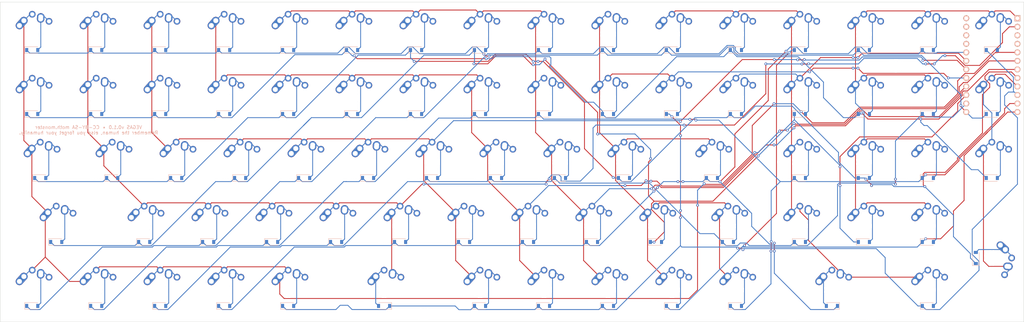
<source format=kicad_pcb>
(kicad_pcb (version 20211014) (generator pcbnew)
  (layers (0 "F.Cu" signal) (31 "B.Cu" signal) (34 "B.Paste" user) (35 "F.Paste" user) (36 "B.SilkS" user "B.Silkscreen") (37 "F.SilkS" user "F.Silkscreen") (38 "B.Mask" user) (39 "F.Mask" user) (44 "Edge.Cuts" user))
  (net 0 "")
  (net 1 "Row0")
  (net 2 "Net-(D1-Pad2)")
  (net 3 "Row1")
  (net 4 "Net-(D2-Pad2)")
  (net 5 "Row2")
  (net 6 "Net-(D3-Pad2)")
  (net 7 "Row3")
  (net 8 "Net-(D4-Pad2)")
  (net 9 "Row4")
  (net 10 "Net-(D5-Pad2)")
  (net 11 "Row5")
  (net 12 "Net-(D6-Pad2)")
  (net 13 "Row6")
  (net 14 "Net-(D7-Pad2)")
  (net 15 "Row7")
  (net 16 "Net-(D8-Pad2)")
  (net 17 "Row8")
  (net 18 "Net-(D9-Pad2)")
  (net 19 "Net-(D10-Pad2)")
  (net 20 "Net-(D11-Pad2)")
  (net 21 "Net-(D12-Pad2)")
  (net 22 "Net-(D13-Pad2)")
  (net 23 "Net-(D14-Pad2)")
  (net 24 "Net-(D15-Pad2)")
  (net 25 "Net-(D16-Pad2)")
  (net 26 "Net-(D17-Pad2)")
  (net 27 "Net-(D18-Pad2)")
  (net 28 "Net-(D19-Pad2)")
  (net 29 "Net-(D20-Pad2)")
  (net 30 "Net-(D21-Pad2)")
  (net 31 "Net-(D22-Pad2)")
  (net 32 "Net-(D23-Pad2)")
  (net 33 "Net-(D24-Pad2)")
  (net 34 "Net-(D25-Pad2)")
  (net 35 "Net-(D26-Pad2)")
  (net 36 "Net-(D27-Pad2)")
  (net 37 "Net-(D28-Pad2)")
  (net 38 "Net-(D29-Pad2)")
  (net 39 "Net-(D30-Pad2)")
  (net 40 "Net-(D31-Pad2)")
  (net 41 "Net-(D32-Pad2)")
  (net 42 "Net-(D33-Pad2)")
  (net 43 "Net-(D34-Pad2)")
  (net 44 "Net-(D35-Pad2)")
  (net 45 "Net-(D36-Pad2)")
  (net 46 "Net-(D37-Pad2)")
  (net 47 "Net-(D38-Pad2)")
  (net 48 "Net-(D39-Pad2)")
  (net 49 "Net-(D40-Pad2)")
  (net 50 "Net-(D41-Pad2)")
  (net 51 "Net-(D42-Pad2)")
  (net 52 "Net-(D43-Pad2)")
  (net 53 "Net-(D44-Pad2)")
  (net 54 "Net-(D45-Pad2)")
  (net 55 "Net-(D46-Pad2)")
  (net 56 "Net-(D47-Pad2)")
  (net 57 "Net-(D48-Pad2)")
  (net 58 "Net-(D49-Pad2)")
  (net 59 "Net-(D50-Pad2)")
  (net 60 "Net-(D51-Pad2)")
  (net 61 "Net-(D52-Pad2)")
  (net 62 "Net-(D53-Pad2)")
  (net 63 "Net-(D54-Pad2)")
  (net 64 "Net-(D55-Pad2)")
  (net 65 "Net-(D56-Pad2)")
  (net 66 "Net-(D57-Pad2)")
  (net 67 "Net-(D58-Pad2)")
  (net 68 "Net-(D59-Pad2)")
  (net 69 "Net-(D60-Pad2)")
  (net 70 "Net-(D61-Pad2)")
  (net 71 "Net-(D62-Pad2)")
  (net 72 "Net-(D63-Pad2)")
  (net 73 "Net-(D64-Pad2)")
  (net 74 "Net-(D65-Pad2)")
  (net 75 "Net-(D66-Pad2)")
  (net 76 "Net-(D67-Pad2)")
  (net 77 "Net-(D68-Pad2)")
  (net 78 "Net-(D69-Pad2)")
  (net 79 "Net-(D70-Pad2)")
  (net 80 "Net-(D71-Pad2)")
  (net 81 "Net-(D72-Pad2)")
  (net 82 "Net-(D73-Pad2)")
  (net 83 "Net-(D74-Pad2)")
  (net 84 "Net-(D75-Pad2)")
  (net 85 "Col0")
  (net 86 "Col1")
  (net 87 "Col2")
  (net 88 "Col3")
  (net 89 "Col4")
  (net 90 "Col5")
  (net 91 "Col6")
  (net 92 "Col7")
  (net 93 "Col8")
  (footprint "Keebio-Parts:MX-Alps-Choc-1U-NoLED" (layer "F.Cu") (at 157.1625 85.725)
    (fp_text reference "SW26" hide)
    (fp_text value "SW_Push")
  )
  (footprint "Keebio-Parts:MX-Alps-Choc-1U-NoLED" (layer "F.Cu") (at 219.075 104.775)
    (fp_text reference "SW50" hide)
    (fp_text value "SW_Push")
  )
  (footprint "Keebio-Parts:MX-Alps-Choc-1U-NoLED" (layer "F.Cu") (at 166.6875 66.675)
    (fp_text reference "SW34" hide)
    (fp_text value "SW_Push")
  )
  (footprint "Keebio-Parts:MX-Alps-Choc-1U-NoLED" (layer "F.Cu") (at 161.925 104.775)
    (fp_text reference "SW27" hide)
    (fp_text value "SW_Push")
  )
  (footprint "Keebio-Parts:MX-Alps-Choc-1U-NoLED" (layer "F.Cu") (at 104.775 28.575)
    (fp_text reference "SW37" hide)
    (fp_text value "SW_Push")
  )
  (footprint "Keebio-Parts:MX-Alps-Choc-1U-NoLED" (layer "F.Cu") (at 295.275 28.575)
    (fp_text reference "SW71" hide)
    (fp_text value "SW_Push")
  )
  (footprint "Keebio-Parts:MX-Alps-Choc-1U-NoLED" (layer "F.Cu") (at 295.275 104.775)
    (fp_text reference "SW63" hide)
    (fp_text value "SW_Push")
  )
  (footprint "Keebio-Parts:MX-Alps-Choc-1U-NoLED" (layer "F.Cu") (at 276.225 28.575)
    (fp_text reference "SW64" hide)
    (fp_text value "SW_Push")
  )
  (footprint "Keebio-Parts:MX-Alps-Choc-1U-NoLED" (layer "F.Cu") (at 47.625 104.775)
    (fp_text reference "SW6" hide)
    (fp_text value "SW_Push")
  )
  (footprint "Keebio-Parts:MX-Alps-Choc-1U-NoLED" (layer "F.Cu") (at 219.075 47.625)
    (fp_text reference "SW54" hide)
    (fp_text value "SW_Push")
  )
  (footprint "MountingHole:MountingHole_3.2mm_M3" (layer "F.Cu") (at 285.75 38.1)
    (fp_text reference "REF**" hide)
    (fp_text value "MountingHole_3.2mm_M3" hide)
  )
  (footprint "Keebio-Parts:MX-Alps-Choc-1U-NoLED" (layer "F.Cu") (at 180.975 28.575)
    (fp_text reference "SW41" hide)
    (fp_text value "SW_Push")
  )
  (footprint "Keebio-Parts:MX-Alps-Choc-1U-NoLED" (layer "F.Cu") (at 123.825 47.625)
    (fp_text reference "SW31" hide)
    (fp_text value "SW_Push")
  )
  (footprint "Keebio-Parts:MX-Alps-Choc-1U-NoLED" (layer "F.Cu") (at 28.575 104.775)
    (fp_text reference "SW5" hide)
    (fp_text value "SW_Push")
  )
  (footprint "Keebio-Parts:MX-Alps-Choc-1U-NoLED" (layer "F.Cu") (at 230.98125 66.675)
    (fp_text reference "SW53" hide)
    (fp_text value "SW_Push")
  )
  (footprint "Keebio-Parts:MX-Alps-Choc-1U-NoLED" (layer "F.Cu") (at 276.225 66.675)
    (fp_text reference "SW66" hide)
    (fp_text value "SW_Push")
  )
  (footprint "Keebio-Parts:MX-Alps-Choc-1U-NoLED" (layer "F.Cu") (at 147.6375 66.675)
    (fp_text reference "SW25" hide)
    (fp_text value "SW_Push")
  )
  (footprint "Keebio-Parts:MX-Alps-Choc-1U-NoLED" (layer "F.Cu") (at 214.3125 85.725)
    (fp_text reference "SW49" hide)
    (fp_text value "SW_Push")
  )
  (footprint "Keebio-Parts:MX-Alps-Choc-1U-NoLED" (layer "F.Cu") (at 119.0625 85.725)
    (fp_text reference "SW16" hide)
    (fp_text value "SW_Push")
  )
  (footprint "Keebio-Parts:MX-Alps-Choc-1U-NoLED" (layer "F.Cu") (at 142.875 47.625)
    (fp_text reference "SW32" hide)
    (fp_text value "SW_Push")
  )
  (footprint "Keebio-Parts:MX-Alps-Choc-1U-NoLED" (layer "F.Cu") (at 35.71875 85.725)
    (fp_text reference "SW4" hide)
    (fp_text value "SW_Push")
  )
  (footprint "Keebio-Parts:MX-Alps-Choc-1U-NoLED" (layer "F.Cu") (at 61.9125 85.725)
    (fp_text reference "SW13" hide)
    (fp_text value "SW_Push")
  )
  (footprint "Keebio-Parts:MX-Alps-Choc-1U-NoLED" (layer "F.Cu") (at 314.325 47.625)
    (fp_text reference "SW73" hide)
    (fp_text value "SW_Push")
  )
  (footprint "Keebio-Parts:MX-Alps-Choc-1U-NoLED" (layer "F.Cu") (at 200.025 28.575)
    (fp_text reference "SW46" hide)
    (fp_text value "SW_Push")
  )
  (footprint "Keebio-Parts:MX-Alps-Choc-1U-NoLED" (layer "F.Cu") (at 85.725 47.625)
    (fp_text reference "SW29" hide)
    (fp_text value "SW_Push")
  )
  (footprint "Keebio-Parts:MX-Alps-Choc-1U-NoLED" (layer "F.Cu") (at 238.125 104.775)
    (fp_text reference "SW51" hide)
    (fp_text value "SW_Push")
  )
  (footprint "Keebio-Parts:MX-Alps-Choc-1U-NoLED" (layer "F.Cu") (at 204.7875 66.675)
    (fp_text reference "SW48" hide)
    (fp_text value "SW_Push")
  )
  (footprint "Keebio-Parts:MX-Alps-Choc-1U-NoLED" (layer "F.Cu") (at 176.2125 85.725)
    (fp_text reference "SW35" hide)
    (fp_text value "SW_Push")
  )
  (footprint "Keebio-Parts:MX-Alps-Choc-1U-NoLED" (layer "F.Cu") (at 28.575 28.575)
    (fp_text reference "SW1" hide)
    (fp_text value "SW_Push")
  )
  (footprint "Keebio-Parts:MX-Alps-Choc-1U-NoLED" (layer "F.Cu") (at 85.725 104.775)
    (fp_text reference "SW8" hide)
    (fp_text value "SW_Push")
  )
  (footprint "Keebio-Parts:MX-Alps-Choc-1U-NoLED" (layer "F.Cu") (at 314.325 28.575)
    (fp_text reference "SW72" hide)
    (fp_text value "SW_Push")
  )
  (footprint "Keebio-Parts:MX-Alps-Choc-1U-NoLED" (layer "F.Cu") (at 200.025 104.775)
    (fp_text reference "SW45" hide)
    (fp_text value "SW_Push")
  )
  (footprint "MountingHole:MountingHole_3.2mm_M3" (layer "F.Cu") (at 38.1 95.25)
    (fp_text reference "REF**" hide)
    (fp_text value "MountingHole_3.2mm_M3" hide)
  )
  (footprint "Keebio-Parts:MX-Alps-Choc-1U-NoLED" (layer "F.Cu") (at 66.675 47.625)
    (fp_text reference "SW20" hide)
    (fp_text value "SW_Push")
  )
  (footprint "Keebio-Parts:MX-Alps-Choc-1U-NoLED" (layer "F.Cu") (at 219.075 28.575)
    (fp_text reference "SW55" hide)
    (fp_text value "SW_Push")
  )
  (footprint "Keebio-Parts:MX-Alps-Choc-1U-NoLED" (layer "F.Cu") (at 238.125 47.625)
    (fp_text reference "SW57" hide)
    (fp_text value "SW_Push")
  )
  (footprint "Keebio-Parts:MX-Alps-Choc-1U-NoLED" (layer "F.Cu") (at 200.025 47.625)
    (fp_text reference "SW47" hide)
    (fp_text value "SW_Push")
  )
  (footprint "Keebio-Parts:MX-Alps-Choc-1U-NoLED" (layer "F.Cu") (at 28.575 47.625)
    (fp_text reference "SW2" hide)
    (fp_text value "SW_Push")
  )
  (footprint "Keebio-Parts:MX-Alps-Choc-2U-StabFlip" (layer "F.Cu") (at 266.7 104.775)
    (fp_text reference "SW62" hide)
    (fp_text value "SW_Push")
  )
  (footprint "Keebio-Parts:MX-Alps-Choc-1U-NoLED" (layer "F.Cu") (at 180.975 47.625)
    (fp_text reference "SW42" hide)
    (fp_text value "SW_Push")
  )
  (footprint "Keebio-Parts:MX-Alps-Choc-1U-NoLED" (layer "F.Cu") (at 257.175 66.675)
    (fp_text reference "SW60" hide)
    (fp_text value "SW_Push")
  )
  (footprint "Keebio-Parts:MX-Alps-Choc-1U-NoLED" (layer "F.Cu") (at 47.625 47.625)
    (fp_text reference "SW11" hide)
    (fp_text value "SW_Push")
  )
  (footprint "Keebio-Parts:MX-Alps-Choc-1U-NoLED" (layer "F.Cu") (at 238.125 28.575)
    (fp_text reference "SW56" hide)
    (fp_text value "SW_Push")
  )
  (footprint "Keebio-Parts:MX-Alps-Choc-1U-NoLED" (layer "F.Cu") (at 257.175 47.625)
    (fp_text reference "SW58" hide)
    (fp_text value "SW_Push")
  )
  (footprint "Keebio-Parts:MX-Alps-Choc-1U-NoLED" (layer "F.Cu") (at 52.3875 66.675)
    (fp_text reference "SW12" hide)
    (fp_text value "SW_Push")
  )
  (footprint "Keebio-Parts:MX-Alps-Choc-1U-NoLED" (layer "F.Cu") (at 100.0125 85.725)
    (fp_text reference "SW15" hide)
    (fp_text value "SW_Push")
  )
  (footprint "Keebio-Parts:MX-Alps-Choc-1U-NoLED" (layer "F.Cu") (at 235.74375 85.725)
    (fp_text reference "SW52" hide)
    (fp_text value "SW_Push")
  )
  (footprint "Keebio-Parts:MX-Alps-Choc-1U-NoLED" (layer "F.Cu") (at 180.975 104.775)
    (fp_text reference "SW36" hide)
    (fp_text value "SW_Push")
  )
  (footprint "Keebio-Parts:MX-Alps-Choc-1U-NoLED" (layer "F.Cu") (at 85.725 28.575)
    (fp_text reference "SW28" hide)
    (fp_text value "SW_Push")
  )
  (footprint "Keebio-Parts:MX-Alps-Choc-1U-NoLED" (layer "F.Cu") (at 104.775 104.775)
    (fp_text reference "SW9" hide)
    (fp_text value "SW_Push")
  )
  (footprint "Keebio-Parts:MX-Alps-Choc-1U-NoLED" (layer "F.Cu") (at 104.775 47.625)
    (fp_text reference "SW30" hide)
    (fp_text value "SW_Push")
  )
  (footprint "Keebio-Parts:MX-Alps-Choc-1U-NoLED" (layer "F.Cu") (at 295.275 85.725)
    (fp_text reference "SW68" hide)
    (fp_text value "SW_Push")
  )
  (footprint "Keebio-Parts:MX-Alps-Choc-1U-NoLED" (layer "F.Cu") (at 257.175 85.725)
    (fp_text reference "SW61" hide)
    (fp_text value "SW_Push")
  )
  (footprint "Keebio-Parts:MX-Alps-Choc-1U-NoLED" (layer "F.Cu") (at 295.275 66.675)
    (fp_text reference "SW69" hide)
    (fp_text value "SW_Push")
  )
  (footprint "Keebio-Parts:MX-Alps-Choc-1U-NoLED" (layer "F.Cu") (at 138.1125 85.725)
    (fp_text reference "SW17" hide)
    (fp_text value "SW_Push")
  )
  (footprint "Keebio-Parts:MX-Alps-Choc-1U-NoLED" (layer "F.Cu") (at 66.675 28.575)
    (fp_text reference "SW19" hide)
    (fp_text value "SW_Push")
  )
  (footprint "Keebio-Parts:MX-Alps-Choc-1U-NoLED" (layer "F.Cu") (at 123.825 28.575)
    (fp_text reference "SW38" hide)
    (fp_text value "SW_Push")
  )
  (footprint "Keebio-Parts:MX-Alps-Choc-1U-NoLED" (layer "F.Cu") (at 142.875 28.575)
    (fp_text reference "SW39" hide)
    (fp_text value "SW_Push")
  )
  (footprint "Keebio-Parts:MX-Alps-Choc-1U-NoLED" (layer "F.Cu") (at 71.4375 66.675)
    (fp_text reference "SW21" hide)
    (fp_text value "SW_Push")
  )
  (footprint "Keebio-Parts:MX-Alps-Choc-1U-NoLED" (layer "F.Cu") (at 185.7375 66.675)
    (fp_text reference "SW43" hide)
    (fp_text value "SW_Push")
  )
  (footprint "Keebio-Parts:MX-Alps-Choc-1U-NoLED" (layer "F.Cu") (at 161.925 28.575)
    (fp_text reference "SW40" hide)
    (fp_text value "SW_Push")
  )
  (footprint "Keebio-Parts:MX-Alps-Choc-1U-NoLED" (layer "F.Cu") (at 30.95625 66.675)
    (fp_text reference "SW3" hide)
    (fp_text value "SW_Push")
  )
  (footprint "Keebio-Parts:MX-Alps-Choc-1U-NoLED" (layer "F.Cu") (at 161.925 47.625)
    (fp_text reference "SW33" hide)
    (fp_text value "SW_Push")
  )
  (footprint "Keebio-Parts:MX-Alps-Choc-1U-NoLED" (layer "F.Cu") (at 314.325 66.675)
    (fp_text reference "SW74" hide)
    (fp_text value "SW_Push")
  )
  (footprint "MountingHole:MountingHole_3.2mm_M3" (layer "F.Cu") (at 171.45 95.25)
    (fp_text reference "REF**" hide)
    (fp_text value "MountingHole_3.2mm_M3" hide)
  )
  (footprint "Keebio-Parts:MX-Alps-Choc-1U-NoLED" (layer "F.Cu") (at 109.5375 66.675)
    (fp_text reference "SW23" hide)
    (fp_text value "SW_Push")
  )
  (footprint "Keebio-Parts:MX-Alps-Choc-1U-NoLED" (layer "F.Cu") (at 276.225 47.625)
    (fp_text reference "SW65" hide)
    (fp_text value "SW_Push")
  )
  (footprint "MountingHole:MountingHole_3.2mm_M3" (layer "F.Cu") (at 171.45 38.1)
    (fp_text reference "REF**" hide)
    (fp_text value "MountingHole_3.2mm_M3" hide)
  )
  (footprint "Keebio-Parts:MX-Alps-Choc-2U" (layer "F.Cu") (at 314.325 95.25 -90)
    (fp_text reference "SW75" hide)
    (fp_text value "SW_Push")
  )
  (footprint "Keebio-Parts:MX-Alps-Choc-1U-NoLED" (layer "F.Cu") (at 276.225 85.725)
    (fp_text reference "SW67" hide)
    (fp_text value "SW_Push")
  )
  (footprint "Keebio-Parts:MX-Alps-Choc-2U-StabFlip" (layer "F.Cu") (at 133.35 104.775)
    (fp_text reference "SW18" hide)
    (fp_text value "SW_Push")
  )
  (footprint "Keebio-Parts:MX-Alps-Choc-1U-NoLED" (layer "F.Cu") (at 257.175 28.575)
    (fp_text reference "SW59" hide)
    (fp_text value "SW_Push")
  )
  (footprint "Keebio-Parts:MX-Alps-Choc-1U-NoLED" (layer "F.Cu") (at 66.675 104.775)
    (fp_text reference "SW7" hide)
    (fp_text value "SW_Push")
  )
  (footprint "Keebio-Parts:MX-Alps-Choc-1U-NoLED" (layer "F.Cu") (at 128.5875 66.675)
    (fp_text reference "SW24" hide)
    (fp_text value "SW_Push")
  )
  (footprint "Keebio-Parts:MX-Alps-Choc-1U-NoLED" (layer "F.Cu") (at 295.275 47.625)
    (fp_text reference "SW70" hide)
    (fp_text value "SW_Push")
  )
  (footprint "Keebio-Parts:MX-Alps-Choc-1U-NoLED" (layer "F.Cu") (at 47.625 28.575)
    (fp_text reference "SW10" hide)
    (fp_text value "SW_Push")
  )
  (footprint "Keebio-Parts:MX-Alps-Choc-1U-NoLED" (layer "F.Cu") (at 80.9625 85.725)
    (fp_text reference "SW14" hide)
    (fp_text value "SW_Push")
  )
  (footprint "Keebio-Parts:MX-Alps-Choc-1U-NoLED" (layer "F.Cu") (at 90.4875 66.675)
    (fp_text reference "SW22" hide)
    (fp_text value "SW_Push")
  )
  (footprint "MountingHole:MountingHole_3.2mm_M3" (layer "F.Cu") (at 38.1 38.1)
    (fp_text reference "REF**" hide)
    (fp_text value "MountingHole_3.2mm_M3" hide)
  )
  (footprint "MountingHole:MountingHole_3.2mm_M3" (layer "F.Cu") (at 304.8 95.25)
    (fp_text reference "REF**" hide)
    (fp_text value "MountingHole_3.2mm_M3" hide)
  )
  (footprint "Keebio-Parts:MX-Alps-Choc-1U-NoLED" (layer "F.Cu") (at 195.2625 85.725)
    (fp_text reference "SW44" hide)
    (fp_text value "SW_Push")
  )
  (footprint "Diode_SMD:D_SOD-123" (layer "B.Cu") (at 314.325 52.3875)
    (fp_text reference "D73" hide)
    (fp_text value "1N4148W")
  )
  (footprint "Diode_SMD:D_SOD-123" (layer "B.Cu") (at 200.025 33.3375)
    (fp_text reference "D46" hide)
    (fp_text value "1N4148W")
  )
  (footprint "Diode_SMD:D_SOD-123" (layer "B.Cu") (at 176.2125 90.4875)
    (fp_text reference "D35" hide)
    (fp_text value "1N4148W")
  )
  (footprint "Diode_SMD:D_SOD-123" (layer "B.Cu") (at 257.175 33.3375)
    (fp_text reference "D59" hide)
    (fp_text value "1N4148W")
  )
  (footprint "Diode_SMD:D_SOD-123" (layer "B.Cu") (at 66.675 109.5375)
    (fp_text reference "D7" hide)
    (fp_text value "1N4148W")
  )
  (footprint "Diode_SMD:D_SOD-123" (layer "B.Cu") (at 138.1125 90.4875)
    (fp_text reference "D17" hide)
    (fp_text value "1N4148W")
  )
  (footprint "Diode_SMD:D_SOD-123" (layer "B.Cu") (at 195.2625 90.4875)
    (fp_text reference "D44" hide)
    (fp_text value "1N4148W")
  )
  (footprint "Diode_SMD:D_SOD-123" (layer "B.Cu") (at 180.975 52.3875)
    (fp_text reference "D42" hide)
    (fp_text value "1N4148W")
  )
  (footprint "Diode_SMD:D_SOD-123" (layer "B.Cu") (at 123.825 52.3875)
    (fp_text reference "D31" hide)
    (fp_text value "1N4148W")
  )
  (footprint "Diode_SMD:D_SOD-123" (layer "B.Cu") (at 230.98125 71.4375)
    (fp_text reference "D53" hide)
    (fp_text value "1N4148W")
  )
  (footprint "Diode_SMD:D_SOD-123" (layer "B.Cu") (at 28.575 109.5375)
    (fp_text reference "D5" hide)
    (fp_text value "1N4148W")
  )
  (footprint "Diode_SMD:D_SOD-123" (layer "B.Cu") (at 180.975 33.3375)
    (fp_text reference "D41" hide)
    (fp_text value "1N4148W")
  )
  (footprint "Diode_SMD:D_SOD-123" (layer "B.Cu") (at 47.625 109.5375)
    (fp_text reference "D6" hide)
    (fp_text value "1N4148W")
  )
  (footprint "Diode_SMD:D_SOD-123" (layer "B.Cu") (at 80.9625 90.4875)
    (fp_text reference "D14" hide)
    (fp_text value "1N4148W")
  )
  (footprint "Diode_SMD:D_SOD-123" (layer "B.Cu") (at 200.025 52.3875)
    (fp_text reference "D47" hide)
    (fp_text value "1N4148W")
  )
  (footprint "Diode_SMD:D_SOD-123" (layer "B.Cu") (at 219.075 33.3375)
    (fp_text reference "D55" hide)
    (fp_text value "1N4148W")
  )
  (footprint "Diode_SMD:D_SOD-123" (layer "B.Cu") (at 123.825 33.3375)
    (fp_text reference "D38" hide)
    (fp_text value "1N4148W")
  )
  (footprint "Diode_SMD:D_SOD-123" (layer "B.Cu") (at 28.575 52.3875)
    (fp_text reference "D2" hide)
    (fp_text value "1N4148W")
  )
  (footprint "Diode_SMD:D_SOD-123" (layer "B.Cu") (at 295.275 90.4875)
    (fp_text reference "D68" hide)
    (fp_text value "1N4148W")
  )
  (footprint "Diode_SMD:D_SOD-123" (layer "B.Cu") (at 119.0625 90.4875)
    (fp_text reference "D16" hide)
    (fp_text value "1N4148W")
  )
  (footprint "Diode_SMD:D_SOD-123" (layer "B.Cu") (at 257.175 90.4875)
    (fp_text reference "D61" hide)
    (fp_text value "1N4148W")
  )
  (footprint "Diode_SMD:D_SOD-123" (layer "B.Cu") (at 109.5375 71.4375)
    (fp_text reference "D23" hide)
    (fp_text value "1N4148W")
  )
  (footprint "Diode_SMD:D_SOD-123" (layer "B.Cu") (at 219.075 52.3875)
    (fp_text reference "D54" hide)
    (fp_text value "1N4148W")
  )
  (footprint "Diode_SMD:D_SOD-123" (layer "B.Cu") (at 104.775 33.3375)
    (fp_text reference "D37" hide)
    (fp_text value "1N4148W")
  )
  (footprint "Diode_SMD:D_SOD-123" (layer "B.Cu") (at 238.125 52.3875)
    (fp_text reference "D57" hide)
    (fp_text value "1N4148W")
  )
  (footprint "Diode_SMD:D_SOD-123" (layer "B.Cu") (at 257.175 52.3875)
    (fp_text reference "D58" hide)
    (fp_text value "1N4148W")
  )
  (footprint "Diode_SMD:D_SOD-123" (layer "B.Cu") (at 266.7 109.5375 180)
    (fp_text reference "D62" hide)
    (fp_text value "1N4148W")
  )
  (footprint "Diode_SMD:D_SOD-123" (layer "B.Cu") (at 35.71875 90.4875)
    (fp_text reference "D4" hide)
    (fp_text value "1N4148W")
  )
  (footprint "Diode_SMD:D_SOD-123" (layer "B.Cu") (at 200.025 109.5375)
    (fp_text reference "D45" hide)
    (fp_text value "1N4148W")
  )
  (footprint "Diode_SMD:D_SOD-123" (layer "B.Cu") (at 295.275 109.5375)
    (fp_text reference "D63" hide)
    (fp_text value "1N4148W")
  )
  (footprint "Diode_SMD:D_SOD-123" (layer "B.Cu") (at 147.6375 71.4375)
    (fp_text reference "D25" hide)
    (fp_text value "1N4148W")
  )
  (footprint "Diode_SMD:D_SOD-123" (layer "B.Cu") (at 295.275 33.3375)
    (fp_text reference "D71" hide)
    (fp_text value "1N4148W")
  )
  (footprint "Diode_SMD:D_SOD-123" (layer "B.Cu") (at 295.275 71.4375)
    (fp_text reference "D69" hide)
    (fp_text value "1N4148W")
  )
  (footprint "Diode_SMD:D_SOD-123" (layer "B.Cu") (at 180.975 109.5375)
    (fp_text reference "D36" hide)
    (fp_text value "1N4148W")
  )
  (footprint "Diode_SMD:D_SOD-123" (layer "B.Cu") (at 133.35 109.5375 180)
    (fp_text reference "D18" hide)
    (fp_text value "1N4148W")
  )
  (footprint "Diode_SMD:D_SOD-123" (layer "B.Cu") (at 219.075 109.5375)
    (fp_text reference "D50" hide)
    (fp_text value "1N4148W")
  )
  (footprint "Diode_SMD:D_SOD-123" (layer "B.Cu") (at 276.225 90.4875)
    (fp_text reference "D67" hide)
    (fp_text value "1N4148W")
  )
  (footprint "Diode_SMD:D_SOD-123" (layer "B.Cu") (at 85.725 52.3875)
    (fp_text reference "D29" hide)
    (fp_text value "1N4148W")
  )
  (footprint "Diode_SMD:D_SOD-123" (layer "B.Cu") (at 66.675 52.3875)
    (fp_text reference "D20" hide)
    (fp_text value "1N4148W")
  )
  (footprint "Diode_SMD:D_SOD-123" (layer "B.Cu") (at 47.625 52.3875)
    (fp_text reference "D11" hide)
    (fp_text value "1N4148W")
  )
  (footprint "Diode_SMD:D_SOD-123" (layer "B.Cu") (at 104.775 52.3875)
    (fp_text reference "D30" hide)
    (fp_text value "1N4148W")
  )
  (footprint "Diode_SMD:D_SOD-123" (layer "B.Cu") (at 235.74375 90.4875)
    (fp_text reference "D52" hide)
    (fp_text value "1N4148W")
  )
  (footprint "Diode_SMD:D_SOD-123" (layer "B.Cu") (at 214.3125 90.4875)
    (fp_text reference "D49" hide)
    (fp_text value "1N4148W")
  )
  (footprint "Diode_SMD:D_SOD-123" (layer "B.Cu") (at 238.125 33.3375)
    (fp_text reference "D56" hide)
    (fp_text value "1N4148W")
  )
  (footprint "Diode_SMD:D_SOD-123" (layer "B.Cu") (at 161.925 109.5375)
    (fp_text reference "D27" hide)
    (fp_text value "1N4148W")
  )
  (footprint "Diode_SMD:D_SOD-123" (layer "B.Cu") (at 166.6875 71.4375)
    (fp_text reference "D34" hide)
    (fp_text value "1N4148W")
  )
  (footprint "Diode_SMD:D_SOD-123" (layer "B.Cu") (at 28.575 33.3375)
    (fp_text reference "D1" hide)
    (fp_text value "1N4148W")
  )
  (footprint "Diode_SMD:D_SOD-123" (layer "B.Cu") (at 128.5875 71.4375)
    (fp_text reference "D24" hide)
    (fp_text value "1N4148W")
  )
  (footprint "Diode_SMD:D_SOD-123" (layer "B.Cu") (at 104.775 109.5375)
    (fp_text reference "D9" hide)
    (fp_text value "1N4148W")
  )
  (footprint "Diode_SMD:D_SOD-123" (layer "B.Cu") (at 276.225 52.3875)
    (fp_text reference "D65" hide)
    (fp_text value "1N4148W")
  )
  (footprint "Diode_SMD:D_SOD-123" (layer "B.Cu") (at 157.1625 90.4875)
    (fp_text reference "D26" hide)
    (fp_text value "1N4148W")
  )
  (footprint "Diode_SMD:D_SOD-123" (layer "B.Cu") (at 100.0125 90.4875)
    (fp_text reference "D15" hide)
    (fp_text value "1N4148W")
  )
  (footprint "Diode_SMD:D_SOD-123" (layer "B.Cu") (at 161.925 52.3875)
    (fp_text reference "D33" hide)
    (fp_text value "1N4148W")
  )
  (footprint "Diode_SMD:D_SOD-123" (layer "B.Cu") (at 142.875 52.3875)
    (fp_text reference "D32" hide)
    (fp_text value "1N4148W")
  )
  (footprint "Diode_SMD:D_SOD-123" (layer "B.Cu") (at 238.125 109.5375)
    (fp_text reference "D51" hide)
    (fp_text value "1N4148W")
  )
  (footprint "Diode_SMD:D_SOD-123" (layer "B.Cu") (at 66.675 33.3375)
    (fp_text reference "D19" hide)
    (fp_text value "1N4148W")
  )
  (footprint "Diode_SMD:D_SOD-123" (layer "B.Cu") (at 85.725 109.5375)
    (fp_text reference "D8" hide)
    (fp_text value "1N4148W")
  )
  (footprint "Diode_SMD:D_SOD-123" (layer "B.Cu") (at 30.95625 71.4375)
    (fp_text reference "D3" hide)
    (fp_text value "1N4148W")
  )
  (footprint "Diode_SMD:D_SOD-123" (layer "B.Cu") (at 142.875 33.3375)
    (fp_text reference "D39" hide)
    (fp_text value "1N4148W")
  )
  (footprint "Diode_SMD:D_SOD-123" (layer "B.Cu") (at 185.7375 71.4375)
    (fp_text reference "D43" hide)
    (fp_text value "1N4148W")
  )
  (footprint "Diode_SMD:D_SOD-123" (layer "B.Cu") (at 314.325 33.3375)
    (fp_text reference "D72" hide)
    (fp_text value "1N4148W")
  )
  (footprint "Diode_SMD:D_SOD-123" (layer "B.Cu") (at 276.225 33.3375)
    (fp_text reference "D64" hide)
    (fp_text value "1N4148W")
  )
  (footprint "Diode_SMD:D_SOD-123" (layer "B.Cu") (at 276.225 71.4375)
    (fp_text reference "D66" hide)
    (fp_text value "1N4148W")
  )
  (footprint "Diode_SMD:D_SOD-123" (layer "B.Cu") (at 85.725 33.3375)
    (fp_text reference "D28" hide)
    (fp_text value "1N4148W")
  )
  (footprint "Diode_SMD:D_SOD-123" (layer "B.Cu") (at 61.9125 90.4875)
    (fp_text reference "D13" hide)
    (fp_text value "1N4148W")
  )
  (footprint "Diode_SMD:D_SOD-123" (layer "B.Cu") (at 314.325 71.4375)
    (fp_text reference "D74" hide)
    (fp_text value "1N4148W")
  )
  (footprint "Diode_SMD:D_SOD-123" (layer "B.Cu") (at 161.925 33.3375)
    (fp_text reference "D40" hide)
    (fp_text value "1N4148W")
  )
  (footprint "Keebio-Parts:ArduinoProMicro" (layer "B.Cu") (at 314.325 37.83885 -90)
    (fp_text reference "U1" hide)
    (fp_text value "ProMicro" hide)
  )
  (footprint "Diode_SMD:D_SOD-123" (layer "B.Cu") (at 71.4375 71.4375)
    (fp_text reference "D21" hide)
    (fp_text value "1N4148W")
  )
  (footprint "Diode_SMD:D_SOD-123" (layer "B.Cu") (at 257.175 71.4375)
    (fp_text reference "D60" hide)
    (fp_text value "1N4148W")
  )
  (footprint "Diode_SMD:D_SOD-123" (layer "B.Cu") (at 204.7875 71.4375)
    (fp_text reference "D48" hide)
    (fp_text value "1N4148W")
  )
  (footprint "Diode_SMD:D_SOD-123" (layer "B.Cu") (at 295.275 52.3875)
    (fp_text reference "D70" hide)
    (fp_text value "1N4148W")
  )
  (footprint "Diode_SMD:D_SOD-123" (layer "B.Cu") (at 47.625 33.3375)
    (fp_text reference "D10" hide)
    (fp_text value "1N4148W")
  )
  (footprint "Diode_SMD:D_SOD-123" (layer "B.Cu") (at 52.3875 71.4375)
    (fp_text reference "D12" hide)
    (fp_text value "1N4148W")
  )
  (footprint "Diode_SMD:D_SOD-123" (layer "B.Cu") (at 309.5625 95.25 90)
    (fp_text reference "D75" hide)
    (fp_text value "1N4148W")
  )
  (footprint "Diode_SMD:D_SOD-123" (layer "B.Cu") (at 90.4875 71.4375)
    (fp_text reference "D22" hide)
    (fp_text value "1N4148W")
  )
  (gr_rect (start 19.05 19.05) (end 323.85 114.3) (layer "Edge.Cuts") (width 0.1) (fill none))
  (gr_text "VEGAS v0.1.0 • CC-BY-SA moth.monster\nRemember the human, else you forget your humanity." (at 45.375 57.15) (layer "B.SilkS") (effects (font (size 1 1)) (justify mirror)))
  (segment (start 164.596299 35.1415) (end 163.6655 35.1415) (width 0.25) (layer "F.Cu") (net 1))
  (segment (start 306.705 51.80885) (end 305.109626 50.213476) (width 0.25) (layer "F.Cu") (net 1))
  (segment (start 305.109626 50.213476) (end 305.109626 49.839626) (width 0.25) (layer "F.Cu") (net 1))
  (segment (start 163.6655 35.1415) (end 163.0637 34.5397) (width 0.25) (layer "F.Cu") (net 1))
  (via (at 305.109626 49.839626) (size 0.8) (drill 0.4) (layers "F.Cu" "B.Cu") (net 1))
  (via (at 164.596299 35.1415) (size 0.8) (drill 0.4) (layers "F.Cu" "B.Cu") (net 1))
  (via (at 163.0637 34.5397) (size 0.8) (drill 0.4) (layers "F.Cu" "B.Cu") (net 1))
  (segment (start 237.49 32.766) (end 237.49 33.716104) (width 0.25) (layer "B.Cu") (net 1))
  (segment (start 102.2 34.2625) (end 103.125 33.3375) (width 0.25) (layer "B.Cu") (net 1))
  (segment (start 235.7 32.4125) (end 237.1365 32.4125) (width 0.25) (layer "B.Cu") (net 1))
  (segment (start 104.05 34.2625) (end 119.55 34.2625) (width 0.25) (layer "B.Cu") (net 1))
  (segment (start 233.2455 34.867) (end 235.7 32.4125) (width 0.25) (layer "B.Cu") (net 1))
  (segment (start 164.870799 34.867) (end 196.8455 34.867) (width 0.25) (layer "B.Cu") (net 1))
  (segment (start 65.95 34.2625) (end 65.025 33.3375) (width 0.25) (layer "B.Cu") (net 1))
  (segment (start 84.075 33.3375) (end 85 34.2625) (width 0.25) (layer "B.Cu") (net 1))
  (segment (start 218.9545 34.867) (end 233.2455 34.867) (width 0.25) (layer "B.Cu") (net 1))
  (segment (start 237.49 33.716104) (end 238.640896 34.867) (width 0.25) (layer "B.Cu") (net 1))
  (segment (start 160.909 32.385) (end 163.0637 34.5397) (width 0.25) (layer "B.Cu") (net 1))
  (segment (start 306.705 51.80885) (end 308.503867 53.607717) (width 0.25) (layer "B.Cu") (net 1))
  (segment (start 27.85 34.2625) (end 45.05 34.2625) (width 0.25) (layer "B.Cu") (net 1))
  (segment (start 64.1 34.2625) (end 65.025 33.3375) (width 0.25) (layer "B.Cu") (net 1))
  (segment (start 196.8455 34.867) (end 198.375 33.3375) (width 0.25) (layer "B.Cu") (net 1))
  (segment (start 119.55 34.2625) (end 121.4 32.4125) (width 0.25) (layer "B.Cu") (net 1))
  (segment (start 103.125 33.3375) (end 104.05 34.2625) (width 0.25) (layer "B.Cu") (net 1))
  (segment (start 157.607 34.417) (end 159.639 32.385) (width 0.25) (layer "B.Cu") (net 1))
  (segment (start 46.9 34.2625) (end 64.1 34.2625) (width 0.25) (layer "B.Cu") (net 1))
  (segment (start 26.925 33.3375) (end 27.85 34.2625) (width 0.25) (layer "B.Cu") (net 1))
  (segment (start 237.1365 32.4125) (end 237.49 32.766) (width 0.25) (layer "B.Cu") (net 1))
  (segment (start 122.809 32.4125) (end 124.8135 34.417) (width 0.25) (layer "B.Cu") (net 1))
  (segment (start 45.05 34.2625) (end 45.975 33.3375) (width 0.25) (layer "B.Cu") (net 1))
  (segment (start 124.8135 34.417) (end 138.4455 34.417) (width 0.25) (layer "B.Cu") (net 1))
  (segment (start 238.640896 34.867) (end 273.0455 34.867) (width 0.25) (layer "B.Cu") (net 1))
  (segment (start 141.859 32.385) (end 143.891 34.417) (width 0.25) (layer "B.Cu") (net 1))
  (segment (start 308.503867 53.607717) (end 311.454783 53.607717) (width 0.25) (layer "B.Cu") (net 1))
  (segment (start 138.4455 34.417) (end 140.4775 32.385) (width 0.25) (layer "B.Cu") (net 1))
  (segment (start 121.4 32.4125) (end 122.809 32.4125) (width 0.25) (layer "B.Cu") (net 1))
  (segment (start 84.075 33.3375) (end 83.15 34.2625) (width 0.25) (layer "B.Cu") (net 1))
  (segment (start 85 34.2625) (end 102.2 34.2625) (width 0.25) (layer "B.Cu") (net 1))
  (segment (start 199.9045 34.867) (end 198.375 33.3375) (width 0.25) (layer "B.Cu") (net 1))
  (segment (start 217.425 33.3375) (end 215.8955 34.867) (width 0.25) (layer "B.Cu") (net 1))
  (segment (start 305.109626 49.839626) (end 305.109626 46.664626) (width 0.25) (layer "B.Cu") (net 1))
  (segment (start 273.0455 34.867) (end 274.575 33.3375) (width 0.25) (layer "B.Cu") (net 1))
  (segment (start 276.159583 34.922083) (end 293.367083 34.922083) (width 0.25) (layer "B.Cu") (net 1))
  (segment (start 159.639 32.385) (end 160.909 32.385) (width 0.25) (layer "B.Cu") (net 1))
  (segment (start 45.975 33.3375) (end 46.9 34.2625) (width 0.25) (layer "B.Cu") (net 1))
  (segment (start 83.15 34.2625) (end 65.95 34.2625) (width 0.25) (layer "B.Cu") (net 1))
  (segment (start 311.454783 53.607717) (end 312.675 52.3875) (width 0.25) (layer "B.Cu") (net 1))
  (segment (start 217.425 33.3375) (end 218.9545 34.867) (width 0.25) (layer "B.Cu") (net 1))
  (segment (start 143.891 34.417) (end 157.607 34.417) (width 0.25) (layer "B.Cu") (net 1))
  (segment (start 215.8955 34.867) (end 199.9045 34.867) (width 0.25) (layer "B.Cu") (net 1))
  (segment (start 140.4775 32.385) (end 141.859 32.385) (width 0.25) (layer "B.Cu") (net 1))
  (segment (start 164.596299 35.1415) (end 164.870799 34.867) (width 0.25) (layer "B.Cu") (net 1))
  (segment (start 274.575 33.3375) (end 276.159583 34.922083) (width 0.25) (layer "B.Cu") (net 1))
  (segment (start 293.367083 34.922083) (end 305.109626 46.664626) (width 0.25) (layer "B.Cu") (net 1))
  (segment (start 31.115 32.4475) (end 31.115 23.495) (width 0.25) (layer "B.Cu") (net 2))
  (segment (start 32.295 23.495) (end 31.115 23.495) (width 0.25) (layer "B.Cu") (net 2))
  (segment (start 33.575 24.775) (end 32.295 23.495) (width 0.25) (layer "B.Cu") (net 2))
  (segment (start 30.225 33.3375) (end 31.115 32.4475) (width 0.25) (layer "B.Cu") (net 2))
  (segment (start 125.312559 35.907799) (end 163.744799 35.907799) (width 0.25) (layer "F.Cu") (net 3))
  (segment (start 275.59 52.07) (end 277.40455 53.88455) (width 0.25) (layer "F.Cu") (net 3))
  (segment (start 305.87755 45.52755) (end 307.065195 45.52755) (width 0.25) (layer "F.Cu") (net 3))
  (segment (start 313.483896 39.10885) (end 321.945 39.10885) (width 0.25) (layer "F.Cu") (net 3))
  (segment (start 305.5037 45.9014) (end 305.87755 45.52755) (width 0.25) (layer "F.Cu") (net 3))
  (segment (start 298.54045 53.88455) (end 305.5037 46.9213) (width 0.25) (layer "F.Cu") (net 3))
  (segment (start 305.5037 46.9213) (end 305.5037 45.9014) (width 0.25) (layer "F.Cu") (net 3))
  (segment (start 307.065195 45.52755) (end 313.483896 39.10885) (width 0.25) (layer "F.Cu") (net 3))
  (segment (start 277.40455 53.88455) (end 293.15255 53.88455) (width 0.25) (layer "F.Cu") (net 3))
  (segment (start 124.446331 35.041571) (end 125.312559 35.907799) (width 0.25) (layer "F.Cu") (net 3))
  (segment (start 293.15255 53.88455) (end 298.54045 53.88455) (width 0.25) (layer "F.Cu") (net 3))
  (via (at 124.446331 35.041571) (size 0.8) (drill 0.4) (layers "F.Cu" "B.Cu") (net 3))
  (via (at 293.15255 53.88455) (size 0.8) (drill 0.4) (layers "F.Cu" "B.Cu") (net 3))
  (via (at 275.59 52.07) (size 0.8) (drill 0.4) (layers "F.Cu" "B.Cu") (net 3))
  (via (at 163.744799 35.907799) (size 0.8) (drill 0.4) (layers "F.Cu" "B.Cu") (net 3))
  (segment (start 274.575 52.3875) (end 275.2725 52.3875) (width 0.25) (layer "B.Cu") (net 3))
  (segment (start 195.750001 48.875001) (end 193.366572 48.875001) (width 0.25) (layer "B.Cu") (net 3))
  (segment (start 236.475 33.3375) (end 234.4955 35.317) (width 0.25) (layer "B.Cu") (net 3))
  (segment (start 122.175 33.3375) (end 123.879071 35.041571) (width 0.25) (layer "B.Cu") (net 3))
  (segment (start 202.2955 53.467) (end 199.4545 53.467) (width 0.25) (layer "B.Cu") (net 3))
  (segment (start 182.637 35.317) (end 165.978 35.317) (width 0.25) (layer "B.Cu") (net 3))
  (segment (start 182.608785 38.117215) (end 183.007 37.719) (width 0.25) (layer "B.Cu") (net 3))
  (segment (start 198.375 51.5) (end 195.750001 48.875001) (width 0.25) (layer "B.Cu") (net 3))
  (segment (start 120.8 34.7125) (end 122.175 33.3375) (width 0.25) (layer "B.Cu") (net 3))
  (segment (start 294.142405 55.8113) (end 293.15255 54.821445) (width 0.25) (layer "B.Cu") (net 3))
  (segment (start 26.925 52.3875) (end 28.0045 53.467) (width 0.25) (layer "B.Cu") (net 3))
  (segment (start 65.025 52.3875) (end 66.1045 53.467) (width 0.25) (layer "B.Cu") (net 3))
  (segment (start 264.190499 42.895501) (end 256.611998 35.317) (width 0.25) (layer "B.Cu") (net 3))
  (segment (start 88.011 53.467) (end 106.7655 34.7125) (width 0.25) (layer "B.Cu") (net 3))
  (segment (start 45.975 52.3875) (end 47.0545 53.467) (width 0.25) (layer "B.Cu") (net 3))
  (segment (start 198.375 52.3875) (end 198.375 51.5) (width 0.25) (layer "B.Cu") (net 3))
  (segment (start 165.978 35.317) (end 165.387201 35.907799) (width 0.25) (layer "B.Cu") (net 3))
  (segment (start 183.007 37.719) (end 183.007 35.687) (width 0.25) (layer "B.Cu") (net 3))
  (segment (start 274.575 52.3875) (end 273.4955 53.467) (width 0.25) (layer "B.Cu") (net 3))
  (segment (start 270.129 53.467) (end 264.190499 47.528499) (width 0.25) (layer "B.Cu") (net 3))
  (segment (start 183.007 35.687) (end 182.637 35.317) (width 0.25) (layer "B.Cu") (net 3))
  (segment (start 238.4545 35.317) (end 236.475 33.3375) (width 0.25) (layer "B.Cu") (net 3))
  (segment (start 264.190499 47.528499) (end 264.190499 42.895501) (width 0.25) (layer "B.Cu") (net 3))
  (segment (start 63.9455 53.467) (end 65.025 52.3875) (width 0.25) (layer "B.Cu") (net 3))
  (segment (start 220.4455 35.317) (end 202.2955 53.467) (width 0.25) (layer "B.Cu") (net 3))
  (segment (start 312.675 71.4375) (end 310.1985 68.961) (width 0.25) (layer "B.Cu") (net 3))
  (segment (start 199.4545 53.467) (end 198.375 52.3875) (width 0.25) (layer "B.Cu") (net 3))
  (segment (start 84.075 52.3875) (end 85.1545 53.467) (width 0.25) (layer "B.Cu") (net 3))
  (segment (start 82.9955 53.467) (end 84.075 52.3875) (width 0.25) (layer "B.Cu") (net 3))
  (segment (start 47.0545 53.467) (end 63.9455 53.467) (width 0.25) (layer "B.Cu") (net 3))
  (segment (start 234.4955 35.317) (end 220.4455 35.317) (width 0.25) (layer "B.Cu") (net 3))
  (segment (start 85.1545 53.467) (end 88.011 53.467) (width 0.25) (layer "B.Cu") (net 3))
  (segment (start 310.1985 68.961) (end 308.234834 68.961) (width 0.25) (layer "B.Cu") (net 3))
  (segment (start 273.4955 53.467) (end 270.129 53.467) (width 0.25) (layer "B.Cu") (net 3))
  (segment (start 44.8955 53.467) (end 45.975 52.3875) (width 0.25) (layer "B.Cu") (net 3))
  (segment (start 295.085134 55.8113) (end 294.142405 55.8113) (width 0.25) (layer "B.Cu") (net 3))
  (segment (start 28.0045 53.467) (end 44.8955 53.467) (width 0.25) (layer "B.Cu") (net 3))
  (segment (start 293.15255 54.821445) (end 293.15255 53.88455) (width 0.25) (layer "B.Cu") (net 3))
  (segment (start 308.234834 68.961) (end 295.085134 55.8113) (width 0.25) (layer "B.Cu") (net 3))
  (segment (start 193.366572 48.875001) (end 182.608785 38.117215) (width 0.25) (layer "B.Cu") (net 3))
  (segment (start 165.387201 35.907799) (end 163.744799 35.907799) (width 0.25) (layer "B.Cu") (net 3))
  (segment (start 256.611998 35.317) (end 238.4545 35.317) (width 0.25) (layer "B.Cu") (net 3))
  (segment (start 106.7655 34.7125) (end 120.8 34.7125) (width 0.25) (layer "B.Cu") (net 3))
  (segment (start 66.1045 53.467) (end 82.9955 53.467) (width 0.25) (layer "B.Cu") (net 3))
  (segment (start 275.2725 52.3875) (end 275.59 52.07) (width 0.25) (layer "B.Cu") (net 3))
  (segment (start 123.879071 35.041571) (end 124.446331 35.041571) (width 0.25) (layer "B.Cu") (net 3))
  (segment (start 33.575 43.825) (end 32.295 42.545) (width 0.25) (layer "B.Cu") (net 4))
  (segment (start 30.225 52.3875) (end 31.115 51.4975) (width 0.25) (layer "B.Cu") (net 4))
  (segment (start 31.115 51.4975) (end 31.115 42.545) (width 0.25) (layer "B.Cu") (net 4))
  (segment (start 32.295 42.545) (end 31.115 42.545) (width 0.25) (layer "B.Cu") (net 4))
  (segment (start 320.153345 39.857195) (end 321.945 41.64885) (width 0.25) (layer "F.Cu") (net 5))
  (segment (start 311.530535 58.036673) (end 311.530535 46.609465) (width 0.25) (layer "F.Cu") (net 5))
  (segment (start 312.272195 41.127195) (end 313.542195 39.857195) (width 0.25) (layer "F.Cu") (net 5))
  (segment (start 312.272195 41.978654) (end 312.272195 41.127195) (width 0.25) (layer "F.Cu") (net 5))
  (segment (start 166.552145 34.488855) (end 164.338 36.703) (width 0.25) (layer "F.Cu") (net 5))
  (segment (start 293.915 70.184695) (end 294.339695 69.76) (width 0.25) (layer "F.Cu") (net 5))
  (segment (start 179.1995 36.703) (end 180.726833 36.703) (width 0.25) (layer "F.Cu") (net 5))
  (segment (start 294.370125 74.004) (end 293.915 73.548875) (width 0.25) (layer "F.Cu") (net 5))
  (segment (start 313.69 44.45) (end 313.69 43.396459) (width 0.25) (layer "F.Cu") (net 5))
  (segment (start 313.542195 39.857195) (end 320.153345 39.857195) (width 0.25) (layer "F.Cu") (net 5))
  (segment (start 177.7505 36.703) (end 175.536355 34.488855) (width 0.25) (layer "F.Cu") (net 5))
  (segment (start 193.022283 62.706283) (end 201.563 71.247) (width 0.25) (layer "F.Cu") (net 5))
  (segment (start 294.339695 69.76) (end 300.443604 69.76) (width 0.25) (layer "F.Cu") (net 5))
  (segment (start 175.536355 34.488855) (end 166.552145 34.488855) (width 0.25) (layer "F.Cu") (net 5))
  (segment (start 304.075 65.492208) (end 311.530535 58.036673) (width 0.25) (layer "F.Cu") (net 5))
  (segment (start 193.022283 48.99845) (end 193.022283 62.706283) (width 0.25) (layer "F.Cu") (net 5))
  (segment (start 180.726833 36.703) (end 193.022283 48.99845) (width 0.25) (layer "F.Cu") (net 5))
  (segment (start 293.915 73.548875) (end 293.915 70.184695) (width 0.25) (layer "F.Cu") (net 5))
  (segment (start 313.69 43.396459) (end 312.272195 41.978654) (width 0.25) (layer "F.Cu") (net 5))
  (segment (start 276.825498 71.7925) (end 278.507549 73.474551) (width 0.25) (layer "F.Cu") (net 5))
  (segment (start 300.443604 69.76) (end 304.075 66.128604) (width 0.25) (layer "F.Cu") (net 5))
  (segment (start 142.320094 36.732808) (end 142.349902 36.703) (width 0.25) (layer "F.Cu") (net 5))
  (segment (start 304.075 66.128604) (end 304.075 65.492208) (width 0.25) (layer "F.Cu") (net 5))
  (segment (start 142.349902 36.703) (end 164.338 36.703) (width 0.25) (layer "F.Cu") (net 5))
  (segment (start 311.530535 46.609465) (end 313.69 44.45) (width 0.25) (layer "F.Cu") (net 5))
  (segment (start 278.507549 73.474551) (end 278.507549 73.6915) (width 0.25) (layer "F.Cu") (net 5))
  (via (at 276.825498 71.7925) (size 0.8) (drill 0.4) (layers "F.Cu" "B.Cu") (net 5))
  (via (at 294.370125 74.004) (size 0.8) (drill 0.4) (layers "F.Cu" "B.Cu") (net 5))
  (via (at 177.7505 36.703) (size 0.8) (drill 0.4) (layers "F.Cu" "B.Cu") (net 5))
  (via (at 201.563 71.247) (size 0.8) (drill 0.4) (layers "F.Cu" "B.Cu") (net 5))
  (via (at 179.1995 36.703) (size 0.8) (drill 0.4) (layers "F.Cu" "B.Cu") (net 5))
  (via (at 278.507549 73.6915) (size 0.8) (drill 0.4) (layers "F.Cu" "B.Cu") (net 5))
  (via (at 142.320094 36.732808) (size 0.8) (drill 0.4) (layers "F.Cu" "B.Cu") (net 5))
  (segment (start 51.817 72.517) (end 68.708 72.517) (width 0.25) (layer "B.Cu") (net 5))
  (segment (start 302.895 88.9) (end 307.94375 93.94875) (width 0.25) (layer "B.Cu") (net 5))
  (segment (start 30.38575 72.517) (end 49.658 72.517) (width 0.25) (layer "B.Cu") (net 5))
  (segment (start 70.867 72.517) (end 69.7875 71.4375) (width 0.25) (layer "B.Cu") (net 5))
  (segment (start 203.1375 71.4375) (end 201.7535 71.4375) (width 0.25) (layer "B.Cu") (net 5))
  (segment (start 141.225 33.3375) (end 141.225 35.637714) (width 0.25) (layer "B.Cu") (net 5))
  (segment (start 107.0455 53.467) (end 125.6455 34.867) (width 0.25) (layer "B.Cu") (net 5))
  (segment (start 73.708 72.517) (end 70.867 72.517) (width 0.25) (layer "B.Cu") (net 5))
  (segment (start 237.5545 53.467) (end 236.475 52.3875) (width 0.25) (layer "B.Cu") (net 5))
  (segment (start 274.575 71.4375) (end 273.495896 71.4375) (width 0.25) (layer "B.Cu") (net 5))
  (segment (start 302.895 82.528875) (end 302.895 88.9) (width 0.25) (layer "B.Cu") (net 5))
  (segment (start 49.658 72.517) (end 50.7375 71.4375) (width 0.25) (layer "B.Cu") (net 5))
  (segment (start 307.94375 93.94875) (end 307.94375 95.28125) (width 0.25) (layer "B.Cu") (net 5))
  (segment (start 240.3955 53.467) (end 237.5545 53.467) (width 0.25) (layer "B.Cu") (net 5))
  (segment (start 92.758 53.467) (end 73.708 72.517) (width 0.25) (layer "B.Cu") (net 5))
  (segment (start 29.30625 71.4375) (end 30.38575 72.517) (width 0.25) (layer "B.Cu") (net 5))
  (segment (start 104.2045 53.467) (end 107.0455 53.467) (width 0.25) (layer "B.Cu") (net 5))
  (segment (start 225.933 53.467) (end 235.3955 53.467) (width 0.25) (layer "B.Cu") (net 5))
  (segment (start 254.879783 50.042283) (end 243.820217 50.042283) (width 0.25) (layer "B.Cu") (net 5))
  (segment (start 235.3955 53.467) (end 236.475 52.3875) (width 0.25) (layer "B.Cu") (net 5))
  (segment (start 284.607 73.417) (end 285.194 74.004) (width 0.25) (layer "B.Cu") (net 5))
  (segment (start 274.575 71.4375) (end 276.470498 71.4375) (width 0.25) (layer "B.Cu") (net 5))
  (segment (start 139.6955 34.867) (end 141.225 33.3375) (width 0.25) (layer "B.Cu") (net 5))
  (segment (start 243.820217 50.042283) (end 240.3955 53.467) (width 0.25) (layer "B.Cu") (net 5))
  (segment (start 278.782049 73.417) (end 284.607 73.417) (width 0.25) (layer "B.Cu") (net 5))
  (segment (start 273.495896 71.4375) (end 268.669198 66.610802) (width 0.25) (layer "B.Cu") (net 5))
  (segment (start 177.7505 36.703) (end 179.1995 36.703) (width 0.25) (layer "B.Cu") (net 5))
  (segment (start 103.125 52.3875) (end 104.2045 53.467) (width 0.25) (layer "B.Cu") (net 5))
  (segment (start 50.7375 71.4375) (end 51.817 72.517) (width 0.25) (layer "B.Cu") (net 5))
  (segment (start 102.0455 53.467) (end 92.758 53.467) (width 0.25) (layer "B.Cu") (net 5))
  (segment (start 268.669198 66.610802) (end 268.669198 63.831698) (width 0.25) (layer "B.Cu") (net 5))
  (segment (start 125.6455 34.867) (end 139.6955 34.867) (width 0.25) (layer "B.Cu") (net 5))
  (segment (start 141.225 35.637714) (end 142.320094 36.732808) (width 0.25) (layer "B.Cu") (net 5))
  (segment (start 68.708 72.517) (end 69.7875 71.4375) (width 0.25) (layer "B.Cu") (net 5))
  (segment (start 294.370125 74.004) (end 302.895 82.528875) (width 0.25) (layer "B.Cu") (net 5))
  (segment (start 268.669198 63.831698) (end 254.879783 50.042283) (width 0.25) (layer "B.Cu") (net 5))
  (segment (start 203.1375 71.4375) (end 204.217 72.517) (width 0.25) (layer "B.Cu") (net 5))
  (segment (start 204.217 72.517) (end 206.883 72.517) (width 0.25) (layer "B.Cu") (net 5))
  (segment (start 278.507549 73.6915) (end 278.782049 73.417) (width 0.25) (layer "B.Cu") (net 5))
  (segment (start 201.7535 71.4375) (end 201.563 71.247) (width 0.25) (layer "B.Cu") (net 5))
  (segment (start 285.194 74.004) (end 294.370125 74.004) (width 0.25) (layer "B.Cu") (net 5))
  (segment (start 276.470498 71.4375) (end 276.825498 71.7925) (width 0.25) (layer "B.Cu") (net 5))
  (segment (start 103.125 52.3875) (end 102.0455 53.467) (width 0.25) (layer "B.Cu") (net 5))
  (segment (start 307.94375 95.28125) (end 309.5625 96.9) (width 0.25) (layer "B.Cu") (net 5))
  (segment (start 206.883 72.517) (end 225.933 53.467) (width 0.25) (layer "B.Cu") (net 5))
  (segment (start 34.67625 61.595) (end 33.49625 61.595) (width 0.25) (layer "B.Cu") (net 6))
  (segment (start 33.49625 70.5475) (end 33.49625 61.595) (width 0.25) (layer "B.Cu") (net 6))
  (segment (start 32.60625 71.4375) (end 33.49625 70.5475) (width 0.25) (layer "B.Cu") (net 6))
  (segment (start 35.95625 62.875) (end 34.67625 61.595) (width 0.25) (layer "B.Cu") (net 6))
  (segment (start 164.249896 37.4275) (end 166.738541 34.938855) (width 0.25) (layer "F.Cu") (net 7))
  (segment (start 269.109399 65.054299) (end 274.973341 59.190357) (width 0.25) (layer "F.Cu") (net 7))
  (segment (start 166.738541 34.938855) (end 174.638855 34.938855) (width 0.25) (layer "F.Cu") (net 7))
  (segment (start 212.09 66.675) (end 212.09 76.708) (width 0.25) (layer "F.Cu") (net 7))
  (segment (start 212.979 79.121) (end 213.741 78.359) (width 0.25) (layer "F.Cu") (net 7))
  (segment (start 231.267 78.359) (end 244.733299 64.892701) (width 0.25) (layer "F.Cu") (net 7))
  (segment (start 181.273364 36.0415) (end 181.273364 36.239364) (width 0.25) (layer "F.Cu") (net 7))
  (segment (start 212.7207 65.6547) (end 212.7207 66.0443) (width 0.25) (layer "F.Cu") (net 7))
  (segment (start 160.1112 37.4275) (end 164.249896 37.4275) (width 0.25) (layer "F.Cu") (net 7))
  (segment (start 274.973341 59.190357) (end 296.504643 59.190357) (width 0.25) (layer "F.Cu") (net 7))
  (segment (start 212.979 80.823533) (end 212.979 79.121) (width 0.25) (layer "F.Cu") (net 7))
  (segment (start 177.402503 37.702503) (end 177.7505 37.702503) (width 0.25) (layer "F.Cu") (net 7))
  (segment (start 296.504643 59.190357) (end 304.165 51.53) (width 0.25) (layer "F.Cu") (net 7))
  (segment (start 213.741 78.359) (end 231.267 78.359) (width 0.25) (layer "F.Cu") (net 7))
  (segment (start 269.113 68.079202) (end 269.109399 68.075601) (width 0.25) (layer "F.Cu") (net 7))
  (segment (start 304.165 49.26885) (end 306.705 46.72885) (width 0.25) (layer "F.Cu") (net 7))
  (segment (start 304.165 51.53) (end 304.165 49.26885) (width 0.25) (layer "F.Cu") (net 7))
  (segment (start 196.929889 51.895889) (end 196.929889 58.325711) (width 0.25) (layer "F.Cu") (net 7))
  (segment (start 174.638855 34.938855) (end 177.402503 37.702503) (width 0.25) (layer "F.Cu") (net 7))
  (segment (start 212.09 76.708) (end 213.741 78.359) (width 0.25) (layer "F.Cu") (net 7))
  (segment (start 181.273364 36.239364) (end 196.929889 51.895889) (width 0.25) (layer "F.Cu") (net 7))
  (segment (start 212.7207 66.0443) (end 212.09 66.675) (width 0.25) (layer "F.Cu") (net 7))
  (segment (start 269.113 73.6915) (end 269.113 68.079202) (width 0.25) (layer "F.Cu") (net 7))
  (segment (start 213.741 90.551) (end 216.789 87.503) (width 0.25) (layer "F.Cu") (net 7))
  (segment (start 269.109399 68.075601) (end 269.109399 65.054299) (width 0.25) (layer "F.Cu") (net 7))
  (segment (start 216.789 87.503) (end 216.789 84.633533) (width 0.25) (layer "F.Cu") (net 7))
  (segment (start 216.789 84.633533) (end 212.979 80.823533) (width 0.25) (layer "F.Cu") (net 7))
  (via (at 160.1112 37.4275) (size 0.8) (drill 0.4) (layers "F.Cu" "B.Cu") (net 7))
  (via (at 212.7207 65.6547) (size 0.8) (drill 0.4) (layers "F.Cu" "B.Cu") (net 7))
  (via (at 269.113 73.6915) (size 0.8) (drill 0.4) (layers "F.Cu" "B.Cu") (net 7))
  (via (at 213.741 90.551) (size 0.8) (drill 0.4) (layers "F.Cu" "B.Cu") (net 7))
  (via (at 196.929889 58.325711) (size 0.8) (drill 0.4) (layers "F.Cu" "B.Cu") (net 7))
  (via (at 177.7505 37.702503) (size 0.8) (drill 0.4) (layers "F.Cu" "B.Cu") (net 7))
  (via (at 244.733299 64.892701) (size 0.8) (drill 0.4) (layers "F.Cu" "B.Cu") (net 7))
  (via (at 269.109399 68.075601) (size 0.8) (drill 0.4) (layers "F.Cu" "B.Cu") (net 7))
  (via (at 181.273364 36.0415) (size 0.8) (drill 0.4) (layers "F.Cu" "B.Cu") (net 7))
  (segment (start 160.275 33.3375) (end 160.275 37.2637) (width 0.25) (layer "B.Cu") (net 7))
  (segment (start 111.7085 53.467) (end 121.0955 53.467) (width 0.25) (layer "B.Cu") (net 7))
  (segment (start 83.185 72.517) (end 87.758 72.517) (width 0.25) (layer "B.Cu") (net 7))
  (segment (start 179.612361 37.702503) (end 181.273364 36.0415) (width 0.25) (layer "B.Cu") (net 7))
  (segment (start 160.275 37.2637) (end 160.1112 37.4275) (width 0.25) (layer "B.Cu") (net 7))
  (segment (start 123.2545 53.467) (end 122.175 52.3875) (width 0.25) (layer "B.Cu") (net 7))
  (segment (start 145.2105 34.867) (end 126.6105 53.467) (width 0.25) (layer "B.Cu") (net 7))
  (segment (start 255.525 54.103) (end 269.113 67.691) (width 0.25) (layer "B.Cu") (net 7))
  (segment (start 158.7455 34.867) (end 145.2105 34.867) (width 0.25) (layer "B.Cu") (net 7))
  (segment (start 60.2625 90.4875) (end 61.342 91.567) (width 0.25) (layer "B.Cu") (net 7))
  (segment (start 273.200218 90.4875) (end 274.575 90.4875) (width 0.25) (layer "B.Cu") (net 7))
  (segment (start 212.7207 62.993913) (end 212.7207 65.6547) (width 0.25) (layer "B.Cu") (net 7))
  (segment (start 122.175 52.3875) (end 121.0955 53.467) (width 0.25) (layer "B.Cu") (net 7))
  (segment (start 213.741 90.551) (end 212.726 90.551) (width 0.25) (layer "B.Cu") (net 7))
  (segment (start 111.2005 53.975) (end 110.14675 55.02875) (width 0.25) (layer "B.Cu") (net 7))
  (segment (start 196.929889 58.325711) (end 208.052498 58.325711) (width 0.25) (layer "B.Cu") (net 7))
  (segment (start 34.06875 90.4875) (end 35.14825 91.567) (width 0.25) (layer "B.Cu") (net 7))
  (segment (start 269.113 73.6915) (end 269.113 86.400282) (width 0.25) (layer "B.Cu") (net 7))
  (segment (start 35.14825 91.567) (end 59.183 91.567) (width 0.25) (layer "B.Cu") (net 7))
  (segment (start 212.726 90.551) (end 212.6625 90.4875) (width 0.25) (layer "B.Cu") (net 7))
  (segment (start 255.525 54.101) (end 255.525 54.103) (width 0.25) (layer "B.Cu") (net 7))
  (segment (start 160.275 33.3375) (end 158.7455 34.867) (width 0.25) (layer "B.Cu") (net 7))
  (segment (start 64.135 91.567) (end 83.185 72.517) (width 0.25) (layer "B.Cu") (net 7))
  (segment (start 92.6585 72.517) (end 89.917 72.517) (width 0.25) (layer "B.Cu") (net 7))
  (segment (start 89.917 72.517) (end 88.8375 71.4375) (width 0.25) (layer "B.Cu") (net 7))
  (segment (start 111.7085 53.467) (end 109.38475 55.79075) (width 0.25) (layer "B.Cu") (net 7))
  (segment (start 255.525 52.3875) (end 255.525 54.101) (width 0.25) (layer "B.Cu") (net 7))
  (segment (start 109.38475 55.79075) (end 92.6585 72.517) (width 0.25) (layer "B.Cu") (net 7))
  (segment (start 126.6105 53.467) (end 123.2545 53.467) (width 0.25) (layer "B.Cu") (net 7))
  (segment (start 177.7505 37.702503) (end 179.612361 37.702503) (width 0.25) (layer "B.Cu") (net 7))
  (segment (start 110.14675 55.02875) (end 109.38475 55.79075) (width 0.25) (layer "B.Cu") (net 7))
  (segment (start 61.342 91.567) (end 64.135 91.567) (width 0.25) (layer "B.Cu") (net 7))
  (segment (start 87.758 72.517) (end 88.8375 71.4375) (width 0.25) (layer "B.Cu") (net 7))
  (segment (start 59.183 91.567) (end 60.2625 90.4875) (width 0.25) (layer "B.Cu") (net 7))
  (segment (start 255.525 54.101) (end 244.733299 64.892701) (width 0.25) (layer "B.Cu") (net 7))
  (segment (start 269.113 86.400282) (end 273.200218 90.4875) (width 0.25) (layer "B.Cu") (net 7))
  (segment (start 208.052498 58.325711) (end 212.7207 62.993913) (width 0.25) (layer "B.Cu") (net 7))
  (segment (start 39.43875 80.645) (end 38.25875 80.645) (width 0.25) (layer "B.Cu") (net 8))
  (segment (start 40.71875 81.925) (end 39.43875 80.645) (width 0.25) (layer "B.Cu") (net 8))
  (segment (start 38.25875 80.645) (end 38.25875 89.5975) (width 0.25) (layer "B.Cu") (net 8))
  (segment (start 38.25875 89.5975) (end 37.36875 90.4875) (width 0.25) (layer "B.Cu") (net 8))
  (segment (start 253.9505 34.1425) (end 250.19 37.903) (width 0.25) (layer "F.Cu") (net 9))
  (segment (start 250.19 37.903) (end 250.19 82.0045) (width 0.25) (layer "F.Cu") (net 9))
  (segment (start 306.07 78.105) (end 306.07 64.77) (width 0.25) (layer "F.Cu") (net 9))
  (segment (start 302.895 85.725) (end 302.895 81.28) (width 0.25) (layer "F.Cu") (net 9))
  (segment (start 312.42 58.42) (end 313.055 57.785) (width 0.25) (layer "F.Cu") (net 9))
  (segment (start 312.42 58.42) (end 319.03115 51.80885) (width 0.25) (layer "F.Cu") (net 9))
  (segment (start 302.895 81.28) (end 306.07 78.105) (width 0.25) (layer "F.Cu") (net 9))
  (segment (start 294.64 89.535) (end 299.085 89.535) (width 0.25) (layer "F.Cu") (net 9))
  (segment (start 321.945 51.80885) (end 319.03115 51.80885) (width 0.25) (layer "F.Cu") (net 9))
  (segment (start 306.07 64.77) (end 313.055 57.785) (width 0.25) (layer "F.Cu") (net 9))
  (segment (start 250.19 82.0045) (end 240.665 91.5295) (width 0.25) (layer "F.Cu") (net 9))
  (segment (start 299.085 89.535) (end 302.895 85.725) (width 0.25) (layer "F.Cu") (net 9))
  (via (at 294.64 89.535) (size 0.8) (drill 0.4) (layers "F.Cu" "B.Cu") (net 9))
  (via (at 240.665 91.5295) (size 0.8) (drill 0.4) (layers "F.Cu" "B.Cu") (net 9))
  (via (at 253.9505 34.1425) (size 0.8) (drill 0.4) (layers "F.Cu" "B.Cu") (net 9))
  (segment (start 28.0045 110.617) (end 30.8455 110.617) (width 0.25) (layer "B.Cu") (net 9))
  (segment (start 197.739 32.385) (end 195.707 34.417) (width 0.25) (layer "B.Cu") (net 9))
  (segment (start 102.283 72.517) (end 106.807 72.517) (width 0.25) (layer "B.Cu") (net 9))
  (segment (start 26.925 109.5375) (end 28.0045 110.617) (width 0.25) (layer "B.Cu") (net 9))
  (segment (start 218.5045 110.617) (end 221.361 110.617) (width 0.25) (layer "B.Cu") (net 9))
  (segment (start 237.94 32.579604) (end 237.322896 31.9625) (width 0.25) (layer "B.Cu") (net 9))
  (segment (start 254.7555 33.3375) (end 253.9505 34.1425) (width 0.25) (layer "B.Cu") (net 9))
  (segment (start 107.8865 71.4375) (end 107.8875 71.4375) (width 0.25) (layer "B.Cu") (net 9))
  (segment (start 80.392 91.567) (end 83.233 91.567) (width 0.25) (layer "B.Cu") (net 9))
  (segment (start 141.225 52.3875) (end 140.1455 53.467) (width 0.25) (layer "B.Cu") (net 9))
  (segment (start 79.3125 90.4875) (end 80.392 91.567) (width 0.25) (layer "B.Cu") (net 9))
  (segment (start 64.331 92.017) (end 64.781 91.567) (width 0.25) (layer "B.Cu") (net 9))
  (segment (start 237.322896 31.9625) (end 235.513604 31.9625) (width 0.25) (layer "B.Cu") (net 9))
  (segment (start 179.325 33.3375) (end 178.2455 34.417) (width 0.25) (layer "B.Cu") (net 9))
  (segment (start 292.0955 92.017) (end 293.625 90.4875) (width 0.25) (layer "B.Cu") (net 9))
  (segment (start 238.6965 93.2815) (end 240.4485 91.5295) (width 0.25) (layer "B.Cu") (net 9))
  (segment (start 49.4455 92.017) (end 64.331 92.017) (width 0.25) (layer "B.Cu") (net 9))
  (segment (start 293.625 90.4875) (end 293.6875 90.4875) (width 0.25) (layer "B.Cu") (net 9))
  (segment (start 108.967 72.517) (end 107.8875 71.4375) (width 0.25) (layer "B.Cu") (net 9))
  (segment (start 178.2455 34.417) (end 164.211 34.417) (width 0.25) (layer "B.Cu") (net 9))
  (segment (start 235.513604 31.9625) (end 233.059104 34.417) (width 0.25) (layer "B.Cu") (net 9))
  (segment (start 214.757 34.417) (end 216.7615 32.4125) (width 0.25) (layer "B.Cu") (net 9))
  (segment (start 255.525 33.3375) (end 254.7555 33.3375) (width 0.25) (layer "B.Cu") (net 9))
  (segment (start 180.4045 34.417) (end 179.325 33.3375) (width 0.25) (layer "B.Cu") (net 9))
  (segment (start 145.6535 52.959) (end 145.1455 53.467) (width 0.25) (layer "B.Cu") (net 9))
  (segment (start 78.233 91.567) (end 79.3125 90.4875) (width 0.25) (layer "B.Cu") (net 9))
  (segment (start 145.1455 53.467) (end 142.3045 53.467) (width 0.25) (layer "B.Cu") (net 9))
  (segment (start 218.0865 32.4125) (end 216.7615 32.4125) (width 0.25) (layer "B.Cu") (net 9))
  (segment (start 130.858 53.467) (end 111.808 72.517) (width 0.25) (layer "B.Cu") (net 9))
  (segment (start 237.94 33.401) (end 237.94 32.579604) (width 0.25) (layer "B.Cu") (net 9))
  (segment (start 233.059104 34.417) (end 220.091 34.417) (width 0.25) (layer "B.Cu") (net 9))
  (segment (start 238.956 34.417) (end 253.676 34.417) (width 0.25) (layer "B.Cu") (net 9))
  (segment (start 220.091 34.417) (end 218.0865 32.4125) (width 0.25) (layer "B.Cu") (net 9))
  (segment (start 30.8455 110.617) (end 49.4455 92.017) (width 0.25) (layer "B.Cu") (net 9))
  (segment (start 199.009 32.385) (end 197.739 32.385) (width 0.25) (layer "B.Cu") (net 9))
  (segment (start 253.676 34.417) (end 253.9505 34.1425) (width 0.25) (layer "B.Cu") (net 9))
  (segment (start 164.211 34.417) (end 145.669 52.959) (width 0.25) (layer "B.Cu") (net 9))
  (segment (start 238.6965 93.2815) (end 239.961 92.017) (width 0.25) (layer "B.Cu") (net 9))
  (segment (start 238.956 34.417) (end 237.94 33.401) (width 0.25) (layer "B.Cu") (net 9))
  (segment (start 142.3045 53.467) (end 141.225 52.3875) (width 0.25) (layer "B.Cu") (net 9))
  (segment (start 106.807 72.517) (end 107.8865 71.4375) (width 0.25) (layer "B.Cu") (net 9))
  (segment (start 64.781 91.567) (end 78.233 91.567) (width 0.25) (layer "B.Cu") (net 9))
  (segment (start 217.425 109.5375) (end 218.5045 110.617) (width 0.25) (layer "B.Cu") (net 9))
  (segment (start 111.808 72.517) (end 108.967 72.517) (width 0.25) (layer "B.Cu") (net 9))
  (segment (start 145.669 52.959) (end 145.6535 52.959) (width 0.25) (layer "B.Cu") (net 9))
  (segment (start 221.361 110.617) (end 238.6965 93.2815) (width 0.25) (layer "B.Cu") (net 9))
  (segment (start 239.961 92.017) (end 292.0955 92.017) (width 0.25) (layer "B.Cu") (net 9))
  (segment (start 83.233 91.567) (end 102.283 72.517) (width 0.25) (layer "B.Cu") (net 9))
  (segment (start 240.4485 91.5295) (end 240.665 91.5295) (width 0.25) (layer "B.Cu") (net 9))
  (segment (start 293.6875 90.4875) (end 294.64 89.535) (width 0.25) (layer "B.Cu") (net 9))
  (segment (start 201.041 34.417) (end 199.009 32.385) (width 0.25) (layer "B.Cu") (net 9))
  (segment (start 214.757 34.417) (end 201.041 34.417) (width 0.25) (layer "B.Cu") (net 9))
  (segment (start 140.1455 53.467) (end 130.858 53.467) (width 0.25) (layer "B.Cu") (net 9))
  (segment (start 195.707 34.417) (end 180.4045 34.417) (width 0.25) (layer "B.Cu") (net 9))
  (segment (start 31.115 99.695) (end 31.115 108.6475) (width 0.25) (layer "B.Cu") (net 10))
  (segment (start 31.115 108.6475) (end 30.225 109.5375) (width 0.25) (layer "B.Cu") (net 10))
  (segment (start 32.295 99.695) (end 31.115 99.695) (width 0.25) (layer "B.Cu") (net 10))
  (segment (start 33.575 100.975) (end 32.295 99.695) (width 0.25) (layer "B.Cu") (net 10))
  (segment (start 300.355 70.485) (end 304.525 66.315) (width 0.25) (layer "F.Cu") (net 11))
  (segment (start 225.966201 53.970701) (end 226.21005 54.21455) (width 0.25) (layer "F.Cu") (net 11))
  (segment (start 248.555497 93.1915) (end 248.627649 93.119348) (width 0.25) (layer "F.Cu") (net 11))
  (segment (start 318.135 52.068604) (end 318.135 50.8) (width 0.25) (layer "F.Cu") (net 11))
  (segment (start 248.627649 93.119348) (end 248.627649 90.3925) (width 0.25) (layer "F.Cu") (net 11))
  (segment (start 304.525 66.315) (end 304.525 65.678604) (width 0.25) (layer "F.Cu") (net 11))
  (segment (start 321.945 49.26885) (end 319.66615 49.26885) (width 0.25) (layer "F.Cu") (net 11))
  (segment (start 319.66615 49.26885) (end 318.135 50.8) (width 0.25) (layer "F.Cu") (net 11))
  (segment (start 294.64 70.485) (end 300.355 70.485) (width 0.25) (layer "F.Cu") (net 11))
  (segment (start 224.404701 53.970701) (end 225.966201 53.970701) (width 0.25) (layer "F.Cu") (net 11))
  (segment (start 304.525 65.678604) (end 318.135 52.068604) (width 0.25) (layer "F.Cu") (net 11))
  (via (at 226.21005 54.21455) (size 0.8) (drill 0.4) (layers "F.Cu" "B.Cu") (net 11))
  (via (at 224.404701 53.970701) (size 0.8) (drill 0.4) (layers "F.Cu" "B.Cu") (net 11))
  (via (at 294.64 70.485) (size 0.8) (drill 0.4) (layers "F.Cu" "B.Cu") (net 11))
  (via (at 248.555497 93.1915) (size 0.8) (drill 0.4) (layers "F.Cu" "B.Cu") (net 11))
  (via (at 248.627649 90.3925) (size 0.8) (drill 0.4) (layers "F.Cu" "B.Cu") (net 11))
  (segment (start 160.275 52.3875) (end 161.3545 53.467) (width 0.25) (layer "B.Cu") (net 11))
  (segment (start 248.627649 90.3925) (end 248.627649 75.222351) (width 0.25) (layer "B.Cu") (net 11))
  (segment (start 159.054783 53.607717) (end 149.592283 53.607717) (width 0.25) (layer "B.Cu") (net 11))
  (segment (start 293.6875 71.4375) (end 294.64 70.485) (width 0.25) (layer "B.Cu") (net 11))
  (segment (start 160.275 52.3875) (end 159.054783 53.607717) (width 0.25) (layer "B.Cu") (net 11))
  (segment (start 67.68325 92.82925) (end 67.69875 92.82925) (width 0.25) (layer "B.Cu") (net 11))
  (segment (start 45.975 109.5375) (end 47.0545 110.617) (width 0.25) (layer "B.Cu") (net 11))
  (segment (start 121.285 72.517) (end 102.235 91.567) (width 0.25) (layer "B.Cu") (net 11))
  (segment (start 97.283 91.567) (end 98.3625 90.4875) (width 0.25) (layer "B.Cu") (net 11))
  (segment (start 161.3545 53.467) (end 178.2455 53.467) (width 0.25) (layer "B.Cu") (net 11))
  (segment (start 179.325 52.3875) (end 180.8545 53.917) (width 0.25) (layer "B.Cu") (net 11))
  (segment (start 125.8575 72.5175) (end 122.0475 72.5175) (width 0.25) (layer "B.Cu") (net 11))
  (segment (start 180.8545 53.917) (end 224.351 53.917) (width 0.25) (layer "B.Cu") (net 11))
  (segment (start 251.333 72.517) (end 254.4455 72.517) (width 0.25) (layer "B.Cu") (net 11))
  (segment (start 68.511 92.017) (end 83.419396 92.017) (width 0.25) (layer "B.Cu") (net 11))
  (segment (start 293.625 71.4375) (end 293.6875 71.4375) (width 0.25) (layer "B.Cu") (net 11))
  (segment (start 49.8955 110.617) (end 67.68325 92.82925) (width 0.25) (layer "B.Cu") (net 11))
  (segment (start 47.0545 110.617) (end 49.8955 110.617) (width 0.25) (layer "B.Cu") (net 11))
  (segment (start 122.047 72.517) (end 121.285 72.517) (width 0.25) (layer "B.Cu") (net 11))
  (segment (start 224.351 53.917) (end 224.404701 53.970701) (width 0.25) (layer "B.Cu") (net 11))
  (segment (start 233.03055 54.21455) (end 251.333 72.517) (width 0.25) (layer "B.Cu") (net 11))
  (segment (start 256.6045 72.517) (end 292.5455 72.517) (width 0.25) (layer "B.Cu") (net 11))
  (segment (start 254.4455 72.517) (end 255.525 71.4375) (width 0.25) (layer "B.Cu") (net 11))
  (segment (start 83.419396 92.017) (end 83.869396 91.567) (width 0.25) (layer "B.Cu") (net 11))
  (segment (start 67.69875 92.82925) (end 68.511 92.017) (width 0.25) (layer "B.Cu") (net 11))
  (segment (start 248.555497 102.960039) (end 240.898536 110.617) (width 0.25) (layer "B.Cu") (net 11))
  (segment (start 130.683 72.517) (end 128.017 72.517) (width 0.25) (layer "B.Cu") (net 11))
  (segment (start 126.9375 71.4375) (end 125.8575 72.5175) (width 0.25) (layer "B.Cu") (net 11))
  (segment (start 149.592283 53.607717) (end 130.683 72.517) (width 0.25) (layer "B.Cu") (net 11))
  (segment (start 248.627649 75.222351) (end 251.333 72.517) (width 0.25) (layer "B.Cu") (net 11))
  (segment (start 248.555497 93.1915) (end 248.555497 102.960039) (width 0.25) (layer "B.Cu") (net 11))
  (segment (start 122.0475 72.5175) (end 122.047 72.517) (width 0.25) (layer "B.Cu") (net 11))
  (segment (start 226.21005 54.21455) (end 233.03055 54.21455) (width 0.25) (layer "B.Cu") (net 11))
  (segment (start 240.898536 110.617) (end 237.5545 110.617) (width 0.25) (layer "B.Cu") (net 11))
  (segment (start 292.5455 72.517) (end 293.625 71.4375) (width 0.25) (layer "B.Cu") (net 11))
  (segment (start 255.525 71.4375) (end 256.6045 72.517) (width 0.25) (layer "B.Cu") (net 11))
  (segment (start 83.869396 91.567) (end 97.283 91.567) (width 0.25) (layer "B.Cu") (net 11))
  (segment (start 102.235 91.567) (end 99.442 91.567) (width 0.25) (layer "B.Cu") (net 11))
  (segment (start 237.5545 110.617) (end 236.475 109.5375) (width 0.25) (layer "B.Cu") (net 11))
  (segment (start 99.442 91.567) (end 98.3625 90.4875) (width 0.25) (layer "B.Cu") (net 11))
  (segment (start 128.017 72.517) (end 126.9375 71.4375) (width 0.25) (layer "B.Cu") (net 11))
  (segment (start 178.2455 53.467) (end 179.325 52.3875) (width 0.25) (layer "B.Cu") (net 11))
  (segment (start 51.345 99.695) (end 50.165 99.695) (width 0.25) (layer "B.Cu") (net 12))
  (segment (start 52.625 100.975) (end 51.345 99.695) (width 0.25) (layer "B.Cu") (net 12))
  (segment (start 50.165 99.695) (end 50.165 108.6475) (width 0.25) (layer "B.Cu") (net 12))
  (segment (start 50.165 108.6475) (end 49.275 109.5375) (width 0.25) (layer "B.Cu") (net 12))
  (segment (start 285.623 71.7925) (end 285.623 73.279) (width 0.25) (layer "F.Cu") (net 13))
  (via (at 285.623 71.7925) (size 0.8) (drill 0.4) (layers "F.Cu" "B.Cu") (net 13))
  (via (at 285.623 73.279) (size 0.8) (drill 0.4) (layers "F.Cu" "B.Cu") (net 13))
  (segment (start 239.395 90.805) (end 241.3 90.805) (width 0.25) (layer "B.Cu") (net 13))
  (segment (start 212.370626 72.967) (end 227.414625 88.011) (width 0.25) (layer "B.Cu") (net 13))
  (segment (start 293.625 52.3875) (end 294.55 53.3125) (width 0.25) (layer "B.Cu") (net 13))
  (segment (start 102.431 92.017) (end 102.881 91.567) (width 0.25) (layer "B.Cu") (net 13))
  (segment (start 102.881 91.567) (end 116.333 91.567) (width 0.25) (layer "B.Cu") (net 13))
  (segment (start 285.623 73.279) (end 285.311 72.967) (width 0.25) (layer "B.Cu") (net 13))
  (segment (start 116.333 91.567) (end 117.4125 90.4875) (width 0.25) (layer "B.Cu") (net 13))
  (segment (start 87.5455 92.017) (end 102.431 92.017) (width 0.25) (layer "B.Cu") (net 13))
  (segment (start 302.66135 53.3125) (end 306.705 49.26885) (width 0.25) (layer "B.Cu") (net 13))
  (segment (start 185.617 72.967) (end 212.370626 72.967) (width 0.25) (layer "B.Cu") (net 13))
  (segment (start 183.007 72.517) (end 166.117 72.517) (width 0.25) (layer "B.Cu") (net 13))
  (segment (start 259.4455 91.567) (end 256.6045 91.567) (width 0.25) (layer "B.Cu") (net 13))
  (segment (start 145.9875 71.4375) (end 145.9875 71.6905) (width 0.25) (layer "B.Cu") (net 13))
  (segment (start 184.0875 71.4375) (end 185.617 72.967) (width 0.25) (layer "B.Cu") (net 13))
  (segment (start 285.623 60.3895) (end 285.623 71.7925) (width 0.25) (layer "B.Cu") (net 13))
  (segment (start 268.388 82.6245) (end 259.4455 91.567) (width 0.25) (layer "B.Cu") (net 13))
  (segment (start 140.335 72.517) (end 121.285 91.567) (width 0.25) (layer "B.Cu") (net 13))
  (segment (start 235.17325 91.567) (end 238.633 91.567) (width 0.25) (layer "B.Cu") (net 13))
  (segment (start 285.311 72.967) (end 268.812195 72.967) (width 0.25) (layer "B.Cu") (net 13))
  (segment (start 66.1045 110.617) (end 68.9455 110.617) (width 0.25) (layer "B.Cu") (net 13))
  (segment (start 184.0865 71.4375) (end 183.007 72.517) (width 0.25) (layer "B.Cu") (net 13))
  (segment (start 268.388 73.391195) (end 268.388 82.6245) (width 0.25) (layer "B.Cu") (net 13))
  (segment (start 293.625 52.3875) (end 285.623 60.3895) (width 0.25) (layer "B.Cu") (net 13))
  (segment (start 147.067 72.517) (end 163.958 72.517) (width 0.25) (layer "B.Cu") (net 13))
  (segment (start 166.117 72.517) (end 165.0375 71.4375) (width 0.25) (layer "B.Cu") (net 13))
  (segment (start 145.161 72.517) (end 140.335 72.517) (width 0.25) (layer "B.Cu") (net 13))
  (segment (start 294.55 53.3125) (end 302.66135 53.3125) (width 0.25) (layer "B.Cu") (net 13))
  (segment (start 118.492 91.567) (end 117.4125 90.4875) (width 0.25) (layer "B.Cu") (net 13))
  (segment (start 163.958 72.517) (end 165.0375 71.4375) (width 0.25) (layer "B.Cu") (net 13))
  (segment (start 238.633 91.567) (end 239.395 90.805) (width 0.25) (layer "B.Cu") (net 13))
  (segment (start 68.9455 110.617) (end 87.5455 92.017) (width 0.25) (layer "B.Cu") (net 13))
  (segment (start 234.09375 90.4875) (end 235.17325 91.567) (width 0.25) (layer "B.Cu") (net 13))
  (segment (start 145.9875 71.6905) (end 145.161 72.517) (width 0.25) (layer "B.Cu") (net 13))
  (segment (start 65.025 109.5375) (end 66.1045 110.617) (width 0.25) (layer "B.Cu") (net 13))
  (segment (start 254.4455 91.567) (end 255.525 90.4875) (width 0.25) (layer "B.Cu") (net 13))
  (segment (start 256.6045 91.567) (end 255.525 90.4875) (width 0.25) (layer "B.Cu") (net 13))
  (segment (start 184.0875 71.4375) (end 184.0865 71.4375) (width 0.25) (layer "B.Cu") (net 13))
  (segment (start 268.812195 72.967) (end 268.388 73.391195) (width 0.25) (layer "B.Cu") (net 13))
  (segment (start 242.062 91.567) (end 254.4455 91.567) (width 0.25) (layer "B.Cu") (net 13))
  (segment (start 121.285 91.567) (end 118.492 91.567) (width 0.25) (layer "B.Cu") (net 13))
  (segment (start 145.9875 71.4375) (end 147.067 72.517) (width 0.25) (layer "B.Cu") (net 13))
  (segment (start 227.414625 88.011) (end 231.61725 88.011) (width 0.25) (layer "B.Cu") (net 13))
  (segment (start 231.61725 88.011) (end 234.09375 90.4875) (width 0.25) (layer "B.Cu") (net 13))
  (segment (start 241.3 90.805) (end 242.062 91.567) (width 0.25) (layer "B.Cu") (net 13))
  (segment (start 71.675 100.975) (end 70.395 99.695) (width 0.25) (layer "B.Cu") (net 14))
  (segment (start 69.215 99.695) (end 69.215 108.6475) (width 0.25) (layer "B.Cu") (net 14))
  (segment (start 70.395 99.695) (end 69.215 99.695) (width 0.25) (layer "B.Cu") (net 14))
  (segment (start 69.215 108.6475) (end 68.325 109.5375) (width 0.25) (layer "B.Cu") (net 14))
  (segment (start 222.3395 72.517) (end 220.853 72.517) (width 0.25) (layer "F.Cu") (net 15))
  (segment (start 247.752 38.982298) (end 253.041798 33.6925) (width 0.25) (layer "F.Cu") (net 15))
  (segment (start 237.800536 58.313463) (end 247.752 48.362) (width 0.25) (layer "F.Cu") (net 15))
  (segment (start 237.800536 68.134965) (end 237.800536 58.313463) (width 0.25) (layer "F.Cu") (net 15))
  (segment (start 249.555 90.8425) (end 249.555 93.1915) (width 0.25) (layer "F.Cu") (net 15))
  (segment (start 213.715513 75.336487) (end 214.740112 74.311888) (width 0.25) (layer "F.Cu") (net 15))
  (segment (start 247.752 48.362) (end 247.752 38.982298) (width 0.25) (layer "F.Cu") (net 15))
  (segment (start 233.375912 72.559589) (end 237.800536 68.134965) (width 0.25) (layer "F.Cu") (net 15))
  (via (at 214.740112 74.311888) (size 0.8) (drill 0.4) (layers "F.Cu" "B.Cu") (net 15))
  (via (at 249.555 90.8425) (size 0.8) (drill 0.4) (layers "F.Cu" "B.Cu") (net 15))
  (via (at 253.041798 33.6925) (size 0.8) (drill 0.4) (layers "F.Cu" "B.Cu") (net 15))
  (via (at 233.375912 72.559589) (size 0.8) (drill 0.4) (layers "F.Cu" "B.Cu") (net 15))
  (via (at 222.3395 72.517) (size 0.8) (drill 0.4) (layers "F.Cu" "B.Cu") (net 15))
  (via (at 249.555 93.1915) (size 0.8) (drill 0.4) (layers "F.Cu" "B.Cu") (net 15))
  (via (at 213.715513 75.336487) (size 0.8) (drill 0.4) (layers "F.Cu" "B.Cu") (net 15))
  (via (at 220.853 72.517) (size 0.8) (drill 0.4) (layers "F.Cu" "B.Cu") (net 15))
  (segment (start 293.625 33.3375) (end 292.490417 34.472083) (width 0.25) (layer "B.Cu") (net 15))
  (segment (start 271.6325 34.417) (end 258.191 34.417) (width 0.25) (layer "B.Cu") (net 15))
  (segment (start 135.383 91.567) (end 136.4625 90.4875) (width 0.25) (layer "B.Cu") (net 15))
  (segment (start 254.321798 32.4125) (end 253.041798 33.6925) (width 0.25) (layer "B.Cu") (net 15))
  (segment (start 230.41075 72.517) (end 229.33125 71.4375) (width 0.25) (layer "B.Cu") (net 15))
  (segment (start 249.555 99.807718) (end 260.364282 110.617) (width 0.25) (layer "B.Cu") (net 15))
  (segment (start 155.5125 90.4875) (end 156.592 91.567) (width 0.25) (layer "B.Cu") (net 15))
  (segment (start 242.80525 85.83325) (end 242.80525 81.970376) (width 0.25) (layer "B.Cu") (net 15))
  (segment (start 277.409583 34.472083) (end 292.490417 34.472083) (width 0.25) (layer "B.Cu") (net 15))
  (segment (start 295.275 34.29) (end 295.2475 34.2625) (width 0.25) (layer "B.Cu") (net 15))
  (segment (start 222.3395 72.517) (end 228.25175 72.517) (width 0.25) (layer "B.Cu") (net 15))
  (segment (start 242.80525 81.970376) (end 242.215437 81.380563) (width 0.25) (layer "B.Cu") (net 15))
  (segment (start 197.485 91.567) (end 213.715513 75.336487) (width 0.25) (layer "B.Cu") (net 15))
  (segment (start 194.692 91.567) (end 197.485 91.567) (width 0.25) (layer "B.Cu") (net 15))
  (segment (start 254.321798 32.4125) (end 256.1865 32.4125) (width 0.25) (layer "B.Cu") (net 15))
  (segment (start 248.089 91.117) (end 242.80525 85.83325) (width 0.25) (layer "B.Cu") (net 15))
  (segment (start 271.6325 34.417) (end 273.637 32.4125) (width 0.25) (layer "B.Cu") (net 15))
  (segment (start 256.1865 32.4125) (end 258.191 34.417) (width 0.25) (layer "B.Cu") (net 15))
  (segment (start 137.542 91.567) (end 154.433 91.567) (width 0.25) (layer "B.Cu") (net 15))
  (segment (start 294.55 34.2625) (end 295.2475 34.2625) (width 0.25) (layer "B.Cu") (net 15))
  (segment (start 154.433 91.567) (end 155.5125 90.4875) (width 0.25) (layer "B.Cu") (net 15))
  (segment (start 192.533 91.567) (end 193.6125 90.4875) (width 0.25) (layer "B.Cu") (net 15))
  (segment (start 87.9955 110.617) (end 106.5955 92.017) (width 0.25) (layer "B.Cu") (net 15))
  (segment (start 249.555 90.8425) (end 249.2805 91.117) (width 0.25) (layer "B.Cu") (net 15))
  (segment (start 156.592 91.567) (end 173.483 91.567) (width 0.25) (layer "B.Cu") (net 15))
  (segment (start 85.1545 110.617) (end 87.9955 110.617) (width 0.25) (layer "B.Cu") (net 15))
  (segment (start 136.4625 90.4875) (end 137.542 91.567) (width 0.25) (layer "B.Cu") (net 15))
  (segment (start 175.642 91.567) (end 192.533 91.567) (width 0.25) (layer "B.Cu") (net 15))
  (segment (start 260.364282 110.617) (end 267.2705 110.617) (width 0.25) (layer "B.Cu") (net 15))
  (segment (start 233.351875 72.517) (end 230.41075 72.517) (width 0.25) (layer "B.Cu") (net 15))
  (segment (start 121.921396 91.567) (end 135.383 91.567) (width 0.25) (layer "B.Cu") (net 15))
  (segment (start 216.535 72.517) (end 220.853 72.517) (width 0.25) (layer "B.Cu") (net 15))
  (segment (start 249.2805 91.117) (end 248.089 91.117) (width 0.25) (layer "B.Cu") (net 15))
  (segment (start 84.075 109.5375) (end 85.1545 110.617) (width 0.25) (layer "B.Cu") (net 15))
  (segment (start 173.483 91.567) (end 174.5625 90.4875) (width 0.25) (layer "B.Cu") (net 15))
  (segment (start 297.815 34.29) (end 295.275 34.29) (width 0.25) (layer "B.Cu") (net 15))
  (segment (start 273.637 32.4125) (end 275.35 32.4125) (width 0.25) (layer "B.Cu") (net 15))
  (segment (start 249.555 93.1915) (end 249.555 99.807718) (width 0.25) (layer "B.Cu") (net 15))
  (segment (start 193.6125 90.4875) (end 194.692 91.567) (width 0.25) (layer "B.Cu") (net 15))
  (segment (start 229.33125 71.4375) (end 228.25175 72.517) (width 0.25) (layer "B.Cu") (net 15))
  (segment (start 241.834437 80.999563) (end 241.453437 80.618563) (width 0.25) (layer "B.Cu") (net 15))
  (segment (start 106.5955 92.017) (end 121.471396 92.017) (width 0.25) (layer "B.Cu") (net 15))
  (segment (start 214.740112 74.311888) (end 216.535 72.517) (width 0.25) (layer "B.Cu") (net 15))
  (segment (start 242.215437 81.380563) (end 241.834437 80.999563) (width 0.25) (layer "B.Cu") (net 15))
  (segment (start 121.471396 92.017) (end 121.921396 91.567) (width 0.25) (layer "B.Cu") (net 15))
  (segment (start 297.815 34.29) (end 298.07615 34.02885) (width 0.25) (layer "B.Cu") (net 15))
  (segment (start 277.409583 34.472083) (end 275.35 32.4125) (width 0.25) (layer "B.Cu") (net 15))
  (segment (start 242.215437 81.380563) (end 241.453437 80.618563) (width 0.25) (layer "B.Cu") (net 15))
  (segment (start 293.625 33.3375) (end 294.55 34.2625) (width 0.25) (layer "B.Cu") (net 15))
  (segment (start 267.2705 110.617) (end 268.35 109.5375) (width 0.25) (layer "B.Cu") (net 15))
  (segment (start 174.5625 90.4875) (end 175.642 91.567) (width 0.25) (layer "B.Cu") (net 15))
  (segment (start 298.07615 34.02885) (end 306.705 34.02885) (width 0.25) (layer "B.Cu") (net 15))
  (segment (start 241.453437 80.618563) (end 233.351875 72.517) (width 0.25) (layer "B.Cu") (net 15))
  (segment (start 88.265 108.6475) (end 87.375 109.5375) (width 0.25) (layer "B.Cu") (net 16))
  (segment (start 89.445 99.695) (end 88.265 99.695) (width 0.25) (layer "B.Cu") (net 16))
  (segment (start 90.725 100.975) (end 89.445 99.695) (width 0.25) (layer "B.Cu") (net 16))
  (segment (start 88.265 99.695) (end 88.265 108.6475) (width 0.25) (layer "B.Cu") (net 16))
  (segment (start 221.589513 81.178487) (end 221.615 81.153) (width 0.25) (layer "F.Cu") (net 17))
  (segment (start 221.6193 58.8053) (end 221.6193 55.7368) (width 0.25) (layer "F.Cu") (net 17))
  (segment (start 238.6287 92.3247) (end 239.7402 92.3247) (width 0.25) (layer "F.Cu") (net 17))
  (segment (start 221.589513 83.210487) (end 221.589513 81.178487) (width 0.25) (layer "F.Cu") (net 17))
  (segment (start 239.7402 92.3247) (end 240.209049 92.793549) (width 0.25) (layer "F.Cu") (net 17))
  (segment (start 221.6193 55.7368) (end 219.075 53.1925) (width 0.25) (layer "F.Cu") (net 17))
  (via (at 221.615 81.153) (size 0.8) (drill 0.4) (layers "F.Cu" "B.Cu") (net 17))
  (via (at 221.589513 83.210487) (size 0.8) (drill 0.4) (layers "F.Cu" "B.Cu") (net 17))
  (via (at 219.075 53.1925) (size 0.8) (drill 0.4) (layers "F.Cu" "B.Cu") (net 17))
  (via (at 221.6193 58.8053) (size 0.8) (drill 0.4) (layers "F.Cu" "B.Cu") (net 17))
  (via (at 238.6287 92.3247) (size 0.8) (drill 0.4) (layers "F.Cu" "B.Cu") (net 17))
  (via (at 240.209049 92.793549) (size 0.8) (drill 0.4) (layers "F.Cu" "B.Cu") (net 17))
  (segment (start 321.945 73.279) (end 321.945 53.507745) (width 0.25) (layer "B.Cu") (net 17))
  (segment (start 160.275 109.5375) (end 159.16325 110.64925) (width 0.25) (layer "B.Cu") (net 17))
  (segment (start 159.16325 110.64925) (end 155.621532 110.64925) (width 0.25) (layer "B.Cu") (net 17))
  (segment (start 202.565 110.617) (end 221.589513 91.592487) (width 0.25) (layer "B.Cu") (net 17))
  (segment (start 120.269 109.347) (end 118.999 110.617) (width 0.25) (layer "B.Cu") (net 17))
  (segment (start 292.312498 109.5375) (end 282.575 99.800002) (width 0.25) (layer "B.Cu") (net 17))
  (segment (start 122.555 109.347) (end 120.269 109.347) (width 0.25) (layer "B.Cu") (net 17))
  (segment (start 310.515 98.933) (end 310.515 96.2525) (width 0.25) (layer "B.Cu") (net 17))
  (segment (start 298.831 110.617) (end 310.515 98.933) (width 0.25) (layer "B.Cu") (net 17))
  (segment (start 123.825 110.617) (end 122.555 109.347) (width 0.25) (layer "B.Cu") (net 17))
  (segment (start 118.999 110.617) (end 104.2045 110.617) (width 0.25) (layer "B.Cu") (net 17))
  (segment (start 221.615 58.8096) (end 221.6193 58.8053) (width 0.25) (layer "B.Cu") (net 17))
  (segment (start 198.375 109.5375) (end 199.4545 110.617) (width 0.25) (layer "B.Cu") (net 17))
  (segment (start 319.27245 45.85255) (end 320.80755 45.85255) (width 0.25) (layer "B.Cu") (net 17))
  (segment (start 154.509782 109.5375) (end 135 109.5375) (width 0.25) (layer "B.Cu") (net 17))
  (segment (start 133.9205 110.617) (end 123.825 110.617) (width 0.25) (layer "B.Cu") (net 17))
  (segment (start 318.135 46.99) (end 319.27245 45.85255) (width 0.25) (layer "B.Cu") (net 17))
  (segment (start 199.4545 110.617) (end 202.565 110.617) (width 0.25) (layer "B.Cu") (net 17))
  (segment (start 308.483 86.741) (end 321.945 73.279) (width 0.25) (layer "B.Cu") (net 17))
  (segment (start 161.3545 110.617) (end 178.2455 110.617) (width 0.25) (layer "B.Cu") (net 17))
  (segment (start 320.7437 41.4062) (end 320.7437 45.7887) (width 0.25) (layer "B.Cu") (net 17))
  (segment (start 218.27 52.3875) (end 219.075 53.1925) (width 0.25) (layer "B.Cu") (net 17))
  (segment (start 308.483 94.2205) (end 308.483 86.741) (width 0.25) (layer "B.Cu") (net 17))
  (segment (start 104.2045 110.617) (end 103.125 109.5375) (width 0.25) (layer "B.Cu") (net 17))
  (segment (start 310.515 96.2525) (end 308.483 94.2205) (width 0.25) (layer "B.Cu") (net 17))
  (segment (start 238.321 92.017) (end 238.6287 92.3247) (width 0.25) (layer "B.Cu") (net 17))
  (segment (start 180.4045 110.617) (end 197.2955 110.617) (width 0.25) (layer "B.Cu") (net 17))
  (segment (start 318.135 49.697745) (end 318.135 46.99) (width 0.25) (layer "B.Cu") (net 17))
  (segment (start 312.675 33.3375) (end 320.7437 41.4062) (width 0.25) (layer "B.Cu") (net 17))
  (segment (start 321.0687 45.85255) (end 320.80755 45.85255) (width 0.25) (layer "B.Cu") (net 17))
  (segment (start 178.2455 110.617) (end 179.325 109.5375) (width 0.25) (layer "B.Cu") (net 17))
  (segment (start 293.625 109.5375) (end 292.312498 109.5375) (width 0.25) (layer "B.Cu") (net 17))
  (segment (start 321.945 46.72885) (end 321.0687 45.85255) (width 0.25) (layer "B.Cu") (net 17))
  (segment (start 222.014026 92.017) (end 238.321 92.017) (width 0.25) (layer "B.Cu") (net 17))
  (segment (start 160.275 109.5375) (end 161.3545 110.617) (width 0.25) (layer "B.Cu") (net 17))
  (segment (start 197.2955 110.617) (end 198.375 109.5375) (width 0.25) (layer "B.Cu") (net 17))
  (segment (start 221.589513 91.592487) (end 222.014026 92.017) (width 0.25) (layer "B.Cu") (net 17))
  (segment (start 321.945 53.507745) (end 318.135 49.697745) (width 0.25) (layer "B.Cu") (net 17))
  (segment (start 217.425 52.3875) (end 218.27 52.3875) (width 0.25) (layer "B.Cu") (net 17))
  (segment (start 221.589513 91.592487) (end 221.589513 83.210487) (width 0.25) (layer "B.Cu") (net 17))
  (segment (start 240.535598 92.467) (end 240.209049 92.793549) (width 0.25) (layer "B.Cu") (net 17))
  (segment (start 293.625 109.5375) (end 294.7045 110.617) (width 0.25) (layer "B.Cu") (net 17))
  (segment (start 135 109.5375) (end 133.9205 110.617) (width 0.25) (layer "B.Cu") (net 17))
  (segment (start 320.7437 45.7887) (end 320.80755 45.85255) (width 0.25) (layer "B.Cu") (net 17))
  (segment (start 279.897 92.467) (end 240.535598 92.467) (width 0.25) (layer "B.Cu") (net 17))
  (segment (start 282.575 99.800002) (end 282.575 95.145) (width 0.25) (layer "B.Cu") (net 17))
  (segment (start 155.621532 110.64925) (end 154.509782 109.5375) (width 0.25) (layer "B.Cu") (net 17))
  (segment (start 179.325 109.5375) (end 180.4045 110.617) (width 0.25) (layer "B.Cu") (net 17))
  (segment (start 282.575 95.145) (end 279.897 92.467) (width 0.25) (layer "B.Cu") (net 17))
  (segment (start 221.615 81.153) (end 221.615 58.8096) (width 0.25) (layer "B.Cu") (net 17))
  (segment (start 294.7045 110.617) (end 298.831 110.617) (width 0.25) (layer "B.Cu") (net 17))
  (segment (start 108.495 99.695) (end 107.315 99.695) (width 0.25) (layer "B.Cu") (net 18))
  (segment (start 107.315 99.695) (end 107.315 108.6475) (width 0.25) (layer "B.Cu") (net 18))
  (segment (start 109.775 100.975) (end 108.495 99.695) (width 0.25) (layer "B.Cu") (net 18))
  (segment (start 107.315 108.6475) (end 106.425 109.5375) (width 0.25) (layer "B.Cu") (net 18))
  (segment (start 52.625 24.775) (end 51.345 23.495) (width 0.25) (layer "B.Cu") (net 19))
  (segment (start 50.165 32.4475) (end 50.165 23.495) (width 0.25) (layer "B.Cu") (net 19))
  (segment (start 49.275 33.3375) (end 50.165 32.4475) (width 0.25) (layer "B.Cu") (net 19))
  (segment (start 51.345 23.495) (end 50.165 23.495) (width 0.25) (layer "B.Cu") (net 19))
  (segment (start 52.625 43.825) (end 51.345 42.545) (width 0.25) (layer "B.Cu") (net 20))
  (segment (start 51.345 42.545) (end 50.165 42.545) (width 0.25) (layer "B.Cu") (net 20))
  (segment (start 49.275 52.3875) (end 50.165 51.4975) (width 0.25) (layer "B.Cu") (net 20))
  (segment (start 50.165 51.4975) (end 50.165 42.545) (width 0.25) (layer "B.Cu") (net 20))
  (segment (start 56.1075 61.595) (end 54.9275 61.595) (width 0.25) (layer "B.Cu") (net 21))
  (segment (start 57.3875 62.875) (end 56.1075 61.595) (width 0.25) (layer "B.Cu") (net 21))
  (segment (start 54.0375 71.2875) (end 54.9275 70.3975) (width 0.25) (layer "B.Cu") (net 21))
  (segment (start 54.0375 71.4375) (end 54.0375 71.2875) (width 0.25) (layer "B.Cu") (net 21))
  (segment (start 54.9275 70.3975) (end 54.9275 61.595) (width 0.25) (layer "B.Cu") (net 21))
  (segment (start 64.4525 80.645) (end 64.4525 89.5975) (width 0.25) (layer "B.Cu") (net 22))
  (segment (start 64.4525 89.5975) (end 63.5625 90.4875) (width 0.25) (layer "B.Cu") (net 22))
  (segment (start 65.6325 80.645) (end 64.4525 80.645) (width 0.25) (layer "B.Cu") (net 22))
  (segment (start 66.9125 81.925) (end 65.6325 80.645) (width 0.25) (layer "B.Cu") (net 22))
  (segment (start 83.5025 80.645) (end 83.5025 89.5975) (width 0.25) (layer "B.Cu") (net 23))
  (segment (start 84.6825 80.645) (end 83.5025 80.645) (width 0.25) (layer "B.Cu") (net 23))
  (segment (start 85.9625 81.925) (end 84.6825 80.645) (width 0.25) (layer "B.Cu") (net 23))
  (segment (start 83.5025 89.5975) (end 82.6125 90.4875) (width 0.25) (layer "B.Cu") (net 23))
  (segment (start 102.5525 89.5975) (end 101.6625 90.4875) (width 0.25) (layer "B.Cu") (net 24))
  (segment (start 102.5525 80.645) (end 102.5525 89.5975) (width 0.25) (layer "B.Cu") (net 24))
  (segment (start 105.0125 81.925) (end 103.7325 80.645) (width 0.25) (layer "B.Cu") (net 24))
  (segment (start 103.7325 80.645) (end 102.5525 80.645) (width 0.25) (layer "B.Cu") (net 24))
  (segment (start 124.0625 81.925) (end 122.7825 80.645) (width 0.25) (layer "B.Cu") (net 25))
  (segment (start 121.6025 80.645) (end 121.6025 89.5975) (width 0.25) (layer "B.Cu") (net 25))
  (segment (start 121.6025 89.5975) (end 120.7125 90.4875) (width 0.25) (layer "B.Cu") (net 25))
  (segment (start 122.7825 80.645) (end 121.6025 80.645) (width 0.25) (layer "B.Cu") (net 25))
  (segment (start 140.6525 89.5975) (end 139.7625 90.4875) (width 0.25) (layer "B.Cu") (net 26))
  (segment (start 141.8325 80.645) (end 140.6525 80.645) (width 0.25) (layer "B.Cu") (net 26))
  (segment (start 140.6525 80.645) (end 140.6525 89.5975) (width 0.25) (layer "B.Cu") (net 26))
  (segment (start 143.1125 81.925) (end 141.8325 80.645) (width 0.25) (layer "B.Cu") (net 26))
  (segment (start 132.75 98.875) (end 133.35 98.875) (width 0.25) (layer "B.Cu") (net 27))
  (segment (start 131.7 109.5375) (end 130.85 108.6875) (width 0.25) (layer "B.Cu") (net 27))
  (segment (start 130.85 108.6875) (end 130.85 100.775) (width 0.25) (layer "B.Cu") (net 27))
  (segment (start 130.85 100.775) (end 132.75 98.875) (width 0.25) (layer "B.Cu") (net 27))
  (segment (start 68.325 33.3375) (end 69.215 32.4475) (width 0.25) (layer "B.Cu") (net 28))
  (segment (start 69.215 32.4475) (end 69.215 23.495) (width 0.25) (layer "B.Cu") (net 28))
  (segment (start 70.395 23.495) (end 69.215 23.495) (width 0.25) (layer "B.Cu") (net 28))
  (segment (start 71.675 24.775) (end 70.395 23.495) (width 0.25) (layer "B.Cu") (net 28))
  (segment (start 68.325 52.2375) (end 69.215 51.3475) (width 0.25) (layer "B.Cu") (net 29))
  (segment (start 71.675 43.825) (end 70.395 42.545) (width 0.25) (layer "B.Cu") (net 29))
  (segment (start 69.215 51.3475) (end 69.215 42.545) (width 0.25) (layer "B.Cu") (net 29))
  (segment (start 68.325 52.3875) (end 68.325 52.2375) (width 0.25) (layer "B.Cu") (net 29))
  (segment (start 70.395 42.545) (end 69.215 42.545) (width 0.25) (layer "B.Cu") (net 29))
  (segment (start 73.9775 70.5475) (end 73.0875 71.4375) (width 0.25) (layer "B.Cu") (net 30))
  (segment (start 76.4375 62.875) (end 75.1575 61.595) (width 0.25) (layer "B.Cu") (net 30))
  (segment (start 75.1575 61.595) (end 73.9775 61.595) (width 0.25) (layer "B.Cu") (net 30))
  (segment (start 73.9775 61.595) (end 73.9775 70.5475) (width 0.25) (layer "B.Cu") (net 30))
  (segment (start 95.4875 62.875) (end 94.2075 61.595) (width 0.25) (layer "B.Cu") (net 31))
  (segment (start 93.0275 70.5475) (end 92.1375 71.4375) (width 0.25) (layer "B.Cu") (net 31))
  (segment (start 93.0275 61.595) (end 93.0275 70.5475) (width 0.25) (layer "B.Cu") (net 31))
  (segment (start 94.2075 61.595) (end 93.0275 61.595) (width 0.25) (layer "B.Cu") (net 31))
  (segment (start 112.0775 61.595) (end 112.0775 70.5475) (width 0.25) (layer "B.Cu") (net 32))
  (segment (start 114.5375 62.875) (end 113.2575 61.595) (width 0.25) (layer "B.Cu") (net 32))
  (segment (start 112.0775 70.5475) (end 111.1875 71.4375) (width 0.25) (layer "B.Cu") (net 32))
  (segment (start 113.2575 61.595) (end 112.0775 61.595) (width 0.25) (layer "B.Cu") (net 32))
  (segment (start 131.1275 70.5475) (end 130.2375 71.4375) (width 0.25) (layer "B.Cu") (net 33))
  (segment (start 133.5875 62.875) (end 132.3075 61.595) (width 0.25) (layer "B.Cu") (net 33))
  (segment (start 131.1275 61.595) (end 131.1275 70.5475) (width 0.25) (layer "B.Cu") (net 33))
  (segment (start 132.3075 61.595) (end 131.1275 61.595) (width 0.25) (layer "B.Cu") (net 33))
  (segment (start 150.1775 61.595) (end 150.1775 70.5475) (width 0.25) (layer "B.Cu") (net 34))
  (segment (start 150.1775 70.5475) (end 149.2875 71.4375) (width 0.25) (layer "B.Cu") (net 34))
  (segment (start 152.6375 62.875) (end 151.3575 61.595) (width 0.25) (layer "B.Cu") (net 34))
  (segment (start 151.3575 61.595) (end 150.1775 61.595) (width 0.25) (layer "B.Cu") (net 34))
  (segment (start 159.7025 89.5975) (end 158.8125 90.4875) (width 0.25) (layer "B.Cu") (net 35))
  (segment (start 159.7025 80.645) (end 159.7025 89.5975) (width 0.25) (layer "B.Cu") (net 35))
  (segment (start 160.8825 80.645) (end 159.7025 80.645) (width 0.25) (layer "B.Cu") (net 35))
  (segment (start 162.1625 81.925) (end 160.8825 80.645) (width 0.25) (layer "B.Cu") (net 35))
  (segment (start 166.925 100.975) (end 165.645 99.695) (width 0.25) (layer "B.Cu") (net 36))
  (segment (start 165.645 99.695) (end 164.465 99.695) (width 0.25) (layer "B.Cu") (net 36))
  (segment (start 163.575 109.5375) (end 164.465 108.6475) (width 0.25) (layer "B.Cu") (net 36))
  (segment (start 164.465 108.6475) (end 164.465 99.695) (width 0.25) (layer "B.Cu") (net 36))
  (segment (start 87.375 33.3375) (end 88.265 32.4475) (width 0.25) (layer "B.Cu") (net 37))
  (segment (start 90.725 24.775) (end 89.445 23.495) (width 0.25) (layer "B.Cu") (net 37))
  (segment (start 89.445 23.495) (end 88.265 23.495) (width 0.25) (layer "B.Cu") (net 37))
  (segment (start 88.265 32.4475) (end 88.265 23.495) (width 0.25) (layer "B.Cu") (net 37))
  (segment (start 87.375 52.3875) (end 87.375 52.2375) (width 0.25) (layer "B.Cu") (net 38))
  (segment (start 88.265 51.3475) (end 88.265 42.545) (width 0.25) (layer "B.Cu") (net 38))
  (segment (start 87.375 52.2375) (end 88.265 51.3475) (width 0.25) (layer "B.Cu") (net 38))
  (segment (start 90.725 43.825) (end 89.445 42.545) (width 0.25) (layer "B.Cu") (net 38))
  (segment (start 89.445 42.545) (end 88.265 42.545) (width 0.25) (layer "B.Cu") (net 38))
  (segment (start 109.775 43.825) (end 108.495 42.545) (width 0.25) (layer "B.Cu") (net 39))
  (segment (start 108.495 42.545) (end 107.315 42.545) (width 0.25) (layer "B.Cu") (net 39))
  (segment (start 107.315 51.4975) (end 106.425 52.3875) (width 0.25) (layer "B.Cu") (net 39))
  (segment (start 107.315 42.545) (end 107.315 51.4975) (width 0.25) (layer "B.Cu") (net 39))
  (segment (start 126.365 51.4975) (end 126.365 42.545) (width 0.25) (layer "B.Cu") (net 40))
  (segment (start 125.475 52.3875) (end 126.365 51.4975) (width 0.25) (layer "B.Cu") (net 40))
  (segment (start 128.825 43.825) (end 127.545 42.545) (width 0.25) (layer "B.Cu") (net 40))
  (segment (start 127.545 42.545) (end 126.365 42.545) (width 0.25) (layer "B.Cu") (net 40))
  (segment (start 145.415 51.4975) (end 145.415 42.545) (width 0.25) (layer "B.Cu") (net 41))
  (segment (start 144.525 52.3875) (end 145.415 51.4975) (width 0.25) (layer "B.Cu") (net 41))
  (segment (start 147.875 43.825) (end 146.595 42.545) (width 0.25) (layer "B.Cu") (net 41))
  (segment (start 146.595 42.545) (end 145.415 42.545) (width 0.25) (layer "B.Cu") (net 41))
  (segment (start 163.575 52.3875) (end 163.575 52.2375) (width 0.25) (layer "B.Cu") (net 42))
  (segment (start 163.575 52.2375) (end 164.465 51.3475) (width 0.25) (layer "B.Cu") (net 42))
  (segment (start 166.925 43.825) (end 165.645 42.545) (width 0.25) (layer "B.Cu") (net 42))
  (segment (start 164.465 51.3475) (end 164.465 42.545) (width 0.25) (layer "B.Cu") (net 42))
  (segment (start 165.645 42.545) (end 164.465 42.545) (width 0.25) (layer "B.Cu") (net 42))
  (segment (start 169.2275 61.595) (end 169.2275 70.5475) (width 0.25) (layer "B.Cu") (net 43))
  (segment (start 170.4075 61.595) (end 169.2275 61.595) (width 0.25) (layer "B.Cu") (net 43))
  (segment (start 171.6875 62.875) (end 170.4075 61.595) (width 0.25) (layer "B.Cu") (net 43))
  (segment (start 169.2275 70.5475) (end 168.3375 71.4375) (width 0.25) (layer "B.Cu") (net 43))
  (segment (start 178.7525 80.645) (end 178.7525 89.5975) (width 0.25) (layer "B.Cu") (net 44))
  (segment (start 181.2125 81.925) (end 179.9325 80.645) (width 0.25) (layer "B.Cu") (net 44))
  (segment (start 179.9325 80.645) (end 178.7525 80.645) (width 0.25) (layer "B.Cu") (net 44))
  (segment (start 178.7525 89.5975) (end 177.8625 90.4875) (width 0.25) (layer "B.Cu") (net 44))
  (segment (start 183.515 99.695) (end 183.515 108.6475) (width 0.25) (layer "B.Cu") (net 45))
  (segment (start 183.515 108.6475) (end 182.625 109.5375) (width 0.25) (layer "B.Cu") (net 45))
  (segment (start 185.975 100.975) (end 184.695 99.695) (width 0.25) (layer "B.Cu") (net 45))
  (segment (start 184.695 99.695) (end 183.515 99.695) (width 0.25) (layer "B.Cu") (net 45))
  (segment (start 108.495 23.495) (end 107.315 23.495) (width 0.25) (layer "B.Cu") (net 46))
  (segment (start 107.315 32.4475) (end 107.315 23.495) (width 0.25) (layer "B.Cu") (net 46))
  (segment (start 106.425 33.3375) (end 107.315 32.4475) (width 0.25) (layer "B.Cu") (net 46))
  (segment (start 109.775 24.775) (end 108.495 23.495) (width 0.25) (layer "B.Cu") (net 46))
  (segment (start 127.545 23.495) (end 126.365 23.495) (width 0.25) (layer "B.Cu") (net 47))
  (segment (start 126.365 32.4475) (end 126.365 23.495) (width 0.25) (layer "B.Cu") (net 47))
  (segment (start 128.825 24.775) (end 127.545 23.495) (width 0.25) (layer "B.Cu") (net 47))
  (segment (start 125.475 33.3375) (end 126.365 32.4475) (width 0.25) (layer "B.Cu") (net 47))
  (segment (start 145.415 23.495) (end 145.415 32.4475) (width 0.25) (layer "B.Cu") (net 48))
  (segment (start 147.875 24.775) (end 146.595 23.495) (width 0.25) (layer "B.Cu") (net 48))
  (segment (start 146.595 23.495) (end 145.415 23.495) (width 0.25) (layer "B.Cu") (net 48))
  (segment (start 145.415 32.4475) (end 144.525 33.3375) (width 0.25) (layer "B.Cu") (net 48))
  (segment (start 166.925 24.775) (end 165.645 23.495) (width 0.25) (layer "B.Cu") (net 49))
  (segment (start 164.465 23.495) (end 164.465 32.4475) (width 0.25) (layer "B.Cu") (net 49))
  (segment (start 165.645 23.495) (end 164.465 23.495) (width 0.25) (layer "B.Cu") (net 49))
  (segment (start 164.465 32.4475) (end 163.575 33.3375) (width 0.25) (layer "B.Cu") (net 49))
  (segment (start 183.515 32.4475) (end 182.625 33.3375) (width 0.25) (layer "B.Cu") (net 50))
  (segment (start 185.975 24.775) (end 184.695 23.495) (width 0.25) (layer "B.Cu") (net 50))
  (segment (start 183.515 23.495) (end 183.515 32.4475) (width 0.25) (layer "B.Cu") (net 50))
  (segment (start 184.695 23.495) (end 183.515 23.495) (width 0.25) (layer "B.Cu") (net 50))
  (segment (start 183.515 51.4975) (end 183.515 42.545) (width 0.25) (layer "B.Cu") (net 51))
  (segment (start 184.695 42.545) (end 183.515 42.545) (width 0.25) (layer "B.Cu") (net 51))
  (segment (start 182.625 52.3875) (end 183.515 51.4975) (width 0.25) (layer "B.Cu") (net 51))
  (segment (start 185.975 43.825) (end 184.695 42.545) (width 0.25) (layer "B.Cu") (net 51))
  (segment (start 189.4575 61.595) (end 188.2775 61.595) (width 0.25) (layer "B.Cu") (net 52))
  (segment (start 188.2775 61.595) (end 188.2775 70.5475) (width 0.25) (layer "B.Cu") (net 52))
  (segment (start 188.2775 70.5475) (end 187.3875 71.4375) (width 0.25) (layer "B.Cu") (net 52))
  (segment (start 190.7375 62.875) (end 189.4575 61.595) (width 0.25) (layer "B.Cu") (net 52))
  (segment (start 200.2625 81.925) (end 198.9825 80.645) (width 0.25) (layer "B.Cu") (net 53))
  (segment (start 198.9825 80.645) (end 197.8025 80.645) (width 0.25) (layer "B.Cu") (net 53))
  (segment (start 197.8025 80.645) (end 197.8025 89.5975) (width 0.25) (layer "B.Cu") (net 53))
  (segment (start 197.8025 89.5975) (end 196.9125 90.4875) (width 0.25) (layer "B.Cu") (net 53))
  (segment (start 205.025 100.975) (end 203.745 99.695) (width 0.25) (layer "B.Cu") (net 54))
  (segment (start 202.565 99.695) (end 202.565 108.6475) (width 0.25) (layer "B.Cu") (net 54))
  (segment (start 203.745 99.695) (end 202.565 99.695) (width 0.25) (layer "B.Cu") (net 54))
  (segment (start 202.565 108.6475) (end 201.675 109.5375) (width 0.25) (layer "B.Cu") (net 54))
  (segment (start 202.565 32.4475) (end 201.675 33.3375) (width 0.25) (layer "B.Cu") (net 55))
  (segment (start 203.745 23.495) (end 202.565 23.495) (width 0.25) (layer "B.Cu") (net 55))
  (segment (start 205.025 24.775) (end 203.745 23.495) (width 0.25) (layer "B.Cu") (net 55))
  (segment (start 202.565 23.495) (end 202.565 32.4475) (width 0.25) (layer "B.Cu") (net 55))
  (segment (start 201.675 52.3875) (end 201.675 52.2375) (width 0.25) (layer "B.Cu") (net 56))
  (segment (start 205.025 43.825) (end 203.745 42.545) (width 0.25) (layer "B.Cu") (net 56))
  (segment (start 202.565 51.3475) (end 202.565 42.545) (width 0.25) (layer "B.Cu") (net 56))
  (segment (start 203.745 42.545) (end 202.565 42.545) (width 0.25) (layer "B.Cu") (net 56))
  (segment (start 201.675 52.2375) (end 202.565 51.3475) (width 0.25) (layer "B.Cu") (net 56))
  (segment (start 208.5075 61.595) (end 207.3275 61.595) (width 0.25) (layer "B.Cu") (net 57))
  (segment (start 207.3275 70.5475) (end 206.4375 71.4375) (width 0.25) (layer "B.Cu") (net 57))
  (segment (start 209.7875 62.875) (end 208.5075 61.595) (width 0.25) (layer "B.Cu") (net 57))
  (segment (start 207.3275 61.595) (end 207.3275 70.5475) (width 0.25) (layer "B.Cu") (net 57))
  (segment (start 218.0325 80.645) (end 216.8525 80.645) (width 0.25) (layer "B.Cu") (net 58))
  (segment (start 216.8125 89.6375) (end 215.9625 90.4875) (width 0.25) (layer "B.Cu") (net 58))
  (segment (start 216.8125 81.225) (end 216.8125 89.6375) (width 0.25) (layer "B.Cu") (net 58))
  (segment (start 219.3125 81.925) (end 218.0325 80.645) (width 0.25) (layer "B.Cu") (net 58))
  (segment (start 221.615 99.695) (end 221.615 108.6475) (width 0.25) (layer "B.Cu") (net 59))
  (segment (start 224.075 100.975) (end 222.795 99.695) (width 0.25) (layer "B.Cu") (net 59))
  (segment (start 222.795 99.695) (end 221.615 99.695) (width 0.25) (layer "B.Cu") (net 59))
  (segment (start 221.615 108.6475) (end 220.725 109.5375) (width 0.25) (layer "B.Cu") (net 59))
  (segment (start 239.775 109.5375) (end 240.665 108.6475) (width 0.25) (layer "B.Cu") (net 60))
  (segment (start 241.845 99.695) (end 240.665 99.695) (width 0.25) (layer "B.Cu") (net 60))
  (segment (start 240.665 108.6475) (end 240.665 99.695) (width 0.25) (layer "B.Cu") (net 60))
  (segment (start 243.125 100.975) (end 241.845 99.695) (width 0.25) (layer "B.Cu") (net 60))
  (segment (start 238.28375 89.5975) (end 237.39375 90.4875) (width 0.25) (layer "B.Cu") (net 61))
  (segment (start 240.74375 81.925) (end 239.46375 80.645) (width 0.25) (layer "B.Cu") (net 61))
  (segment (start 238.28375 80.645) (end 238.28375 89.5975) (width 0.25) (layer "B.Cu") (net 61))
  (segment (start 239.46375 80.645) (end 238.28375 80.645) (width 0.25) (layer "B.Cu") (net 61))
  (segment (start 233.52125 70.5475) (end 232.63125 71.4375) (width 0.25) (layer "B.Cu") (net 62))
  (segment (start 234.70125 61.595) (end 233.52125 61.595) (width 0.25) (layer "B.Cu") (net 62))
  (segment (start 235.98125 62.875) (end 234.70125 61.595) (width 0.25) (layer "B.Cu") (net 62))
  (segment (start 233.52125 61.595) (end 233.52125 70.5475) (width 0.25) (layer "B.Cu") (net 62))
  (segment (start 221.615 51.4975) (end 220.725 52.3875) (width 0.25) (layer "B.Cu") (net 63))
  (segment (start 222.795 42.545) (end 221.615 42.545) (width 0.25) (layer "B.Cu") (net 63))
  (segment (start 224.075 43.825) (end 222.795 42.545) (width 0.25) (layer "B.Cu") (net 63))
  (segment (start 221.615 42.545) (end 221.615 51.4975) (width 0.25) (layer "B.Cu") (net 63))
  (segment (start 221.615 32.4475) (end 220.725 33.3375) (width 0.25) (layer "B.Cu") (net 64))
  (segment (start 221.615 23.495) (end 221.615 32.4475) (width 0.25) (layer "B.Cu") (net 64))
  (segment (start 224.075 24.775) (end 222.795 23.495) (width 0.25) (layer "B.Cu") (net 64))
  (segment (start 222.795 23.495) (end 221.615 23.495) (width 0.25) (layer "B.Cu") (net 64))
  (segment (start 241.845 23.495) (end 240.665 23.495) (width 0.25) (layer "B.Cu") (net 65))
  (segment (start 243.125 24.775) (end 241.845 23.495) (width 0.25) (layer "B.Cu") (net 65))
  (segment (start 240.665 23.495) (end 240.665 32.4475) (width 0.25) (layer "B.Cu") (net 65))
  (segment (start 240.665 32.4475) (end 239.775 33.3375) (width 0.25) (layer "B.Cu") (net 65))
  (segment (start 243.125 43.825) (end 241.845 42.545) (width 0.25) (layer "B.Cu") (net 66))
  (segment (start 240.665 51.4975) (end 239.775 52.3875) (width 0.25) (layer "B.Cu") (net 66))
  (segment (start 241.845 42.545) (end 240.665 42.545) (width 0.25) (layer "B.Cu") (net 66))
  (segment (start 240.665 42.545) (end 240.665 51.4975) (width 0.25) (layer "B.Cu") (net 66))
  (segment (start 262.175 43.825) (end 260.895 42.545) (width 0.25) (layer "B.Cu") (net 67))
  (segment (start 259.715 51.4975) (end 258.825 52.3875) (width 0.25) (layer "B.Cu") (net 67))
  (segment (start 259.715 42.545) (end 259.715 51.4975) (width 0.25) (layer "B.Cu") (net 67))
  (segment (start 260.895 42.545) (end 259.715 42.545) (width 0.25) (layer "B.Cu") (net 67))
  (segment (start 258.825 33.3375) (end 259.715 32.4475) (width 0.25) (layer "B.Cu") (net 68))
  (segment (start 259.715 32.4475) (end 259.715 23.495) (width 0.25) (layer "B.Cu") (net 68))
  (segment (start 262.175 24.775) (end 260.895 23.495) (width 0.25) (layer "B.Cu") (net 68))
  (segment (start 260.895 23.495) (end 259.715 23.495) (width 0.25) (layer "B.Cu") (net 68))
  (segment (start 259.715 70.5475) (end 258.825 71.4375) (width 0.25) (layer "B.Cu") (net 69))
  (segment (start 260.895 61.595) (end 259.715 61.595) (width 0.25) (layer "B.Cu") (net 69))
  (segment (start 259.715 61.595) (end 259.715 70.5475) (width 0.25) (layer "B.Cu") (net 69))
  (segment (start 262.175 62.875) (end 260.895 61.595) (width 0.25) (layer "B.Cu") (net 69))
  (segment (start 262.175 81.925) (end 260.895 80.645) (width 0.25) (layer "B.Cu") (net 70))
  (segment (start 260.895 80.645) (end 259.715 80.645) (width 0.25) (layer "B.Cu") (net 70))
  (segment (start 259.715 80.645) (end 259.715 89.5975) (width 0.25) (layer "B.Cu") (net 70))
  (segment (start 259.715 89.5975) (end 258.825 90.4875) (width 0.25) (layer "B.Cu") (net 70))
  (segment (start 265.05 109.3875) (end 264.2 108.5375) (width 0.25) (layer "B.Cu") (net 71))
  (segment (start 264.2 108.5375) (end 264.2 100.775) (width 0.25) (layer "B.Cu") (net 71))
  (segment (start 266.1 98.875) (end 266.7 98.875) (width 0.25) (layer "B.Cu") (net 71))
  (segment (start 265.05 109.5375) (end 265.05 109.3875) (width 0.25) (layer "B.Cu") (net 71))
  (segment (start 264.2 100.775) (end 266.1 98.875) (width 0.25) (layer "B.Cu") (net 71))
  (segment (start 300.275 100.975) (end 298.995 99.695) (width 0.25) (layer "B.Cu") (net 72))
  (segment (start 298.995 99.695) (end 297.815 99.695) (width 0.25) (layer "B.Cu") (net 72))
  (segment (start 296.925 109.5375) (end 297.815 108.6475) (width 0.25) (layer "B.Cu") (net 72))
  (segment (start 297.815 108.6475) (end 297.815 99.695) (width 0.25) (layer "B.Cu") (net 72))
  (segment (start 279.945 23.495) (end 278.765 23.495) (width 0.25) (layer "B.Cu") (net 73))
  (segment (start 277.875 33.3375) (end 277.875 33.1875) (width 0.25) (layer "B.Cu") (net 73))
  (segment (start 281.225 24.775) (end 279.945 23.495) (width 0.25) (layer "B.Cu") (net 73))
  (segment (start 277.875 33.1875) (end 278.765 32.2975) (width 0.25) (layer "B.Cu") (net 73))
  (segment (start 278.765 32.2975) (end 278.765 23.495) (width 0.25) (layer "B.Cu") (net 73))
  (segment (start 279.945 42.545) (end 278.765 42.545) (width 0.25) (layer "B.Cu") (net 74))
  (segment (start 277.875 52.3875) (end 277.875 52.2375) (width 0.25) (layer "B.Cu") (net 74))
  (segment (start 281.225 43.825) (end 279.945 42.545) (width 0.25) (layer "B.Cu") (net 74))
  (segment (start 277.875 52.2375) (end 278.765 51.3475) (width 0.25) (layer "B.Cu") (net 74))
  (segment (start 278.765 51.3475) (end 278.765 42.545) (width 0.25) (layer "B.Cu") (net 74))
  (segment (start 278.765 61.595) (end 278.765 70.5475) (width 0.25) (layer "B.Cu") (net 75))
  (segment (start 279.945 61.595) (end 278.765 61.595) (width 0.25) (layer "B.Cu") (net 75))
  (segment (start 281.225 62.875) (end 279.945 61.595) (width 0.25) (layer "B.Cu") (net 75))
  (segment (start 278.765 70.5475) (end 277.875 71.4375) (width 0.25) (layer "B.Cu") (net 75))
  (segment (start 279.945 80.645) (end 278.765 80.645) (width 0.25) (layer "B.Cu") (net 76))
  (segment (start 281.225 81.925) (end 279.945 80.645) (width 0.25) (layer "B.Cu") (net 76))
  (segment (start 278.765 80.645) (end 278.765 89.5975) (width 0.25) (layer "B.Cu") (net 76))
  (segment (start 278.765 89.5975) (end 277.875 90.4875) (width 0.25) (layer "B.Cu") (net 76))
  (segment (start 298.995 80.645) (end 297.815 80.645) (width 0.25) (layer "B.Cu") (net 77))
  (segment (start 297.815 80.645) (end 297.815 89.5975) (width 0.25) (layer "B.Cu") (net 77))
  (segment (start 300.275 81.925) (end 298.995 80.645) (width 0.25) (layer "B.Cu") (net 77))
  (segment (start 297.815 89.5975) (end 296.925 90.4875) (width 0.25) (layer "B.Cu") (net 77))
  (segment (start 297.815 61.595) (end 297.815 70.5475) (width 0.25) (layer "B.Cu") (net 78))
  (segment (start 300.275 62.875) (end 298.995 61.595) (width 0.25) (layer "B.Cu") (net 78))
  (segment (start 297.815 70.5475) (end 296.925 71.4375) (width 0.25) (layer "B.Cu") (net 78))
  (segment (start 298.995 61.595) (end 297.815 61.595) (width 0.25) (layer "B.Cu") (net 78))
  (segment (start 297.815 51.4975) (end 297.815 42.545) (width 0.25) (layer "B.Cu") (net 79))
  (segment (start 298.995 42.545) (end 297.815 42.545) (width 0.25) (layer "B.Cu") (net 79))
  (segment (start 296.925 52.3875) (end 297.815 51.4975) (width 0.25) (layer "B.Cu") (net 79))
  (segment (start 300.275 43.825) (end 298.995 42.545) (width 0.25) (layer "B.Cu") (net 79))
  (segment (start 296.925 33.3375) (end 296.925 33.1875) (width 0.25) (layer "B.Cu") (net 80))
  (segment (start 296.925 33.1875) (end 297.815 32.2975) (width 0.25) (layer "B.Cu") (net 80))
  (segment (start 297.815 32.2975) (end 297.815 23.495) (width 0.25) (layer "B.Cu") (net 80))
  (segment (start 300.275 24.775) (end 298.995 23.495) (width 0.25) (layer "B.Cu") (net 80))
  (segment (start 298.995 23.495) (end 297.815 23.495) (width 0.25) (layer "B.Cu") (net 80))
  (segment (start 316.865 32.4475) (end 316.865 23.495) (width 0.25) (layer "B.Cu") (net 81))
  (segment (start 319.325 24.775) (end 318.045 23.495) (width 0.25) (layer "B.Cu") (net 81))
  (segment (start 315.975 33.3375) (end 316.865 32.4475) (width 0.25) (layer "B.Cu") (net 81))
  (segment (start 318.045 23.495) (end 316.865 23.495) (width 0.25) (layer "B.Cu") (net 81))
  (segment (start 318.045 42.545) (end 316.865 42.545) (width 0.25) (layer "B.Cu") (net 82))
  (segment (start 315.975 52.3875) (end 316.865 51.4975) (width 0.25) (layer "B.Cu") (net 82))
  (segment (start 319.325 43.825) (end 318.045 42.545) (width 0.25) (layer "B.Cu") (net 82))
  (segment (start 316.865 51.4975) (end 316.865 42.545) (width 0.25) (layer "B.Cu") (net 82))
  (segment (start 316.865 70.5475) (end 316.865 61.595) (width 0.25) (layer "B.Cu") (net 83))
  (segment (start 315.975 71.4375) (end 316.865 70.5475) (width 0.25) (layer "B.Cu") (net 83))
  (segment (start 318.045 61.595) (end 316.865 61.595) (width 0.25) (layer "B.Cu") (net 83))
  (segment (start 319.325 62.875) (end 318.045 61.595) (width 0.25) (layer "B.Cu") (net 83))
  (segment (start 318.325 92.75) (end 320.225 94.65) (width 0.25) (layer "B.Cu") (net 84))
  (segment (start 320.225 94.65) (end 320.225 95.25) (width 0.25) (layer "B.Cu") (net 84))
  (segment (start 310.4125 92.75) (end 318.325 92.75) (width 0.25) (layer "B.Cu") (net 84))
  (segment (start 309.5625 93.6) (end 310.4125 92.75) (width 0.25) (layer "B.Cu") (net 84))
  (segment (start 32.458574 83.734824) (end 32.458574 94.991426) (width 0.25) (layer "F.Cu") (net 85))
  (segment (start 242.983347 55.799936) (end 242.983347 64.344555) (width 0.25) (layer "F.Cu") (net 85))
  (segment (start 300.165812 50.35) (end 304.1537 46.362112) (width 0.25) (layer "F.Cu") (net 85))
  (segment (start 86.725 97.875) (end 103.775 97.875) (width 0.25) (layer "F.Cu") (net 85))
  (segment (start 31.90875 83.185) (end 32.458574 83.734824) (width 0.25) (layer "F.Cu") (net 85))
  (segment (start 65.675 97.875) (end 66.675 98.875) (width 0.25) (layer "F.Cu") (net 85))
  (segment (start 103.775 97.875) (end 104.775 98.875) (width 0.25) (layer "F.Cu") (net 85))
  (segment (start 47.625 98.875) (end 48.625 97.875) (width 0.25) (layer "F.Cu") (net 85))
  (segment (start 224.155 107.315) (end 226.695 104.775) (width 0.25) (layer "F.Cu") (net 85))
  (segment (start 249.4655 49.317783) (end 242.983347 55.799936) (width 0.25) (layer "F.Cu") (net 85))
  (segment (start 28.45625 76.9625) (end 33.21875 81.725) (width 0.25) (layer "F.Cu") (net 85))
  (segment (start 66.675 98.875) (end 67.675 97.875) (width 0.25) (layer "F.Cu") (net 85))
  (segment (start 275.011902 50.35) (end 300.165812 50.35) (width 0.25) (layer "F.Cu") (net 85))
  (segment (start 26.075 60.29375) (end 28.45625 62.675) (width 0.25) (layer "F.Cu") (net 85))
  (segment (start 48.625 97.875) (end 65.675 97.875) (width 0.25) (layer "F.Cu") (net 85))
  (segment (start 28.45625 62.675) (end 28.45625 76.9625) (width 0.25) (layer "F.Cu") (net 85))
  (segment (start 304.1537 46.362112) (end 304.1537 42.5337) (width 0.25) (layer "F.Cu") (net 85))
  (segment (start 233.991451 73.336451) (end 228.883285 73.336451) (width 0.25) (layer "F.Cu") (net 85))
  (segment (start 102.275 100.775) (end 102.275 106.005) (width 0.25) (layer "F.Cu") (net 85))
  (segment (start 270.381902 54.98) (end 275.011902 50.35) (width 0.25) (layer "F.Cu") (net 85))
  (segment (start 103.585 107.315) (end 102.275 106.005) (width 0.25) (layer "F.Cu") (net 85))
  (segment (start 315.387499 34.02885) (end 321.945 34.02885) (width 0.25) (layer "F.Cu") (net 85))
  (segment (start 260.842098 54.98) (end 270.381902 54.98) (width 0.25) (layer "F.Cu") (net 85))
  (segment (start 84.725 97.875) (end 85.725 98.875) (width 0.25) (layer "F.Cu") (net 85))
  (segment (start 67.675 97.875) (end 84.725 97.875) (width 0.25) (layer "F.Cu") (net 85))
  (segment (start 226.695 104.775) (end 226.695 79.5495) (width 0.25) (layer "F.Cu") (net 85))
  (segment (start 257.537511 51.675413) (end 260.842098 54.98) (width 0.25) (layer "F.Cu") (net 85))
  (segment (start 32.458574 94.991426) (end 39.702148 102.235) (width 0.25) (layer "F.Cu") (net 85))
  (segment (start 85.725 98.875) (end 86.725 97.875) (width 0.25) (layer "F.Cu") (net 85))
  (segment (start 309.106199 40.31015) (end 315.387499 34.02885) (width 0.25) (layer "F.Cu") (net 85))
  (segment (start 39.702148 102.235) (end 43.815 102.235) (width 0.25) (layer "F.Cu") (net 85))
  (segment (start 304.1537 42.5337) (end 304.137477 42.517477) (width 0.25) (layer "F.Cu") (net 85))
  (segment (start 103.585 107.315) (end 224.155 107.315) (width 0.25) (layer "F.Cu") (net 85))
  (segment (start 32.458574 94.991426) (end 28.575 98.875) (width 0.25) (layer "F.Cu") (net 85))
  (segment (start 26.075 43.625) (end 26.075 60.29375) (width 0.25) (layer "F.Cu") (net 85))
  (segment (start 306.344805 40.31015) (end 309.106199 40.31015) (width 0.25) (layer "F.Cu") (net 85))
  (segment (start 228.883285 73.336451) (end 228.661401 73.114567) (width 0.25) (layer "F.Cu") (net 85))
  (segment (start 304.137477 42.517477) (end 306.344805 40.31015) (width 0.25) (layer "F.Cu") (net 85))
  (segment (start 242.983347 64.344555) (end 233.991451 73.336451) (width 0.25) (layer "F.Cu") (net 85))
  (segment (start 26.075 24.575) (end 26.075 43.625) (width 0.25) (layer "F.Cu") (net 85))
  (via (at 228.661401 73.114567) (size 0.8) (drill 0.4) (layers "F.Cu" "B.Cu") (net 85))
  (via (at 226.695 79.5495) (size 0.8) (drill 0.4) (layers "F.Cu" "B.Cu") (net 85))
  (via (at 257.537511 51.675413) (size 0.8) (drill 0.4) (layers "F.Cu" "B.Cu") (net 85))
  (via (at 249.4655 49.317783) (size 0.8) (drill 0.4) (layers "F.Cu" "B.Cu") (net 85))
  (segment (start 30.35625 60.775) (end 30.95625 60.775) (width 0.25) (layer "B.Cu") (net 85))
  (segment (start 47.025 98.875) (end 47.625 98.875) (width 0.25) (layer "B.Cu") (net 85))
  (segment (start 257.537511 51.675413) (end 255.179881 49.317783) (width 0.25) (layer "B.Cu") (net 85))
  (segment (start 26.075 43.625) (end 27.975 41.725) (width 0.25) (layer "B.Cu") (net 85))
  (segment (start 45.125 100.775) (end 47.025 98.875) (width 0.25) (layer "B.Cu") (net 85))
  (segment (start 64.175 100.775) (end 66.075 98.875) (width 0.25) (layer "B.Cu") (net 85))
  (segment (start 226.695 75.080968) (end 228.661401 73.114567) (width 0.25) (layer "B.Cu") (net 85))
  (segment (start 104.175 98.875) (end 104.775 98.875) (width 0.25) (layer "B.Cu") (net 85))
  (segment (start 66.075 98.875) (end 66.675 98.875) (width 0.25) (layer "B.Cu") (net 85))
  (segment (start 27.975 41.725) (end 28.575 41.725) (width 0.25) (layer "B.Cu") (net 85))
  (segment (start 83.225 100.775) (end 85.125 98.875) (width 0.25) (layer "B.Cu") (net 85))
  (segment (start 255.179881 49.317783) (end 249.4655 49.317783) (width 0.25) (layer "B.Cu") (net 85))
  (segment (start 26.075 24.575) (end 27.975 22.675) (width 0.25) (layer "B.Cu") (net 85))
  (segment (start 28.45625 62.675) (end 30.35625 60.775) (width 0.25) (layer "B.Cu") (net 85))
  (segment (start 85.125 98.875) (end 85.725 98.875) (width 0.25) (layer "B.Cu") (net 85))
  (segment (start 26.075 100.775) (end 27.975 98.875) (width 0.25) (layer "B.Cu") (net 85))
  (segment (start 226.695 79.5495) (end 226.695 75.080968) (width 0.25) (layer "B.Cu") (net 85))
  (segment (start 33.21875 81.725) (end 35.11875 79.825) (width 0.25) (layer "B.Cu") (net 85))
  (segment (start 102.275 100.775) (end 104.175 98.875) (width 0.25) (layer "B.Cu") (net 85))
  (segment (start 35.11875 79.825) (end 35.71875 79.825) (width 0.25) (layer "B.Cu") (net 85))
  (segment (start 27.975 22.675) (end 28.575 22.675) (width 0.25) (layer "B.Cu") (net 85))
  (segment (start 27.975 98.875) (end 28.575 98.875) (width 0.25) (layer "B.Cu") (net 85))
  (segment (start 49.8875 67.8) (end 49.8875 62.675) (width 0.25) (layer "F.Cu") (net 86))
  (segment (start 259.6777 37.5023) (end 259.749798 37.430202) (width 0.25) (layer "F.Cu") (net 86))
  (segment (start 222.6902 55.6852) (end 237.6848 55.6852) (width 0.25) (layer "F.Cu") (net 86))
  (segment (start 181.61 73.2415) (end 181.61 72.593571) (width 0.25) (layer "F.Cu") (net 86))
  (segment (start 101.0125 78.825) (end 118.0625 78.825) (width 0.25) (layer "F.Cu") (net 86))
  (segment (start 118.0625 78.825) (end 119.0625 79.825) (width 0.25) (layer "F.Cu") (net 86))
  (segment (start 237.6848 55.6852) (end 247.015 46.355) (width 0.25) (layer "F.Cu") (net 86))
  (segment (start 144.67395 73.26355) (end 145.17645 73.26355) (width 0.25) (layer "F.Cu") (net 86))
  (segment (start 61.9125 79.825) (end 62.9125 78.825) (width 0.25) (layer "F.Cu") (net 86))
  (segment (start 100.0125 79.825) (end 101.0125 78.825) (width 0.25) (layer "F.Cu") (net 86))
  (segment (start 80.9625 79.825) (end 81.9625 78.825) (width 0.25) (layer "F.Cu") (net 86))
  (segment (start 247.015 46.355) (end 247.015 37.465) (width 0.25) (layer "F.Cu") (net 86))
  (segment (start 300.355 35.0145) (end 303.451755 35.0145) (width 0.25) (layer "F.Cu") (net 86))
  (segment (start 181.61 72.593571) (end 182.513 71.690571) (width 0.25) (layer "F.Cu") (net 86))
  (segment (start 62.9125 78.825) (end 79.9625 78.825) (width 0.25) (layer "F.Cu") (net 86))
  (segment (start 45.125 43.625) (end 45.125 57.9125) (width 0.25) (layer "F.Cu") (net 86))
  (segment (start 99.0125 78.825) (end 100.0125 79.825) (width 0.25) (layer "F.Cu") (net 86))
  (segment (start 135.89 99.695) (end 135.6125 99.4175) (width 0.25) (layer "F.Cu") (net 86))
  (segment (start 306.344805 37.90755) (end 310.70745 37.90755) (width 0.25) (layer "F.Cu") (net 86))
  (segment (start 45.125 24.575) (end 45.125 43.775) (width 0.25) (layer "F.Cu") (net 86))
  (segment (start 138.1125 79.825) (end 144.67395 73.26355) (width 0.25) (layer "F.Cu") (net 86))
  (segment (start 317.5 31.115) (end 317.5 28.44893) (width 0.25) (layer "F.Cu") (net 86))
  (segment (start 294.64 37.465) (end 297.18 37.465) (width 0.25) (layer "F.Cu") (net 86))
  (segment (start 79.9625 78.825) (end 80.9625 79.825) (width 0.25) (layer "F.Cu") (net 86))
  (segment (start 319.54008 26.40885) (end 321.945 26.40885) (width 0.25) (layer "F.Cu") (net 86))
  (segment (start 120.0625 78.825) (end 137.1125 78.825) (width 0.25) (layer "F.Cu") (net 86))
  (segment (start 137.1125 78.825) (end 138.1125 79.825) (width 0.25) (layer "F.Cu") (net 86))
  (segment (start 45.125 57.9125) (end 49.8875 62.675) (width 0.25) (layer "F.Cu") (net 86))
  (segment (start 317.5 28.44893) (end 319.54008 26.40885) (width 0.25) (layer "F.Cu") (net 86))
  (segment (start 303.451755 35.0145) (end 306.344805 37.90755) (width 0.25) (layer "F.Cu") (net 86))
  (segment (start 61.9125 79.825) (end 49.8875 67.8) (width 0.25) (layer "F.Cu") (net 86))
  (segment (start 45.125 43.775) (end 43.815 45.085) (width 0.25) (layer "F.Cu") (net 86))
  (segment (start 119.0625 79.825) (end 120.0625 78.825) (width 0.25) (layer "F.Cu") (net 86))
  (segment (start 257.7727 37.5023) (end 259.6777 37.5023) (width 0.25) (layer "F.Cu") (net 86))
  (segment (start 81.9625 78.825) (end 99.0125 78.825) (width 0.25) (layer "F.Cu") (net 86))
  (segment (start 310.70745 37.90755) (end 317.5 31.115) (width 0.25) (layer "F.Cu") (net 86))
  (segment (start 135.6125 99.4175) (end 135.6125 81.725) (width 0.25) (layer "F.Cu") (net 86))
  (via (at 259.749798 37.430202) (size 0.8) (drill 0.4) (layers "F.Cu" "B.Cu") (net 86))
  (via (at 181.61 73.2415) (size 0.8) (drill 0.4) (layers "F.Cu" "B.Cu") (net 86))
  (via (at 294.64 37.465) (size 0.8) (drill 0.4) (layers "F.Cu" "B.Cu") (net 86))
  (via (at 300.355 35.0145) (size 0.8) (drill 0.4) (layers "F.Cu" "B.Cu") (net 86))
  (via (at 145.17645 73.26355) (size 0.8) (drill 0.4) (layers "F.Cu" "B.Cu") (net 86))
  (via (at 247.015 37.465) (size 0.8) (drill 0.4) (layers "F.Cu" "B.Cu") (net 86))
  (via (at 222.6902 55.6852) (size 0.8) (drill 0.4) (layers "F.Cu" "B.Cu") (net 86))
  (via (at 297.18 37.465) (size 0.8) (drill 0.4) (layers "F.Cu" "B.Cu") (net 86))
  (via (at 257.7727 37.5023) (size 0.8) (drill 0.4) (layers "F.Cu" "B.Cu") (net 86))
  (via (at 182.513 71.690571) (size 0.8) (drill 0.4) (layers "F.Cu" "B.Cu") (net 86))
  (segment (start 135.6125 81.725) (end 137.5125 79.825) (width 0.25) (layer "B.Cu") (net 86))
  (segment (start 185.42 70.485) (end 186.055 71.12) (width 0.25) (layer "B.Cu") (net 86))
  (segment (start 297.18 37.465) (end 299.6305 35.0145) (width 0.25) (layer "B.Cu") (net 86))
  (segment (start 186.055 71.12) (end 186.055 72.39) (width 0.25) (layer "B.Cu") (net 86))
  (segment (start 137.07 99.695) (end 135.89 99.695) (width 0.25) (layer "B.Cu") (net 86))
  (segment (start 116.5625 81.725) (end 118.4625 79.825) (width 0.25) (layer "B.Cu") (net 86))
  (segment (start 138.35 100.975) (end 137.07 99.695) (width 0.25) (layer "B.Cu") (net 86))
  (segment (start 45.125 24.575) (end 47.025 22.675) (width 0.25) (layer "B.Cu") (net 86))
  (segment (start 97.5125 81.725) (end 99.4125 79.825) (width 0.25) (layer "B.Cu") (net 86))
  (segment (start 293.742917 37.465) (end 294.64 37.465) (width 0.25) (layer "B.Cu") (net 86))
  (segment (start 51.7875 60.775) (end 52.3875 60.775) (width 0.25) (layer "B.Cu") (net 86))
  (segment (start 80.3625 79.825) (end 80.9625 79.825) (width 0.25) (layer "B.Cu") (net 86))
  (segment (start 47.025 22.675) (end 47.625 22.675) (width 0.25) (layer "B.Cu") (net 86))
  (segment (start 276.225 35.822083) (end 292.1 35.822083) (width 0.25) (layer "B.Cu") (net 86))
  (segment (start 47.025 41.725) (end 47.625 41.725) (width 0.25) (layer "B.Cu") (net 86))
  (segment (start 182.513 71.690571) (end 182.513 71.312) (width 0.25) (layer "B.Cu") (net 86))
  (segment (start 196.4098 55.6852) (end 222.6902 55.6852) (width 0.25) (layer "B.Cu") (net 86))
  (segment (start 259.784596 37.465) (end 274.582084 37.465) (width 0.25) (layer "B.Cu") (net 86))
  (segment (start 274.582084 37.465) (end 276.225 35.822083) (width 0.25) (layer "B.Cu") (net 86))
  (segment (start 195.58 56.515) (end 196.4098 55.6852) (width 0.25) (layer "B.Cu") (net 86))
  (segment (start 118.4625 79.825) (end 119.0625 79.825) (width 0.25) (layer "B.Cu") (net 86))
  (segment (start 45.125 43.625) (end 47.025 41.725) (width 0.25) (layer "B.Cu") (net 86))
  (segment (start 49.8875 62.675) (end 51.7875 60.775) (width 0.25) (layer "B.Cu") (net 86))
  (segment (start 99.4125 79.825) (end 100.0125 79.825) (width 0.25) (layer "B.Cu") (net 86))
  (segment (start 299.6305 35.0145) (end 300.355 35.0145) (width 0.25) (layer "B.Cu") (net 86))
  (segment (start 186.055 72.39) (end 191.77 72.39) (width 0.25) (layer "B.Cu") (net 86))
  (segment (start 61.3125 79.825) (end 61.9125 79.825) (width 0.25) (layer "B.Cu") (net 86))
  (segment (start 259.749798 37.430202) (end 259.784596 37.465) (width 0.25) (layer "B.Cu") (net 86))
  (segment (start 257.7354 37.465) (end 257.7727 37.5023) (width 0.25) (layer "B.Cu") (net 86))
  (segment (start 183.34 70.485) (end 185.42 70.485) (width 0.25) (layer "B.Cu") (net 86))
  (segment (start 292.1 35.822083) (end 293.742917 37.465) (width 0.25) (layer "B.Cu") (net 86))
  (segment (start 145.17645 73.26355) (end 181.58795 73.26355) (width 0.25) (layer "B.Cu") (net 86))
  (segment (start 78.4625 81.725) (end 80.3625 79.825) (width 0.25) (layer "B.Cu") (net 86))
  (segment (start 191.77 72.39) (end 195.58 68.58) (width 0.25) (layer "B.Cu") (net 86))
  (segment (start 59.4125 81.725) (end 61.3125 79.825) (width 0.25) (layer "B.Cu") (net 86))
  (segment (start 247.015 37.465) (end 257.7354 37.465) (width 0.25) (layer "B.Cu") (net 86))
  (segment (start 137.5125 79.825) (end 138.1125 79.825) (width 0.25) (layer "B.Cu") (net 86))
  (segment (start 195.58 68.58) (end 195.58 56.515) (width 0.25) (layer "B.Cu") (net 86))
  (segment (start 182.513 71.312) (end 183.34 70.485) (width 0.25) (layer "B.Cu") (net 86))
  (segment (start 181.58795 73.26355) (end 181.61 73.2415) (width 0.25) (layer "B.Cu") (net 86))
  (segment (start 129.5875 59.775) (end 146.6375 59.775) (width 0.25) (layer "F.Cu") (net 87))
  (segment (start 91.4875 59.775) (end 108.5375 59.775) (width 0.25) (layer "F.Cu") (net 87))
  (segment (start 154.6625 81.725) (end 154.6625 96.0125) (width 0.25) (layer "F.Cu") (net 87))
  (segment (start 90.4875 60.775) (end 91.4875 59.775) (width 0.25) (layer "F.Cu") (net 87))
  (segment (start 303.98595 36.3898) (end 306.705 39.10885) (width 0.25) (layer "F.Cu") (net 87))
  (segment (start 127.5875 59.775) (end 128.5875 60.775) (width 0.25) (layer "F.Cu") (net 87))
  (segment (start 128.5875 60.775) (end 129.5875 59.775) (width 0.25) (layer "F.Cu") (net 87))
  (segment (start 293.8102 36.3898) (end 303.98595 36.3898) (width 0.25) (layer "F.Cu") (net 87))
  (segment (start 71.4375 60.775) (end 72.4375 59.775) (width 0.25) (layer "F.Cu") (net 87))
  (segment (start 64.175 24.575) (end 64.175 43.625) (width 0.25) (layer "F.Cu") (net 87))
  (segment (start 240.015248 36.17485) (end 249.53485 36.17485) (width 0.25) (layer "F.Cu") (net 87))
  (segment (start 72.4375 59.775) (end 89.4875 59.775) (width 0.25) (layer "F.Cu") (net 87))
  (segment (start 64.175 57.9125) (end 64.175 43.625) (width 0.25) (layer "F.Cu") (net 87))
  (segment (start 109.5375 60.775) (end 110.5375 59.775) (width 0.25) (layer "F.Cu") (net 87))
  (segment (start 110.5375 59.775) (end 127.5875 59.775) (width 0.25) (layer "F.Cu") (net 87))
  (segment (start 258.4077 36.2323) (end 258.479798 36.160202) (width 0.25) (layer "F.Cu") (net 87))
  (segment (start 108.5375 59.775) (end 109.5375 60.775) (width 0.25) (layer "F.Cu") (net 87))
  (segment (start 256.5027 36.2323) (end 258.4077 36.2323) (width 0.25) (layer "F.Cu") (net 87))
  (segment (start 68.9375 62.675) (end 64.175 57.9125) (width 0.25) (layer "F.Cu") (net 87))
  (segment (start 89.4875 59.775) (end 90.4875 60.775) (width 0.25) (layer "F.Cu") (net 87))
  (segment (start 154.6625 96.0125) (end 159.425 100.775) (width 0.25) (layer "F.Cu") (net 87))
  (segment (start 145.1375 72.2) (end 154.6625 81.725) (width 0.25) (layer "F.Cu") (net 87))
  (segment (start 145.1375 62.675) (end 145.1375 72.2) (width 0.25) (layer "F.Cu") (net 87))
  (segment (start 146.6375 59.775) (end 147.6375 60.775) (width 0.25) (layer "F.Cu") (net 87))
  (segment (start 221.548598 54.6415) (end 240.015248 36.17485) (width 0.25) (layer "F.Cu") (net 87))
  (via (at 221.548598 54.6415) (size 0.8) (drill 0.4) (layers "F.Cu" "B.Cu") (net 87))
  (via (at 293.8102 36.3898) (size 0.8) (drill 0.4) (layers "F.Cu" "B.Cu") (net 87))
  (via (at 256.5027 36.2323) (size 0.8) (drill 0.4) (layers "F.Cu" "B.Cu") (net 87))
  (via (at 249.53485 36.17485) (size 0.8) (drill 0.4) (layers "F.Cu" "B.Cu") (net 87))
  (via (at 258.479798 36.160202) (size 0.8) (drill 0.4) (layers "F.Cu" "B.Cu") (net 87))
  (segment (start 145.1375 62.675) (end 147.0375 60.775) (width 0.25) (layer "B.Cu") (net 87))
  (segment (start 127.9875 60.775) (end 128.5875 60.775) (width 0.25) (layer "B.Cu") (net 87))
  (segment (start 293.8102 36.3898) (end 293.8102 36.001596) (width 0.25) (layer "B.Cu") (net 87))
  (segment (start 221.274098 54.367) (end 221.548598 54.6415) (width 0.25) (layer "B.Cu") (net 87))
  (segment (start 147.6375 60.775) (end 154.0455 54.367) (width 0.25) (layer "B.Cu") (net 87))
  (segment (start 68.9375 62.675) (end 70.8375 60.775) (width 0.25) (layer "B.Cu") (net 87))
  (segment (start 64.175 24.575) (end 66.075 22.675) (width 0.25) (layer "B.Cu") (net 87))
  (segment (start 154.0455 54.367) (end 221.274098 54.367) (width 0.25) (layer "B.Cu") (net 87))
  (segment (start 66.075 41.725) (end 66.675 41.725) (width 0.25) (layer "B.Cu") (net 87))
  (segment (start 89.8875 60.775) (end 90.4875 60.775) (width 0.25) (layer "B.Cu") (net 87))
  (segment (start 249.53485 36.17485) (end 256.44525 36.17485) (width 0.25) (layer "B.Cu") (net 87))
  (segment (start 256.44525 36.17485) (end 256.5027 36.2323) (width 0.25) (layer "B.Cu") (net 87))
  (segment (start 126.0875 62.675) (end 127.9875 60.775) (width 0.25) (layer "B.Cu") (net 87))
  (segment (start 293.180687 35.372083) (end 275.777917 35.372083) (width 0.25) (layer "B.Cu") (net 87))
  (segment (start 147.0375 60.775) (end 147.6375 60.775) (width 0.25) (layer "B.Cu") (net 87))
  (segment (start 66.075 22.675) (end 66.675 22.675) (width 0.25) (layer "B.Cu") (net 87))
  (segment (start 108.9375 60.775) (end 109.5375 60.775) (width 0.25) (layer "B.Cu") (net 87))
  (segment (start 161.325 98.875) (end 161.925 98.875) (width 0.25) (layer "B.Cu") (net 87))
  (segment (start 87.9875 62.675) (end 89.8875 60.775) (width 0.25) (layer "B.Cu") (net 87))
  (segment (start 275.777917 35.372083) (end 274.8335 36.3165) (width 0.25) (layer "B.Cu") (net 87))
  (segment (start 70.8375 60.775) (end 71.4375 60.775) (width 0.25) (layer "B.Cu") (net 87))
  (segment (start 156.5625 79.825) (end 157.1625 79.825) (width 0.25) (layer "B.Cu") (net 87))
  (segment (start 154.6625 81.725) (end 156.5625 79.825) (width 0.25) (layer "B.Cu") (net 87))
  (segment (start 159.425 100.775) (end 161.325 98.875) (width 0.25) (layer "B.Cu") (net 87))
  (segment (start 293.8102 36.001596) (end 293.180687 35.372083) (width 0.25) (layer "B.Cu") (net 87))
  (segment (start 64.175 43.625) (end 66.075 41.725) (width 0.25) (layer "B.Cu") (net 87))
  (segment (start 258.636096 36.3165) (end 258.479798 36.160202) (width 0.25) (layer "B.Cu") (net 87))
  (segment (start 107.0375 62.675) (end 108.9375 60.775) (width 0.25) (layer "B.Cu") (net 87))
  (segment (start 274.8335 36.3165) (end 258.636096 36.3165) (width 0.25) (layer "B.Cu") (net 87))
  (segment (start 161.925 41.725) (end 160.925 40.725) (width 0.25) (layer "F.Cu") (net 88))
  (segment (start 313.483894 36.56885) (end 321.945 36.56885) (width 0.25) (layer "F.Cu") (net 88))
  (segment (start 141.875 40.725) (end 142.875 41.725) (width 0.25) (layer "F.Cu") (net 88))
  (segment (start 103.775 40.725) (end 104.775 41.725) (width 0.25) (layer "F.Cu") (net 88))
  (segment (start 275.198298 50.8) (end 300.352208 50.8) (width 0.25) (layer "F.Cu") (net 88))
  (segment (start 85.725 41.725) (end 86.725 40.725) (width 0.25) (layer "F.Cu") (net 88))
  (segment (start 234.119298 73.845) (end 243.708347 64.255952) (width 0.25) (layer "F.Cu") (net 88))
  (segment (start 270.568299 55.43) (end 275.198298 50.8) (width 0.25) (layer "F.Cu") (net 88))
  (segment (start 255.5845 55.43) (end 270.568299 55.43) (width 0.25) (layer "F.Cu") (net 88))
  (segment (start 164.1875 72.2) (end 164.1875 62.675) (width 0.25) (layer "F.Cu") (net 88))
  (segment (start 253.4328 57.2178) (end 251.383602 57.2178) (width 0.25) (layer "F.Cu") (net 88))
  (segment (start 304.6037 44.2614) (end 305.87755 42.98755) (width 0.25) (layer "F.Cu") (net 88))
  (segment (start 122.825 40.725) (end 123.825 41.725) (width 0.25) (layer "F.Cu") (net 88))
  (segment (start 214.631396 72.39) (end 216.086396 73.845) (width 0.25) (layer "F.Cu") (net 88))
  (segment (start 305.87755 42.98755) (end 307.065195 42.98755) (width 0.25) (layer "F.Cu") (net 88))
  (segment (start 173.7125 81.725) (end 173.7125 96.0125) (width 0.25) (layer "F.Cu") (net 88))
  (segment (start 255.402549 55.248049) (end 255.5845 55.43) (width 0.25) (layer "F.Cu") (net 88))
  (segment (start 159.425 43.625) (end 159.425 57.9125) (width 0.25) (layer "F.Cu") (net 88))
  (segment (start 160.925 40.725) (end 143.875 40.725) (width 0.25) (layer "F.Cu") (net 88))
  (segment (start 83.225 24.575) (end 83.225 43.625) (width 0.25) (layer "F.Cu") (net 88))
  (segment (start 214.631396 72.39) (end 212.8145 72.39) (width 0.25) (layer "F.Cu") (net 88))
  (segment (start 173.7125 81.725) (end 164.1875 72.2) (width 0.25) (layer "F.Cu") (net 88))
  (segment (start 251.383602 57.2178) (end 251.138201 57.463201) (width 0.25) (layer "F.Cu") (net 88))
  (segment (start 243.708347 63.867749) (end 243.708347 64.255952) (width 0.25) (layer "F.Cu") (net 88))
  (segment (start 123.825 41.725) (end 124.825 40.725) (width 0.25) (layer "F.Cu") (net 88))
  (segment (start 104.775 41.725) (end 105.775 40.725) (width 0.25) (layer "F.Cu") (net 88))
  (segment (start 173.7125 96.0125) (end 178.475 100.775) (width 0.25) (layer "F.Cu") (net 88))
  (segment (start 86.725 40.725) (end 103.775 40.725) (width 0.25) (layer "F.Cu") (net 88))
  (segment (start 159.425 57.9125) (end 164.1875 62.675) (width 0.25) (layer "F.Cu") (net 88))
  (segment (start 300.352208 50.8) (end 304.6037 46.548508) (width 0.25) (layer "F.Cu") (net 88))
  (segment (start 211.3655 72.2425) (end 209.9165 73.6915) (width 0.25) (layer "F.Cu") (net 88))
  (segment (start 216.086396 73.845) (end 234.119298 73.845) (width 0.25) (layer "F.Cu") (net 88))
  (segment (start 304.6037 46.548508) (end 304.6037 44.2614) (width 0.25) (layer "F.Cu") (net 88))
  (segment (start 124.825 40.725) (end 141.875 40.725) (width 0.25) (layer "F.Cu") (net 88))
  (segment (start 105.775 40.725) (end 122.825 40.725) (width 0.25) (layer "F.Cu") (net 88))
  (segment (start 209.9165 73.6915) (end 205.105 73.6915) (width 0.25) (layer "F.Cu") (net 88))
  (segment (start 143.875 40.725) (end 142.875 41.725) (width 0.25) (layer "F.Cu") (net 88))
  (segment (start 307.065195 42.98755) (end 313.483894 36.56885) (width 0.25) (layer "F.Cu") (net 88))
  (via (at 251.138201 57.463201) (size 0.8) (drill 0.4) (layers "F.Cu" "B.Cu") (net 88))
  (via (at 243.708347 63.867749) (size 0.8) (drill 0.4) (layers "F.Cu" "B.Cu") (net 88))
  (via (at 212.8145 72.39) (size 0.8) (drill 0.4) (layers "F.Cu" "B.Cu") (net 88))
  (via (at 211.3655 72.2425) (size 0.8) (drill 0.4) (layers "F.Cu" "B.Cu") (net 88))
  (via (at 205.105 73.6915) (size 0.8) (drill 0.4) (layers "F.Cu" "B.Cu") (net 88))
  (via (at 255.402549 55.248049) (size 0.8) (drill 0.4) (layers "F.Cu" "B.Cu") (net 88))
  (via (at 253.4328 57.2178) (size 0.8) (drill 0.4) (layers "F.Cu" "B.Cu") (net 88))
  (segment (start 85.125 22.675) (end 85.725 22.675) (width 0.25) (layer "B.Cu") (net 88))
  (segment (start 251.138201 57.463201) (end 244.733653 63.867749) (width 0.25) (layer "B.Cu") (net 88))
  (segment (start 166.0875 60.775) (end 166.6875 60.775) (width 0.25) (layer "B.Cu") (net 88))
  (segment (start 161.325 41.725) (end 161.925 41.725) (width 0.25) (layer "B.Cu") (net 88))
  (segment (start 244.733653 63.867749) (end 243.708347 63.867749) (width 0.25) (layer "B.Cu") (net 88))
  (segment (start 121.325 43.625) (end 123.225 41.725) (width 0.25) (layer "B.Cu") (net 88))
  (segment (start 123.225 41.725) (end 123.825 41.725) (width 0.25) (layer "B.Cu") (net 88))
  (segment (start 173.7125 81.725) (end 175.6125 79.825) (width 0.25) (layer "B.Cu") (net 88))
  (segment (start 85.125 41.725) (end 85.725 41.725) (width 0.25) (layer "B.Cu") (net 88))
  (segment (start 205.105 73.6915) (end 182.346 73.6915) (width 0.25) (layer "B.Cu") (net 88))
  (segment (start 159.425 43.625) (end 161.325 41.725) (width 0.25) (layer "B.Cu") (net 88))
  (segment (start 182.346 73.6915) (end 176.2125 79.825) (width 0.25) (layer "B.Cu") (net 88))
  (segment (start 83.225 24.575) (end 85.125 22.675) (width 0.25) (layer "B.Cu") (net 88))
  (segment (start 180.375 98.875) (end 180.975 98.875) (width 0.25) (layer "B.Cu") (net 88))
  (segment (start 212.8145 72.39) (end 211.513 72.39) (width 0.25) (layer "B.Cu") (net 88))
  (segment (start 164.1875 62.675) (end 166.0875 60.775) (width 0.25) (layer "B.Cu") (net 88))
  (segment (start 255.402549 55.248049) (end 253.4328 57.2178) (width 0.25) (layer "B.Cu") (net 88))
  (segment (start 140.375 43.625) (end 142.275 41.725) (width 0.25) (layer "B.Cu") (net 88))
  (segment (start 83.225 43.625) (end 85.125 41.725) (width 0.25) (layer "B.Cu") (net 88))
  (segment (start 104.175 41.725) (end 104.775 41.725) (width 0.25) (layer "B.Cu") (net 88))
  (segment (start 102.275 43.625) (end 104.175 41.725) (width 0.25) (layer "B.Cu") (net 88))
  (segment (start 175.6125 79.825) (end 176.2125 79.825) (width 0.25) (layer "B.Cu") (net 88))
  (segment (start 142.275 41.725) (end 142.875 41.725) (width 0.25) (layer "B.Cu") (net 88))
  (segment (start 178.475 100.775) (end 180.375 98.875) (width 0.25) (layer "B.Cu") (net 88))
  (segment (start 211.513 72.39) (end 211.3655 72.2425) (width 0.25) (layer "B.Cu") (net 88))
  (segment (start 255.905 55.88) (end 270.754695 55.88) (width 0.25) (layer "F.Cu") (net 89))
  (segment (start 192.7625 81.725) (end 183.2375 72.2) (width 0.25) (layer "F.Cu") (net 89))
  (segment (start 178.475 43.625) (end 178.475 57.9125) (width 0.25) (layer "F.Cu") (net 89))
  (segment (start 276.04045 51.345) (end 277.855 53.15955) (width 0.25) (layer "F.Cu") (net 89))
  (segment (start 105.775 21.675) (end 122.825 21.675) (width 0.25) (layer "F.Cu") (net 89))
  (segment (start 305.0537 45.715004) (end 306.579854 44.18885) (width 0.25) (layer "F.Cu") (net 89))
  (segment (start 298.629054 53.15955) (end 305.0537 46.734904) (width 0.25) (layer "F.Cu") (net 89))
  (segment (start 179.975 21.675) (end 162.925 21.675) (width 0.25) (layer "F.Cu") (net 89))
  (segment (start 255.3995 56.515) (end 255.3995 56.3855) (width 0.25) (layer "F.Cu") (net 89))
  (segment (start 306.579854 44.18885) (end 306.705 44.18885) (width 0.25) (layer "F.Cu") (net 89))
  (segment (start 124.825 21.675) (end 123.825 22.675) (width 0.25) (layer "F.Cu") (net 89))
  (segment (start 180.975 22.675) (end 179.975 21.675) (width 0.25) (layer "F.Cu") (net 89))
  (segment (start 247.005695 61.595) (end 249.4655 61.595) (width 0.25) (layer "F.Cu") (net 89))
  (segment (start 234.305694 74.295) (end 247.005695 61.595) (width 0.25) (layer "F.Cu") (net 89))
  (segment (start 104.775 22.675) (end 105.775 21.675) (width 0.25) (layer "F.Cu") (net 89))
  (segment (start 255.3995 56.3855) (end 255.905 55.88) (width 0.25) (layer "F.Cu") (net 89))
  (segment (start 192.7625 96.0125) (end 197.525 100.775) (width 0.25) (layer "F.Cu") (net 89))
  (segment (start 162.925 21.675) (end 161.925 22.675) (width 0.25) (layer "F.Cu") (net 89))
  (segment (start 213.008759 74.629731) (end 214.051602 73.586888) (width 0.25) (layer "F.Cu") (net 89))
  (segment (start 183.2375 72.2) (end 183.2375 62.675) (width 0.25) (layer "F.Cu") (net 89))
  (segment (start 305.0537 46.734904) (end 305.0537 45.715004) (width 0.25) (layer "F.Cu") (net 89))
  (segment (start 122.825 21.675) (end 123.825 22.675) (width 0.25) (layer "F.Cu") (net 89))
  (segment (start 142.875 22.675) (end 141.875 21.675) (width 0.25) (layer "F.Cu") (net 89))
  (segment (start 215.191888 73.586888) (end 215.9 74.295) (width 0.25) (layer "F.Cu") (net 89))
  (segment (start 192.7625 81.725) (end 192.7625 96.0125) (width 0.25) (layer "F.Cu") (net 89))
  (segment (start 277.855 53.15955) (end 298.629054 53.15955) (width 0.25) (layer "F.Cu") (net 89))
  (segment (start 275.289695 51.345) (end 276.04045 51.345) (width 0.25) (layer "F.Cu") (net 89))
  (segment (start 141.875 21.675) (end 124.825 21.675) (width 0.25) (layer "F.Cu") (net 89))
  (segment (start 215.9 74.295) (end 234.305694 74.295) (width 0.25) (layer "F.Cu") (net 89))
  (segment (start 178.475 57.9125) (end 183.2375 62.675) (width 0.25) (layer "F.Cu") (net 89))
  (segment (start 214.051602 73.586888) (end 215.191888 73.586888) (width 0.25) (layer "F.Cu") (net 89))
  (segment (start 142.875 22.675) (end 144.121124 21.428876) (width 0.25) (layer "F.Cu") (net 89))
  (segment (start 178.475 24.575) (end 178.475 43.625) (width 0.25) (layer "F.Cu") (net 89))
  (segment (start 270.754695 55.88) (end 275.289695 51.345) (width 0.25) (layer "F.Cu") (net 89))
  (segment (start 160.678876 21.428876) (end 161.925 22.675) (width 0.25) (layer "F.Cu") (net 89))
  (segment (start 144.121124 21.428876) (end 160.678876 21.428876) (width 0.25) (layer "F.Cu") (net 89))
  (via (at 213.008759 74.629731) (size 0.8) (drill 0.4) (layers "F.Cu" "B.Cu") (net 89))
  (via (at 255.3995 56.515) (size 0.8) (drill 0.4) (layers "F.Cu" "B.Cu") (net 89))
  (via (at 249.4655 61.595) (size 0.8) (drill 0.4) (layers "F.Cu" "B.Cu") (net 89))
  (segment (start 180.375 41.725) (end 180.975 41.725) (width 0.25) (layer "B.Cu") (net 89))
  (segment (start 197.525 100.775) (end 199.425 98.875) (width 0.25) (layer "B.Cu") (net 89))
  (segment (start 121.325 24.575) (end 123.225 22.675) (width 0.25) (layer "B.Cu") (net 89))
  (segment (start 180.375 22.675) (end 180.975 22.675) (width 0.25) (layer "B.Cu") (net 89))
  (segment (start 185.1375 60.775) (end 185.7375 60.775) (width 0.25) (layer "B.Cu") (net 89))
  (segment (start 195.2625 79.825) (end 200.457769 74.629731) (width 0.25) (layer "B.Cu") (net 89))
  (segment (start 161.325 22.675) (end 161.925 22.675) (width 0.25) (layer "B.Cu") (net 89))
  (segment (start 192.7625 81.725) (end 194.6625 79.825) (width 0.25) (layer "B.Cu") (net 89))
  (segment (start 183.2375 62.675) (end 185.1375 60.775) (width 0.25) (layer "B.Cu") (net 89))
  (segment (start 250.3195 61.595) (end 255.3995 56.515) (width 0.25) (layer "B.Cu") (net 89))
  (segment (start 123.225 22.675) (end 123.825 22.675) (width 0.25) (layer "B.Cu") (net 89))
  (segment (start 200.457769 74.629731) (end 213.008759 74.629731) (width 0.25) (layer "B.Cu") (net 89))
  (segment (start 104.175 22.675) (end 104.775 22.675) (width 0.25) (layer "B.Cu") (net 89))
  (segment (start 142.275 22.675) (end 142.875 22.675) (width 0.25) (layer "B.Cu") (net 89))
  (segment (start 194.6625 79.825) (end 195.2625 79.825) (width 0.25) (layer "B.Cu") (net 89))
  (segment (start 102.275 24.575) (end 104.175 22.675) (width 0.25) (layer "B.Cu") (net 89))
  (segment (start 199.425 98.875) (end 200.025 98.875) (width 0.25) (layer "B.Cu") (net 89))
  (segment (start 140.375 24.575) (end 142.275 22.675) (width 0.25) (layer "B.Cu") (net 89))
  (segment (start 249.4655 61.595) (end 250.3195 61.595) (width 0.25) (layer "B.Cu") (net 89))
  (segment (start 178.475 43.625) (end 180.375 41.725) (width 0.25) (layer "B.Cu") (net 89))
  (segment (start 178.475 24.575) (end 180.375 22.675) (width 0.25) (layer "B.Cu") (net 89))
  (segment (start 159.425 24.575) (end 161.325 22.675) (width 0.25) (layer "B.Cu") (net 89))
  (segment (start 299.99 40.275) (end 301.36385 41.64885) (width 0.25) (layer "F.Cu") (net 90))
  (segment (start 295.545 40.275) (end 296.91 40.275) (width 0.25) (layer "F.Cu") (net 90))
  (segment (start 205.7875 59.775) (end 229.98125 59.775) (width 0.25) (layer "F.Cu") (net 90))
  (segment (start 274.4495 38.735) (end 275.9895 40.275) (width 0.25) (layer "F.Cu") (net 90))
  (segment (start 211.8125 96.0125) (end 216.575 100.775) (width 0.25) (layer "F.Cu") (net 90))
  (segment (start 217.828876 40.478876) (end 219.075 41.725) (width 0.25) (layer "F.Cu") (net 90))
  (segment (start 197.525 24.575) (end 197.525 43.625) (width 0.25) (layer "F.Cu") (net 90))
  (segment (start 200.025 41.725) (end 201.271124 40.478876) (width 0.25) (layer "F.Cu") (net 90))
  (segment (start 197.525 43.625) (end 197.525 57.9125) (width 0.25) (layer "F.Cu") (net 90))
  (segment (start 211.8125 81.725) (end 211.8125 96.0125) (width 0.25) (layer "F.Cu") (net 90))
  (segment (start 233.24375 98.39375) (end 235.625 100.775) (width 0.25) (layer "F.Cu") (net 90))
  (segment (start 273.0005 38.735) (end 261.1896 38.735) (width 0.25) (layer "F.Cu") (net 90))
  (segment (start 295.545 40.275) (end 299.99 40.275) (width 0.25) (layer "F.Cu") (net 90))
  (segment (start 215.3125 78.825) (end 234.74375 78.825) (width 0.25) (layer "F.Cu") (net 90))
  (segment (start 197.525 57.9125) (end 202.2875 62.675) (width 0.25) (layer "F.Cu") (net 90))
  (segment (start 261.1896 38.735) (end 260.0975 39.8271) (width 0.25) (layer "F.Cu") (net 90))
  (segment (start 229.98125 59.775) (end 230.98125 60.775) (width 0.25) (layer "F.Cu") (net 90))
  (segment (start 214.3125 79.825) (end 215.3125 78.825) (width 0.25) (layer "F.Cu") (net 90))
  (segment (start 201.271124 40.478876) (end 217.828876 40.478876) (width 0.25) (layer "F.Cu") (net 90))
  (segment (start 275.9895 40.275) (end 295.545 40.275) (width 0.25) (layer "F.Cu") (net 90))
  (segment (start 204.7875 60.775) (end 205.7875 59.775) (width 0.25) (layer "F.Cu") (net 90))
  (segment (start 202.2875 72.2) (end 202.2875 62.675) (width 0.25) (layer "F.Cu") (net 90))
  (segment (start 234.74375 78.825) (end 235.74375 79.825) (width 0.25) (layer "F.Cu") (net 90))
  (segment (start 233.24375 81.725) (end 233.24375 98.39375) (width 0.25) (layer "F.Cu") (net 90))
  (segment (start 211.8125 81.725) (end 202.2875 72.2) (width 0.25) (layer "F.Cu") (net 90))
  (via (at 301.36385 41.64885) (size 0.8) (drill 0.4) (layers "F.Cu" "B.Cu") (net 90))
  (via (at 260.0975 39.8271) (size 0.8) (drill 0.4) (layers "F.Cu" "B.Cu") (net 90))
  (via (at 274.4495 38.735) (size 0.8) (drill 0.4) (layers "F.Cu" "B.Cu") (net 90))
  (via (at 273.0005 38.735) (size 0.8) (drill 0.4) (layers "F.Cu" "B.Cu") (net 90))
  (segment (start 230.38125 60.775) (end 230.98125 60.775) (width 0.25) (layer "B.Cu") (net 90))
  (segment (start 274.4495 38.735) (end 273.0005 38.735) (width 0.25) (layer "B.Cu") (net 90))
  (segment (start 233.24375 81.725) (end 235.14375 79.825) (width 0.25) (layer "B.Cu") (net 90))
  (segment (start 218.475 41.725) (end 219.075 41.725) (width 0.25) (layer "B.Cu") (net 90))
  (segment (start 202.2875 62.675) (end 204.1875 60.775) (width 0.25) (layer "B.Cu") (net 90))
  (segment (start 218.475 98.875) (end 219.075 98.875) (width 0.25) (layer "B.Cu") (net 90))
  (segment (start 220.9729 39.8271) (end 219.075 41.725) (width 0.25) (layer "B.Cu") (net 90))
  (segment (start 260.0975 39.8271) (end 220.9729 39.8271) (width 0.25) (layer "B.Cu") (net 90))
  (segment (start 204.1875 60.775) (end 204.7875 60.775) (width 0.25) (layer "B.Cu") (net 90))
  (segment (start 197.525 43.625) (end 199.425 41.725) (width 0.25) (layer "B.Cu") (net 90))
  (segment (start 199.425 22.675) (end 200.025 22.675) (width 0.25) (layer "B.Cu") (net 90))
  (segment (start 197.525 24.575) (end 199.425 22.675) (width 0.25) (layer "B.Cu") (net 90))
  (segment (start 237.525 98.875) (end 238.125 98.875) (width 0.25) (layer "B.Cu") (net 90))
  (segment (start 235.14375 79.825) (end 235.74375 79.825) (width 0.25) (layer "B.Cu") (net 90))
  (segment (start 213.7125 79.825) (end 214.3125 79.825) (width 0.25) (layer "B.Cu") (net 90))
  (segment (start 306.705 41.64885) (end 301.36385 41.64885) (width 0.25) (layer "B.Cu") (net 90))
  (segment (start 216.575 43.625) (end 218.475 41.725) (width 0.25) (layer "B.Cu") (net 90))
  (segment (start 228.48125 62.675) (end 230.38125 60.775) (width 0.25) (layer "B.Cu") (net 90))
  (segment (start 235.625 100.775) (end 237.525 98.875) (width 0.25) (layer "B.Cu") (net 90))
  (segment (start 216.575 100.775) (end 218.475 98.875) (width 0.25) (layer "B.Cu") (net 90))
  (segment (start 211.8125 81.725) (end 213.7125 79.825) (width 0.25) (layer "B.Cu") (net 90))
  (segment (start 199.425 41.725) (end 200.025 41.725) (width 0.25) (layer "B.Cu") (net 90))
  (segment (start 271.7 100.975) (end 292.575 100.975) (width 0.25) (layer "F.Cu") (net 91))
  (segment (start 257.175 41.725) (end 263.3085 35.5915) (width 0.25) (layer "F.Cu") (net 91))
  (segment (start 259.728417 83.960417) (end 259.728417 90.029583) (width 0.25) (layer "F.Cu") (net 91))
  (segment (start 239.125 21.675) (end 256.175 21.675) (width 0.25) (layer "F.Cu") (net 91))
  (segment (start 306.705 36.56885) (end 304.42615 34.29) (width 0.25) (layer "F.Cu") (net 91))
  (segment (start 257.175 79.825) (end 257.175 81.407) (width 0.25) (layer "F.Cu") (net 91))
  (segment (start 256.175 21.675) (end 257.175 22.675) (width 0.25) (layer "F.Cu") (net 91))
  (segment (start 275.7195 34.29) (end 304.42615 34.29) (width 0.25) (layer "F.Cu") (net 91))
  (segment (start 238.125 22.675) (end 239.125 21.675) (width 0.25) (layer "F.Cu") (net 91))
  (segment (start 269.24 99.541167) (end 269.24 99.695) (width 0.25) (layer "F.Cu") (net 91))
  (segment (start 275.7195 34.29) (end 274.4495 35.56) (width 0.25) (layer "F.Cu") (net 91))
  (segment (start 220.075 21.675) (end 237.125 21.675) (width 0.25) (layer "F.Cu") (net 91))
  (segment (start 219.075 22.675) (end 220.075 21.675) (width 0.25) (layer "F.Cu") (net 91))
  (segment (start 254.675 24.575) (end 254.675 81.725) (width 0.25) (layer "F.Cu") (net 91))
  (segment (start 263.3085 35.5915) (end 272.998553 35.5915) (width 0.25) (layer "F.Cu") (net 91))
  (segment (start 259.728417 90.029583) (end 269.24 99.541167) (width 0.25) (layer "F.Cu") (net 91))
  (segment (start 237.125 21.675) (end 238.125 22.675) (width 0.25) (layer "F.Cu") (net 91))
  (segment (start 257.175 81.407) (end 259.728417 83.960417) (width 0.25) (layer "F.Cu") (net 91))
  (segment (start 292.575 100.975) (end 292.775 100.775) (width 0.25) (layer "F.Cu") (net 91))
  (via (at 272.998553 35.5915) (size 0.8) (drill 0.4) (layers "F.Cu" "B.Cu") (net 91))
  (via (at 274.4495 35.56) (size 0.8) (drill 0.4) (layers "F.Cu" "B.Cu") (net 91))
  (segment (start 292.775 100.775) (end 294.675 98.875) (width 0.25) (layer "B.Cu") (net 91))
  (segment (start 237.525 41.725) (end 238.125 41.725) (width 0.25) (layer "B.Cu") (net 91))
  (segment (start 256.575 41.725) (end 257.175 41.725) (width 0.25) (layer "B.Cu") (net 91))
  (segment (start 216.575 24.575) (end 218.475 22.675) (width 0.25) (layer "B.Cu") (net 91))
  (segment (start 235.625 24.575) (end 237.525 22.675) (width 0.25) (layer "B.Cu") (net 91))
  (segment (start 256.575 22.675) (end 257.175 22.675) (width 0.25) (layer "B.Cu") (net 91))
  (segment (start 238.125 41.725) (end 239.371124 40.478876) (width 0.25) (layer "B.Cu") (net 91))
  (segment (start 235.625 43.625) (end 237.525 41.725) (width 0.25) (layer "B.Cu") (net 91))
  (segment (start 239.371124 40.478876) (end 255.928876 40.478876) (width 0.25) (layer "B.Cu") (net 91))
  (segment (start 271.7 100.975) (end 270.42 99.695) (width 0.25) (layer "B.Cu") (net 91))
  (segment (start 254.675 24.575) (end 256.575 22.675) (width 0.25) (layer "B.Cu") (net 91))
  (segment (start 218.475 22.675) (end 219.075 22.675) (width 0.25) (layer "B.Cu") (net 91))
  (segment (start 254.675 43.625) (end 256.575 41.725) (width 0.25) (layer "B.Cu") (net 91))
  (segment (start 272.998553 35.5915) (end 274.418 35.5915) (width 0.25) (layer "B.Cu") (net 91))
  (segment (start 256.575 79.825) (end 257.175 79.825) (width 0.25) (layer "B.Cu") (net 91))
  (segment (start 256.575 60.775) (end 257.175 60.775) (width 0.25) (layer "B.Cu") (net 91))
  (segment (start 255.928876 40.478876) (end 257.175 41.725) (width 0.25) (layer "B.Cu") (net 91))
  (segment (start 270.42 99.695) (end 269.24 99.695) (width 0.25) (layer "B.Cu") (net 91))
  (segment (start 254.675 81.725) (end 256.575 79.825) (width 0.25) (layer "B.Cu") (net 91))
  (segment (start 294.675 98.875) (end 295.275 98.875) (width 0.25) (layer "B.Cu") (net 91))
  (segment (start 237.525 22.675) (end 238.125 22.675) (width 0.25) (layer "B.Cu") (net 91))
  (segment (start 254.675 62.675) (end 256.575 60.775) (width 0.25) (layer "B.Cu") (net 91))
  (segment (start 274.418 35.5915) (end 274.4495 35.56) (width 0.25) (layer "B.Cu") (net 91))
  (segment (start 277.225 21.675) (end 294.275 21.675) (width 0.25) (layer "F.Cu") (net 92))
  (segment (start 294.275 21.675) (end 295.275 22.675) (width 0.25) (layer "F.Cu") (net 92))
  (segment (start 277.225 78.825) (end 294.275 78.825) (width 0.25) (layer "F.Cu") (net 92))
  (segment (start 313.325 21.675) (end 314.325 22.675) (width 0.25) (layer "F.Cu") (net 92))
  (segment (start 277.225 59.775) (end 276.225 60.775) (width 0.25) (layer "F.Cu") (net 92))
  (segment (start 276.225 41.725) (end 277.225 40.725) (width 0.25) (layer "F.Cu") (net 92))
  (segment (start 273.725 24.575) (end 273.725 43.625) (width 0.25) (layer "F.Cu") (net 92))
  (segment (start 314.325 22.675) (end 315.325 21.675) (width 0.25) (layer "F.Cu") (net 92))
  (segment (start 277.225 40.725) (end 294.275 40.725) (width 0.25) (layer "F.Cu") (net 92))
  (segment (start 296.275 21.675) (end 313.325 21.675) (width 0.25) (layer "F.Cu") (net 92))
  (segment (start 319.75115 21.675) (end 321.945 23.86885) (width 0.25) (layer "F.Cu") (net 92))
  (segment (start 273.725 62.675) (end 273.725 81.725) (width 0.25) (layer "F.Cu") (net 92))
  (segment (start 294.275 78.825) (end 295.275 79.825) (width 0.25) (layer "F.Cu") (net 92))
  (segment (start 276.225 22.675) (end 277.225 21.675) (width 0.25) (layer "F.Cu") (net 92))
  (segment (start 276.225 79.825) (end 277.225 78.825) (width 0.25) (layer "F.Cu") (net 92))
  (segment (start 294.275 59.775) (end 277.225 59.775) (width 0.25) (layer "F.Cu") (net 92))
  (segment (start 295.275 22.675) (end 296.275 21.675) (width 0.25) (layer "F.Cu") (net 92))
  (segment (start 295.275 60.775) (end 294.275 59.775) (width 0.25) (layer "F.Cu") (net 92))
  (segment (start 294.275 40.725) (end 295.275 41.725) (width 0.25) (layer "F.Cu") (net 92))
  (segment (start 315.325 21.675) (end 319.75115 21.675) (width 0.25) (layer "F.Cu") (net 92))
  (segment (start 273.725 43.625) (end 275.625 41.725) (width 0.25) (layer "B.Cu") (net 92))
  (segment (start 294.675 22.675) (end 295.275 22.675) (width 0.25) (layer "B.Cu") (net 92))
  (segment (start 273.725 62.675) (end 275.625 60.775) (width 0.25) (layer "B.Cu") (net 92))
  (segment (start 273.725 49.179695) (end 273.725 43.625) (width 0.25) (layer "B.Cu") (net 92))
  (segment (start 311.825 24.575) (end 313.725 22.675) (width 0.25) (layer "B.Cu") (net 92))
  (segment (start 275.625 41.725) (end 276.225 41.725) (width 0.25) (layer "B.Cu") (net 92))
  (segment (start 292.775 24.575) (end 294.675 22.675) (width 0.25) (layer "B.Cu") (net 92))
  (segment (start 313.725 22.675) (end 314.325 22.675) (width 0.25) (layer "B.Cu") (net 92))
  (segment (start 292.775 81.725) (end 294.675 79.825) (width 0.25) (layer "B.Cu") (net 92))
  (segment (start 294.675 41.725) (end 295.275 41.725) (width 0.25) (layer "B.Cu") (net 92))
  (segment (start 292.775 43.625) (end 294.675 41.725) (width 0.25) (layer "B.Cu") (net 92))
  (segment (start 273.725 24.575) (end 275.625 22.675) (width 0.25) (layer "B.Cu") (net 92))
  (segment (start 276.315 51.769695) (end 276.315 60.685) (width 0.25) (layer "B.Cu") (net 92))
  (segment (start 292.775 62.675) (end 294.675 60.775) (width 0.25) (layer "B.Cu") (net 92))
  (segment (start 275.625 60.775) (end 276.225 60.775) (width 0.25) (layer "B.Cu") (net 92))
  (segment (start 294.675 60.775) (end 295.275 60.775) (width 0.25) (layer "B.Cu") (net 92))
  (segment (start 294.675 79.825) (end 295.275 79.825) (width 0.25) (layer "B.Cu") (net 92))
  (segment (start 276.315 51.769695) (end 273.725 49.179695) (width 0.25) (layer "B.Cu") (net 92))
  (segment (start 276.315 60.685) (end 276.225 60.775) (width 0.25) (layer "B.Cu") (net 92))
  (segment (start 275.625 22.675) (end 276.225 22.675) (width 0.25) (layer "B.Cu") (net 92))
  (segment (start 275.625 79.825) (end 276.225 79.825) (width 0.25) (layer "B.Cu") (net 92))
  (segment (start 273.725 81.725) (end 275.625 79.825) (width 0.25) (layer "B.Cu") (net 92))
  (segment (start 311.825 96.179) (end 313.396 97.75) (width 0.25) (layer "F.Cu") (net 93))
  (segment (start 315.5025 40.5475) (end 318.30365 40.5475) (width 0.25) (layer "F.Cu") (net 93))
  (segment (start 315.5025 40.5475) (end 314.325 41.725) (width 0.25) (layer "F.Cu") (net 93))
  (segment (start 313.396 97.75) (end 318.825 97.75) (width 0.25) (layer "F.Cu") (net 93))
  (segment (start 311.825 62.675) (end 311.825 96.179) (width 0.25) (layer "F.Cu") (net 93))
  (segment (start 318.30365 40.5475) (end 321.945 44.18885) (width 0.25) (layer "F.Cu") (net 93))
  (segment (start 311.825 62.675) (end 313.725 60.775) (width 0.25) (layer "B.Cu") (net 93))
  (segment (start 311.825 49.57) (end 314.325 52.07) (width 0.25) (layer "B.Cu") (net 93))
  (segment (start 314.325 52.07) (end 314.325 60.775) (width 0.25) (layer "B.Cu") (net 93))
  (segment (start 311.825 43.625) (end 313.725 41.725) (width 0.25) (layer "B.Cu") (net 93))
  (segment (start 313.725 41.725) (end 314.325 41.725) (width 0.25) (layer "B.Cu") (net 93))
  (segment (start 318.125 100.25) (end 319.405 98.97) (width 0.25) (layer "B.Cu") (net 93))
  (segment (start 319.405 98.97) (end 319.405 97.79) (width 0.25) (layer "B.Cu") (net 93))
  (segment (start 311.825 43.625) (end 311.825 49.57) (width 0.25) (layer "B.Cu") (net 93))
  (segment (start 313.725 60.775) (end 314.325 60.775) (width 0.25) (layer "B.Cu") (net 93))
)
</source>
